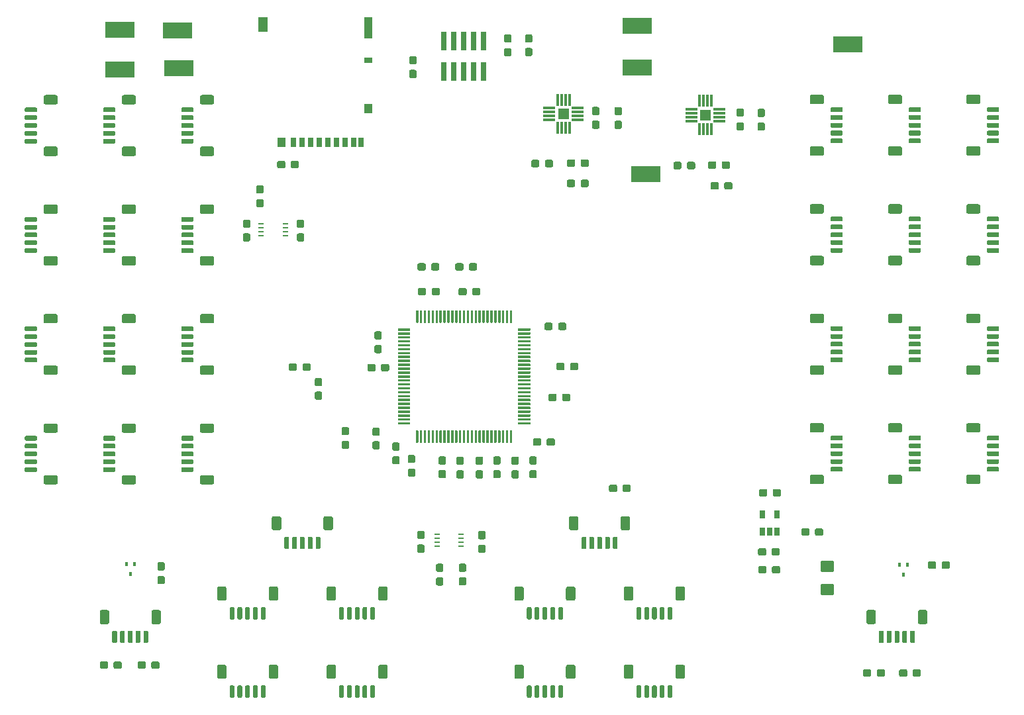
<source format=gtp>
G04 #@! TF.GenerationSoftware,KiCad,Pcbnew,(5.1.0)-1*
G04 #@! TF.CreationDate,2021-02-04T11:50:55-05:00*
G04 #@! TF.ProjectId,SpaceCenter_MainBoard_KiCAD,53706163-6543-4656-9e74-65725f4d6169,rev?*
G04 #@! TF.SameCoordinates,Original*
G04 #@! TF.FileFunction,Paste,Top*
G04 #@! TF.FilePolarity,Positive*
%FSLAX46Y46*%
G04 Gerber Fmt 4.6, Leading zero omitted, Abs format (unit mm)*
G04 Created by KiCad (PCBNEW (5.1.0)-1) date 2021-02-04 11:50:55*
%MOMM*%
%LPD*%
G04 APERTURE LIST*
%ADD10C,0.100000*%
%ADD11C,0.600000*%
%ADD12C,1.200000*%
%ADD13C,1.425000*%
%ADD14C,0.950000*%
%ADD15R,0.740000X2.400000*%
%ADD16R,0.700000X1.200000*%
%ADD17R,1.000000X1.200000*%
%ADD18R,1.000000X0.800000*%
%ADD19R,1.000000X2.800000*%
%ADD20R,1.300000X1.900000*%
%ADD21R,0.400000X0.510000*%
%ADD22R,3.800000X2.000000*%
%ADD23R,0.650000X1.060000*%
%ADD24C,0.300000*%
%ADD25R,0.304800X1.500000*%
%ADD26R,1.500000X0.304800*%
%ADD27R,1.447800X1.447800*%
%ADD28R,0.750000X0.250000*%
G04 APERTURE END LIST*
D10*
G36*
X124934203Y-51637222D02*
G01*
X124948764Y-51639382D01*
X124963043Y-51642959D01*
X124976903Y-51647918D01*
X124990210Y-51654212D01*
X125002836Y-51661780D01*
X125014659Y-51670548D01*
X125025566Y-51680434D01*
X125035452Y-51691341D01*
X125044220Y-51703164D01*
X125051788Y-51715790D01*
X125058082Y-51729097D01*
X125063041Y-51742957D01*
X125066618Y-51757236D01*
X125068778Y-51771797D01*
X125069500Y-51786500D01*
X125069500Y-52086500D01*
X125068778Y-52101203D01*
X125066618Y-52115764D01*
X125063041Y-52130043D01*
X125058082Y-52143903D01*
X125051788Y-52157210D01*
X125044220Y-52169836D01*
X125035452Y-52181659D01*
X125025566Y-52192566D01*
X125014659Y-52202452D01*
X125002836Y-52211220D01*
X124990210Y-52218788D01*
X124976903Y-52225082D01*
X124963043Y-52230041D01*
X124948764Y-52233618D01*
X124934203Y-52235778D01*
X124919500Y-52236500D01*
X123669500Y-52236500D01*
X123654797Y-52235778D01*
X123640236Y-52233618D01*
X123625957Y-52230041D01*
X123612097Y-52225082D01*
X123598790Y-52218788D01*
X123586164Y-52211220D01*
X123574341Y-52202452D01*
X123563434Y-52192566D01*
X123553548Y-52181659D01*
X123544780Y-52169836D01*
X123537212Y-52157210D01*
X123530918Y-52143903D01*
X123525959Y-52130043D01*
X123522382Y-52115764D01*
X123520222Y-52101203D01*
X123519500Y-52086500D01*
X123519500Y-51786500D01*
X123520222Y-51771797D01*
X123522382Y-51757236D01*
X123525959Y-51742957D01*
X123530918Y-51729097D01*
X123537212Y-51715790D01*
X123544780Y-51703164D01*
X123553548Y-51691341D01*
X123563434Y-51680434D01*
X123574341Y-51670548D01*
X123586164Y-51661780D01*
X123598790Y-51654212D01*
X123612097Y-51647918D01*
X123625957Y-51642959D01*
X123640236Y-51639382D01*
X123654797Y-51637222D01*
X123669500Y-51636500D01*
X124919500Y-51636500D01*
X124934203Y-51637222D01*
X124934203Y-51637222D01*
G37*
D11*
X124294500Y-51936500D03*
D10*
G36*
X124934203Y-52637222D02*
G01*
X124948764Y-52639382D01*
X124963043Y-52642959D01*
X124976903Y-52647918D01*
X124990210Y-52654212D01*
X125002836Y-52661780D01*
X125014659Y-52670548D01*
X125025566Y-52680434D01*
X125035452Y-52691341D01*
X125044220Y-52703164D01*
X125051788Y-52715790D01*
X125058082Y-52729097D01*
X125063041Y-52742957D01*
X125066618Y-52757236D01*
X125068778Y-52771797D01*
X125069500Y-52786500D01*
X125069500Y-53086500D01*
X125068778Y-53101203D01*
X125066618Y-53115764D01*
X125063041Y-53130043D01*
X125058082Y-53143903D01*
X125051788Y-53157210D01*
X125044220Y-53169836D01*
X125035452Y-53181659D01*
X125025566Y-53192566D01*
X125014659Y-53202452D01*
X125002836Y-53211220D01*
X124990210Y-53218788D01*
X124976903Y-53225082D01*
X124963043Y-53230041D01*
X124948764Y-53233618D01*
X124934203Y-53235778D01*
X124919500Y-53236500D01*
X123669500Y-53236500D01*
X123654797Y-53235778D01*
X123640236Y-53233618D01*
X123625957Y-53230041D01*
X123612097Y-53225082D01*
X123598790Y-53218788D01*
X123586164Y-53211220D01*
X123574341Y-53202452D01*
X123563434Y-53192566D01*
X123553548Y-53181659D01*
X123544780Y-53169836D01*
X123537212Y-53157210D01*
X123530918Y-53143903D01*
X123525959Y-53130043D01*
X123522382Y-53115764D01*
X123520222Y-53101203D01*
X123519500Y-53086500D01*
X123519500Y-52786500D01*
X123520222Y-52771797D01*
X123522382Y-52757236D01*
X123525959Y-52742957D01*
X123530918Y-52729097D01*
X123537212Y-52715790D01*
X123544780Y-52703164D01*
X123553548Y-52691341D01*
X123563434Y-52680434D01*
X123574341Y-52670548D01*
X123586164Y-52661780D01*
X123598790Y-52654212D01*
X123612097Y-52647918D01*
X123625957Y-52642959D01*
X123640236Y-52639382D01*
X123654797Y-52637222D01*
X123669500Y-52636500D01*
X124919500Y-52636500D01*
X124934203Y-52637222D01*
X124934203Y-52637222D01*
G37*
D11*
X124294500Y-52936500D03*
D10*
G36*
X124934203Y-53637222D02*
G01*
X124948764Y-53639382D01*
X124963043Y-53642959D01*
X124976903Y-53647918D01*
X124990210Y-53654212D01*
X125002836Y-53661780D01*
X125014659Y-53670548D01*
X125025566Y-53680434D01*
X125035452Y-53691341D01*
X125044220Y-53703164D01*
X125051788Y-53715790D01*
X125058082Y-53729097D01*
X125063041Y-53742957D01*
X125066618Y-53757236D01*
X125068778Y-53771797D01*
X125069500Y-53786500D01*
X125069500Y-54086500D01*
X125068778Y-54101203D01*
X125066618Y-54115764D01*
X125063041Y-54130043D01*
X125058082Y-54143903D01*
X125051788Y-54157210D01*
X125044220Y-54169836D01*
X125035452Y-54181659D01*
X125025566Y-54192566D01*
X125014659Y-54202452D01*
X125002836Y-54211220D01*
X124990210Y-54218788D01*
X124976903Y-54225082D01*
X124963043Y-54230041D01*
X124948764Y-54233618D01*
X124934203Y-54235778D01*
X124919500Y-54236500D01*
X123669500Y-54236500D01*
X123654797Y-54235778D01*
X123640236Y-54233618D01*
X123625957Y-54230041D01*
X123612097Y-54225082D01*
X123598790Y-54218788D01*
X123586164Y-54211220D01*
X123574341Y-54202452D01*
X123563434Y-54192566D01*
X123553548Y-54181659D01*
X123544780Y-54169836D01*
X123537212Y-54157210D01*
X123530918Y-54143903D01*
X123525959Y-54130043D01*
X123522382Y-54115764D01*
X123520222Y-54101203D01*
X123519500Y-54086500D01*
X123519500Y-53786500D01*
X123520222Y-53771797D01*
X123522382Y-53757236D01*
X123525959Y-53742957D01*
X123530918Y-53729097D01*
X123537212Y-53715790D01*
X123544780Y-53703164D01*
X123553548Y-53691341D01*
X123563434Y-53680434D01*
X123574341Y-53670548D01*
X123586164Y-53661780D01*
X123598790Y-53654212D01*
X123612097Y-53647918D01*
X123625957Y-53642959D01*
X123640236Y-53639382D01*
X123654797Y-53637222D01*
X123669500Y-53636500D01*
X124919500Y-53636500D01*
X124934203Y-53637222D01*
X124934203Y-53637222D01*
G37*
D11*
X124294500Y-53936500D03*
D10*
G36*
X124934203Y-54637222D02*
G01*
X124948764Y-54639382D01*
X124963043Y-54642959D01*
X124976903Y-54647918D01*
X124990210Y-54654212D01*
X125002836Y-54661780D01*
X125014659Y-54670548D01*
X125025566Y-54680434D01*
X125035452Y-54691341D01*
X125044220Y-54703164D01*
X125051788Y-54715790D01*
X125058082Y-54729097D01*
X125063041Y-54742957D01*
X125066618Y-54757236D01*
X125068778Y-54771797D01*
X125069500Y-54786500D01*
X125069500Y-55086500D01*
X125068778Y-55101203D01*
X125066618Y-55115764D01*
X125063041Y-55130043D01*
X125058082Y-55143903D01*
X125051788Y-55157210D01*
X125044220Y-55169836D01*
X125035452Y-55181659D01*
X125025566Y-55192566D01*
X125014659Y-55202452D01*
X125002836Y-55211220D01*
X124990210Y-55218788D01*
X124976903Y-55225082D01*
X124963043Y-55230041D01*
X124948764Y-55233618D01*
X124934203Y-55235778D01*
X124919500Y-55236500D01*
X123669500Y-55236500D01*
X123654797Y-55235778D01*
X123640236Y-55233618D01*
X123625957Y-55230041D01*
X123612097Y-55225082D01*
X123598790Y-55218788D01*
X123586164Y-55211220D01*
X123574341Y-55202452D01*
X123563434Y-55192566D01*
X123553548Y-55181659D01*
X123544780Y-55169836D01*
X123537212Y-55157210D01*
X123530918Y-55143903D01*
X123525959Y-55130043D01*
X123522382Y-55115764D01*
X123520222Y-55101203D01*
X123519500Y-55086500D01*
X123519500Y-54786500D01*
X123520222Y-54771797D01*
X123522382Y-54757236D01*
X123525959Y-54742957D01*
X123530918Y-54729097D01*
X123537212Y-54715790D01*
X123544780Y-54703164D01*
X123553548Y-54691341D01*
X123563434Y-54680434D01*
X123574341Y-54670548D01*
X123586164Y-54661780D01*
X123598790Y-54654212D01*
X123612097Y-54647918D01*
X123625957Y-54642959D01*
X123640236Y-54639382D01*
X123654797Y-54637222D01*
X123669500Y-54636500D01*
X124919500Y-54636500D01*
X124934203Y-54637222D01*
X124934203Y-54637222D01*
G37*
D11*
X124294500Y-54936500D03*
D10*
G36*
X124934203Y-55637222D02*
G01*
X124948764Y-55639382D01*
X124963043Y-55642959D01*
X124976903Y-55647918D01*
X124990210Y-55654212D01*
X125002836Y-55661780D01*
X125014659Y-55670548D01*
X125025566Y-55680434D01*
X125035452Y-55691341D01*
X125044220Y-55703164D01*
X125051788Y-55715790D01*
X125058082Y-55729097D01*
X125063041Y-55742957D01*
X125066618Y-55757236D01*
X125068778Y-55771797D01*
X125069500Y-55786500D01*
X125069500Y-56086500D01*
X125068778Y-56101203D01*
X125066618Y-56115764D01*
X125063041Y-56130043D01*
X125058082Y-56143903D01*
X125051788Y-56157210D01*
X125044220Y-56169836D01*
X125035452Y-56181659D01*
X125025566Y-56192566D01*
X125014659Y-56202452D01*
X125002836Y-56211220D01*
X124990210Y-56218788D01*
X124976903Y-56225082D01*
X124963043Y-56230041D01*
X124948764Y-56233618D01*
X124934203Y-56235778D01*
X124919500Y-56236500D01*
X123669500Y-56236500D01*
X123654797Y-56235778D01*
X123640236Y-56233618D01*
X123625957Y-56230041D01*
X123612097Y-56225082D01*
X123598790Y-56218788D01*
X123586164Y-56211220D01*
X123574341Y-56202452D01*
X123563434Y-56192566D01*
X123553548Y-56181659D01*
X123544780Y-56169836D01*
X123537212Y-56157210D01*
X123530918Y-56143903D01*
X123525959Y-56130043D01*
X123522382Y-56115764D01*
X123520222Y-56101203D01*
X123519500Y-56086500D01*
X123519500Y-55786500D01*
X123520222Y-55771797D01*
X123522382Y-55757236D01*
X123525959Y-55742957D01*
X123530918Y-55729097D01*
X123537212Y-55715790D01*
X123544780Y-55703164D01*
X123553548Y-55691341D01*
X123563434Y-55680434D01*
X123574341Y-55670548D01*
X123586164Y-55661780D01*
X123598790Y-55654212D01*
X123612097Y-55647918D01*
X123625957Y-55642959D01*
X123640236Y-55639382D01*
X123654797Y-55637222D01*
X123669500Y-55636500D01*
X124919500Y-55636500D01*
X124934203Y-55637222D01*
X124934203Y-55637222D01*
G37*
D11*
X124294500Y-55936500D03*
D10*
G36*
X127494005Y-50037704D02*
G01*
X127518273Y-50041304D01*
X127542072Y-50047265D01*
X127565171Y-50055530D01*
X127587350Y-50066020D01*
X127608393Y-50078632D01*
X127628099Y-50093247D01*
X127646277Y-50109723D01*
X127662753Y-50127901D01*
X127677368Y-50147607D01*
X127689980Y-50168650D01*
X127700470Y-50190829D01*
X127708735Y-50213928D01*
X127714696Y-50237727D01*
X127718296Y-50261995D01*
X127719500Y-50286499D01*
X127719500Y-50986501D01*
X127718296Y-51011005D01*
X127714696Y-51035273D01*
X127708735Y-51059072D01*
X127700470Y-51082171D01*
X127689980Y-51104350D01*
X127677368Y-51125393D01*
X127662753Y-51145099D01*
X127646277Y-51163277D01*
X127628099Y-51179753D01*
X127608393Y-51194368D01*
X127587350Y-51206980D01*
X127565171Y-51217470D01*
X127542072Y-51225735D01*
X127518273Y-51231696D01*
X127494005Y-51235296D01*
X127469501Y-51236500D01*
X126169499Y-51236500D01*
X126144995Y-51235296D01*
X126120727Y-51231696D01*
X126096928Y-51225735D01*
X126073829Y-51217470D01*
X126051650Y-51206980D01*
X126030607Y-51194368D01*
X126010901Y-51179753D01*
X125992723Y-51163277D01*
X125976247Y-51145099D01*
X125961632Y-51125393D01*
X125949020Y-51104350D01*
X125938530Y-51082171D01*
X125930265Y-51059072D01*
X125924304Y-51035273D01*
X125920704Y-51011005D01*
X125919500Y-50986501D01*
X125919500Y-50286499D01*
X125920704Y-50261995D01*
X125924304Y-50237727D01*
X125930265Y-50213928D01*
X125938530Y-50190829D01*
X125949020Y-50168650D01*
X125961632Y-50147607D01*
X125976247Y-50127901D01*
X125992723Y-50109723D01*
X126010901Y-50093247D01*
X126030607Y-50078632D01*
X126051650Y-50066020D01*
X126073829Y-50055530D01*
X126096928Y-50047265D01*
X126120727Y-50041304D01*
X126144995Y-50037704D01*
X126169499Y-50036500D01*
X127469501Y-50036500D01*
X127494005Y-50037704D01*
X127494005Y-50037704D01*
G37*
D12*
X126819500Y-50636500D03*
D10*
G36*
X127494005Y-56637704D02*
G01*
X127518273Y-56641304D01*
X127542072Y-56647265D01*
X127565171Y-56655530D01*
X127587350Y-56666020D01*
X127608393Y-56678632D01*
X127628099Y-56693247D01*
X127646277Y-56709723D01*
X127662753Y-56727901D01*
X127677368Y-56747607D01*
X127689980Y-56768650D01*
X127700470Y-56790829D01*
X127708735Y-56813928D01*
X127714696Y-56837727D01*
X127718296Y-56861995D01*
X127719500Y-56886499D01*
X127719500Y-57586501D01*
X127718296Y-57611005D01*
X127714696Y-57635273D01*
X127708735Y-57659072D01*
X127700470Y-57682171D01*
X127689980Y-57704350D01*
X127677368Y-57725393D01*
X127662753Y-57745099D01*
X127646277Y-57763277D01*
X127628099Y-57779753D01*
X127608393Y-57794368D01*
X127587350Y-57806980D01*
X127565171Y-57817470D01*
X127542072Y-57825735D01*
X127518273Y-57831696D01*
X127494005Y-57835296D01*
X127469501Y-57836500D01*
X126169499Y-57836500D01*
X126144995Y-57835296D01*
X126120727Y-57831696D01*
X126096928Y-57825735D01*
X126073829Y-57817470D01*
X126051650Y-57806980D01*
X126030607Y-57794368D01*
X126010901Y-57779753D01*
X125992723Y-57763277D01*
X125976247Y-57745099D01*
X125961632Y-57725393D01*
X125949020Y-57704350D01*
X125938530Y-57682171D01*
X125930265Y-57659072D01*
X125924304Y-57635273D01*
X125920704Y-57611005D01*
X125919500Y-57586501D01*
X125919500Y-56886499D01*
X125920704Y-56861995D01*
X125924304Y-56837727D01*
X125930265Y-56813928D01*
X125938530Y-56790829D01*
X125949020Y-56768650D01*
X125961632Y-56747607D01*
X125976247Y-56727901D01*
X125992723Y-56709723D01*
X126010901Y-56693247D01*
X126030607Y-56678632D01*
X126051650Y-56666020D01*
X126073829Y-56655530D01*
X126096928Y-56647265D01*
X126120727Y-56641304D01*
X126144995Y-56637704D01*
X126169499Y-56636500D01*
X127469501Y-56636500D01*
X127494005Y-56637704D01*
X127494005Y-56637704D01*
G37*
D12*
X126819500Y-57236500D03*
D10*
G36*
X216740004Y-109597704D02*
G01*
X216764273Y-109601304D01*
X216788071Y-109607265D01*
X216811171Y-109615530D01*
X216833349Y-109626020D01*
X216854393Y-109638633D01*
X216874098Y-109653247D01*
X216892277Y-109669723D01*
X216908753Y-109687902D01*
X216923367Y-109707607D01*
X216935980Y-109728651D01*
X216946470Y-109750829D01*
X216954735Y-109773929D01*
X216960696Y-109797727D01*
X216964296Y-109821996D01*
X216965500Y-109846500D01*
X216965500Y-110771500D01*
X216964296Y-110796004D01*
X216960696Y-110820273D01*
X216954735Y-110844071D01*
X216946470Y-110867171D01*
X216935980Y-110889349D01*
X216923367Y-110910393D01*
X216908753Y-110930098D01*
X216892277Y-110948277D01*
X216874098Y-110964753D01*
X216854393Y-110979367D01*
X216833349Y-110991980D01*
X216811171Y-111002470D01*
X216788071Y-111010735D01*
X216764273Y-111016696D01*
X216740004Y-111020296D01*
X216715500Y-111021500D01*
X215465500Y-111021500D01*
X215440996Y-111020296D01*
X215416727Y-111016696D01*
X215392929Y-111010735D01*
X215369829Y-111002470D01*
X215347651Y-110991980D01*
X215326607Y-110979367D01*
X215306902Y-110964753D01*
X215288723Y-110948277D01*
X215272247Y-110930098D01*
X215257633Y-110910393D01*
X215245020Y-110889349D01*
X215234530Y-110867171D01*
X215226265Y-110844071D01*
X215220304Y-110820273D01*
X215216704Y-110796004D01*
X215215500Y-110771500D01*
X215215500Y-109846500D01*
X215216704Y-109821996D01*
X215220304Y-109797727D01*
X215226265Y-109773929D01*
X215234530Y-109750829D01*
X215245020Y-109728651D01*
X215257633Y-109707607D01*
X215272247Y-109687902D01*
X215288723Y-109669723D01*
X215306902Y-109653247D01*
X215326607Y-109638633D01*
X215347651Y-109626020D01*
X215369829Y-109615530D01*
X215392929Y-109607265D01*
X215416727Y-109601304D01*
X215440996Y-109597704D01*
X215465500Y-109596500D01*
X216715500Y-109596500D01*
X216740004Y-109597704D01*
X216740004Y-109597704D01*
G37*
D13*
X216090500Y-110309000D03*
D10*
G36*
X216740004Y-112572704D02*
G01*
X216764273Y-112576304D01*
X216788071Y-112582265D01*
X216811171Y-112590530D01*
X216833349Y-112601020D01*
X216854393Y-112613633D01*
X216874098Y-112628247D01*
X216892277Y-112644723D01*
X216908753Y-112662902D01*
X216923367Y-112682607D01*
X216935980Y-112703651D01*
X216946470Y-112725829D01*
X216954735Y-112748929D01*
X216960696Y-112772727D01*
X216964296Y-112796996D01*
X216965500Y-112821500D01*
X216965500Y-113746500D01*
X216964296Y-113771004D01*
X216960696Y-113795273D01*
X216954735Y-113819071D01*
X216946470Y-113842171D01*
X216935980Y-113864349D01*
X216923367Y-113885393D01*
X216908753Y-113905098D01*
X216892277Y-113923277D01*
X216874098Y-113939753D01*
X216854393Y-113954367D01*
X216833349Y-113966980D01*
X216811171Y-113977470D01*
X216788071Y-113985735D01*
X216764273Y-113991696D01*
X216740004Y-113995296D01*
X216715500Y-113996500D01*
X215465500Y-113996500D01*
X215440996Y-113995296D01*
X215416727Y-113991696D01*
X215392929Y-113985735D01*
X215369829Y-113977470D01*
X215347651Y-113966980D01*
X215326607Y-113954367D01*
X215306902Y-113939753D01*
X215288723Y-113923277D01*
X215272247Y-113905098D01*
X215257633Y-113885393D01*
X215245020Y-113864349D01*
X215234530Y-113842171D01*
X215226265Y-113819071D01*
X215220304Y-113795273D01*
X215216704Y-113771004D01*
X215215500Y-113746500D01*
X215215500Y-112821500D01*
X215216704Y-112796996D01*
X215220304Y-112772727D01*
X215226265Y-112748929D01*
X215234530Y-112725829D01*
X215245020Y-112703651D01*
X215257633Y-112682607D01*
X215272247Y-112662902D01*
X215288723Y-112644723D01*
X215306902Y-112628247D01*
X215326607Y-112613633D01*
X215347651Y-112601020D01*
X215369829Y-112590530D01*
X215392929Y-112582265D01*
X215416727Y-112576304D01*
X215440996Y-112572704D01*
X215465500Y-112571500D01*
X216715500Y-112571500D01*
X216740004Y-112572704D01*
X216740004Y-112572704D01*
G37*
D13*
X216090500Y-113284000D03*
D10*
G36*
X209860779Y-110270144D02*
G01*
X209883834Y-110273563D01*
X209906443Y-110279227D01*
X209928387Y-110287079D01*
X209949457Y-110297044D01*
X209969448Y-110309026D01*
X209988168Y-110322910D01*
X210005438Y-110338562D01*
X210021090Y-110355832D01*
X210034974Y-110374552D01*
X210046956Y-110394543D01*
X210056921Y-110415613D01*
X210064773Y-110437557D01*
X210070437Y-110460166D01*
X210073856Y-110483221D01*
X210075000Y-110506500D01*
X210075000Y-110981500D01*
X210073856Y-111004779D01*
X210070437Y-111027834D01*
X210064773Y-111050443D01*
X210056921Y-111072387D01*
X210046956Y-111093457D01*
X210034974Y-111113448D01*
X210021090Y-111132168D01*
X210005438Y-111149438D01*
X209988168Y-111165090D01*
X209969448Y-111178974D01*
X209949457Y-111190956D01*
X209928387Y-111200921D01*
X209906443Y-111208773D01*
X209883834Y-111214437D01*
X209860779Y-111217856D01*
X209837500Y-111219000D01*
X209262500Y-111219000D01*
X209239221Y-111217856D01*
X209216166Y-111214437D01*
X209193557Y-111208773D01*
X209171613Y-111200921D01*
X209150543Y-111190956D01*
X209130552Y-111178974D01*
X209111832Y-111165090D01*
X209094562Y-111149438D01*
X209078910Y-111132168D01*
X209065026Y-111113448D01*
X209053044Y-111093457D01*
X209043079Y-111072387D01*
X209035227Y-111050443D01*
X209029563Y-111027834D01*
X209026144Y-111004779D01*
X209025000Y-110981500D01*
X209025000Y-110506500D01*
X209026144Y-110483221D01*
X209029563Y-110460166D01*
X209035227Y-110437557D01*
X209043079Y-110415613D01*
X209053044Y-110394543D01*
X209065026Y-110374552D01*
X209078910Y-110355832D01*
X209094562Y-110338562D01*
X209111832Y-110322910D01*
X209130552Y-110309026D01*
X209150543Y-110297044D01*
X209171613Y-110287079D01*
X209193557Y-110279227D01*
X209216166Y-110273563D01*
X209239221Y-110270144D01*
X209262500Y-110269000D01*
X209837500Y-110269000D01*
X209860779Y-110270144D01*
X209860779Y-110270144D01*
G37*
D14*
X209550000Y-110744000D03*
D10*
G36*
X208110779Y-110270144D02*
G01*
X208133834Y-110273563D01*
X208156443Y-110279227D01*
X208178387Y-110287079D01*
X208199457Y-110297044D01*
X208219448Y-110309026D01*
X208238168Y-110322910D01*
X208255438Y-110338562D01*
X208271090Y-110355832D01*
X208284974Y-110374552D01*
X208296956Y-110394543D01*
X208306921Y-110415613D01*
X208314773Y-110437557D01*
X208320437Y-110460166D01*
X208323856Y-110483221D01*
X208325000Y-110506500D01*
X208325000Y-110981500D01*
X208323856Y-111004779D01*
X208320437Y-111027834D01*
X208314773Y-111050443D01*
X208306921Y-111072387D01*
X208296956Y-111093457D01*
X208284974Y-111113448D01*
X208271090Y-111132168D01*
X208255438Y-111149438D01*
X208238168Y-111165090D01*
X208219448Y-111178974D01*
X208199457Y-111190956D01*
X208178387Y-111200921D01*
X208156443Y-111208773D01*
X208133834Y-111214437D01*
X208110779Y-111217856D01*
X208087500Y-111219000D01*
X207512500Y-111219000D01*
X207489221Y-111217856D01*
X207466166Y-111214437D01*
X207443557Y-111208773D01*
X207421613Y-111200921D01*
X207400543Y-111190956D01*
X207380552Y-111178974D01*
X207361832Y-111165090D01*
X207344562Y-111149438D01*
X207328910Y-111132168D01*
X207315026Y-111113448D01*
X207303044Y-111093457D01*
X207293079Y-111072387D01*
X207285227Y-111050443D01*
X207279563Y-111027834D01*
X207276144Y-111004779D01*
X207275000Y-110981500D01*
X207275000Y-110506500D01*
X207276144Y-110483221D01*
X207279563Y-110460166D01*
X207285227Y-110437557D01*
X207293079Y-110415613D01*
X207303044Y-110394543D01*
X207315026Y-110374552D01*
X207328910Y-110355832D01*
X207344562Y-110338562D01*
X207361832Y-110322910D01*
X207380552Y-110309026D01*
X207400543Y-110297044D01*
X207421613Y-110287079D01*
X207443557Y-110279227D01*
X207466166Y-110273563D01*
X207489221Y-110270144D01*
X207512500Y-110269000D01*
X208087500Y-110269000D01*
X208110779Y-110270144D01*
X208110779Y-110270144D01*
G37*
D14*
X207800000Y-110744000D03*
D10*
G36*
X208082779Y-107984144D02*
G01*
X208105834Y-107987563D01*
X208128443Y-107993227D01*
X208150387Y-108001079D01*
X208171457Y-108011044D01*
X208191448Y-108023026D01*
X208210168Y-108036910D01*
X208227438Y-108052562D01*
X208243090Y-108069832D01*
X208256974Y-108088552D01*
X208268956Y-108108543D01*
X208278921Y-108129613D01*
X208286773Y-108151557D01*
X208292437Y-108174166D01*
X208295856Y-108197221D01*
X208297000Y-108220500D01*
X208297000Y-108695500D01*
X208295856Y-108718779D01*
X208292437Y-108741834D01*
X208286773Y-108764443D01*
X208278921Y-108786387D01*
X208268956Y-108807457D01*
X208256974Y-108827448D01*
X208243090Y-108846168D01*
X208227438Y-108863438D01*
X208210168Y-108879090D01*
X208191448Y-108892974D01*
X208171457Y-108904956D01*
X208150387Y-108914921D01*
X208128443Y-108922773D01*
X208105834Y-108928437D01*
X208082779Y-108931856D01*
X208059500Y-108933000D01*
X207484500Y-108933000D01*
X207461221Y-108931856D01*
X207438166Y-108928437D01*
X207415557Y-108922773D01*
X207393613Y-108914921D01*
X207372543Y-108904956D01*
X207352552Y-108892974D01*
X207333832Y-108879090D01*
X207316562Y-108863438D01*
X207300910Y-108846168D01*
X207287026Y-108827448D01*
X207275044Y-108807457D01*
X207265079Y-108786387D01*
X207257227Y-108764443D01*
X207251563Y-108741834D01*
X207248144Y-108718779D01*
X207247000Y-108695500D01*
X207247000Y-108220500D01*
X207248144Y-108197221D01*
X207251563Y-108174166D01*
X207257227Y-108151557D01*
X207265079Y-108129613D01*
X207275044Y-108108543D01*
X207287026Y-108088552D01*
X207300910Y-108069832D01*
X207316562Y-108052562D01*
X207333832Y-108036910D01*
X207352552Y-108023026D01*
X207372543Y-108011044D01*
X207393613Y-108001079D01*
X207415557Y-107993227D01*
X207438166Y-107987563D01*
X207461221Y-107984144D01*
X207484500Y-107983000D01*
X208059500Y-107983000D01*
X208082779Y-107984144D01*
X208082779Y-107984144D01*
G37*
D14*
X207772000Y-108458000D03*
D10*
G36*
X209832779Y-107984144D02*
G01*
X209855834Y-107987563D01*
X209878443Y-107993227D01*
X209900387Y-108001079D01*
X209921457Y-108011044D01*
X209941448Y-108023026D01*
X209960168Y-108036910D01*
X209977438Y-108052562D01*
X209993090Y-108069832D01*
X210006974Y-108088552D01*
X210018956Y-108108543D01*
X210028921Y-108129613D01*
X210036773Y-108151557D01*
X210042437Y-108174166D01*
X210045856Y-108197221D01*
X210047000Y-108220500D01*
X210047000Y-108695500D01*
X210045856Y-108718779D01*
X210042437Y-108741834D01*
X210036773Y-108764443D01*
X210028921Y-108786387D01*
X210018956Y-108807457D01*
X210006974Y-108827448D01*
X209993090Y-108846168D01*
X209977438Y-108863438D01*
X209960168Y-108879090D01*
X209941448Y-108892974D01*
X209921457Y-108904956D01*
X209900387Y-108914921D01*
X209878443Y-108922773D01*
X209855834Y-108928437D01*
X209832779Y-108931856D01*
X209809500Y-108933000D01*
X209234500Y-108933000D01*
X209211221Y-108931856D01*
X209188166Y-108928437D01*
X209165557Y-108922773D01*
X209143613Y-108914921D01*
X209122543Y-108904956D01*
X209102552Y-108892974D01*
X209083832Y-108879090D01*
X209066562Y-108863438D01*
X209050910Y-108846168D01*
X209037026Y-108827448D01*
X209025044Y-108807457D01*
X209015079Y-108786387D01*
X209007227Y-108764443D01*
X209001563Y-108741834D01*
X208998144Y-108718779D01*
X208997000Y-108695500D01*
X208997000Y-108220500D01*
X208998144Y-108197221D01*
X209001563Y-108174166D01*
X209007227Y-108151557D01*
X209015079Y-108129613D01*
X209025044Y-108108543D01*
X209037026Y-108088552D01*
X209050910Y-108069832D01*
X209066562Y-108052562D01*
X209083832Y-108036910D01*
X209102552Y-108023026D01*
X209122543Y-108011044D01*
X209143613Y-108001079D01*
X209165557Y-107993227D01*
X209188166Y-107987563D01*
X209211221Y-107984144D01*
X209234500Y-107983000D01*
X209809500Y-107983000D01*
X209832779Y-107984144D01*
X209832779Y-107984144D01*
G37*
D14*
X209522000Y-108458000D03*
D10*
G36*
X158947279Y-80262144D02*
G01*
X158970334Y-80265563D01*
X158992943Y-80271227D01*
X159014887Y-80279079D01*
X159035957Y-80289044D01*
X159055948Y-80301026D01*
X159074668Y-80314910D01*
X159091938Y-80330562D01*
X159107590Y-80347832D01*
X159121474Y-80366552D01*
X159133456Y-80386543D01*
X159143421Y-80407613D01*
X159151273Y-80429557D01*
X159156937Y-80452166D01*
X159160356Y-80475221D01*
X159161500Y-80498500D01*
X159161500Y-81073500D01*
X159160356Y-81096779D01*
X159156937Y-81119834D01*
X159151273Y-81142443D01*
X159143421Y-81164387D01*
X159133456Y-81185457D01*
X159121474Y-81205448D01*
X159107590Y-81224168D01*
X159091938Y-81241438D01*
X159074668Y-81257090D01*
X159055948Y-81270974D01*
X159035957Y-81282956D01*
X159014887Y-81292921D01*
X158992943Y-81300773D01*
X158970334Y-81306437D01*
X158947279Y-81309856D01*
X158924000Y-81311000D01*
X158449000Y-81311000D01*
X158425721Y-81309856D01*
X158402666Y-81306437D01*
X158380057Y-81300773D01*
X158358113Y-81292921D01*
X158337043Y-81282956D01*
X158317052Y-81270974D01*
X158298332Y-81257090D01*
X158281062Y-81241438D01*
X158265410Y-81224168D01*
X158251526Y-81205448D01*
X158239544Y-81185457D01*
X158229579Y-81164387D01*
X158221727Y-81142443D01*
X158216063Y-81119834D01*
X158212644Y-81096779D01*
X158211500Y-81073500D01*
X158211500Y-80498500D01*
X158212644Y-80475221D01*
X158216063Y-80452166D01*
X158221727Y-80429557D01*
X158229579Y-80407613D01*
X158239544Y-80386543D01*
X158251526Y-80366552D01*
X158265410Y-80347832D01*
X158281062Y-80330562D01*
X158298332Y-80314910D01*
X158317052Y-80301026D01*
X158337043Y-80289044D01*
X158358113Y-80279079D01*
X158380057Y-80271227D01*
X158402666Y-80265563D01*
X158425721Y-80262144D01*
X158449000Y-80261000D01*
X158924000Y-80261000D01*
X158947279Y-80262144D01*
X158947279Y-80262144D01*
G37*
D14*
X158686500Y-80786000D03*
D10*
G36*
X158947279Y-82012144D02*
G01*
X158970334Y-82015563D01*
X158992943Y-82021227D01*
X159014887Y-82029079D01*
X159035957Y-82039044D01*
X159055948Y-82051026D01*
X159074668Y-82064910D01*
X159091938Y-82080562D01*
X159107590Y-82097832D01*
X159121474Y-82116552D01*
X159133456Y-82136543D01*
X159143421Y-82157613D01*
X159151273Y-82179557D01*
X159156937Y-82202166D01*
X159160356Y-82225221D01*
X159161500Y-82248500D01*
X159161500Y-82823500D01*
X159160356Y-82846779D01*
X159156937Y-82869834D01*
X159151273Y-82892443D01*
X159143421Y-82914387D01*
X159133456Y-82935457D01*
X159121474Y-82955448D01*
X159107590Y-82974168D01*
X159091938Y-82991438D01*
X159074668Y-83007090D01*
X159055948Y-83020974D01*
X159035957Y-83032956D01*
X159014887Y-83042921D01*
X158992943Y-83050773D01*
X158970334Y-83056437D01*
X158947279Y-83059856D01*
X158924000Y-83061000D01*
X158449000Y-83061000D01*
X158425721Y-83059856D01*
X158402666Y-83056437D01*
X158380057Y-83050773D01*
X158358113Y-83042921D01*
X158337043Y-83032956D01*
X158317052Y-83020974D01*
X158298332Y-83007090D01*
X158281062Y-82991438D01*
X158265410Y-82974168D01*
X158251526Y-82955448D01*
X158239544Y-82935457D01*
X158229579Y-82914387D01*
X158221727Y-82892443D01*
X158216063Y-82869834D01*
X158212644Y-82846779D01*
X158211500Y-82823500D01*
X158211500Y-82248500D01*
X158212644Y-82225221D01*
X158216063Y-82202166D01*
X158221727Y-82179557D01*
X158229579Y-82157613D01*
X158239544Y-82136543D01*
X158251526Y-82116552D01*
X158265410Y-82097832D01*
X158281062Y-82080562D01*
X158298332Y-82064910D01*
X158317052Y-82051026D01*
X158337043Y-82039044D01*
X158358113Y-82029079D01*
X158380057Y-82021227D01*
X158402666Y-82015563D01*
X158425721Y-82012144D01*
X158449000Y-82011000D01*
X158924000Y-82011000D01*
X158947279Y-82012144D01*
X158947279Y-82012144D01*
G37*
D14*
X158686500Y-82536000D03*
D10*
G36*
X154756279Y-92503644D02*
G01*
X154779334Y-92507063D01*
X154801943Y-92512727D01*
X154823887Y-92520579D01*
X154844957Y-92530544D01*
X154864948Y-92542526D01*
X154883668Y-92556410D01*
X154900938Y-92572062D01*
X154916590Y-92589332D01*
X154930474Y-92608052D01*
X154942456Y-92628043D01*
X154952421Y-92649113D01*
X154960273Y-92671057D01*
X154965937Y-92693666D01*
X154969356Y-92716721D01*
X154970500Y-92740000D01*
X154970500Y-93315000D01*
X154969356Y-93338279D01*
X154965937Y-93361334D01*
X154960273Y-93383943D01*
X154952421Y-93405887D01*
X154942456Y-93426957D01*
X154930474Y-93446948D01*
X154916590Y-93465668D01*
X154900938Y-93482938D01*
X154883668Y-93498590D01*
X154864948Y-93512474D01*
X154844957Y-93524456D01*
X154823887Y-93534421D01*
X154801943Y-93542273D01*
X154779334Y-93547937D01*
X154756279Y-93551356D01*
X154733000Y-93552500D01*
X154258000Y-93552500D01*
X154234721Y-93551356D01*
X154211666Y-93547937D01*
X154189057Y-93542273D01*
X154167113Y-93534421D01*
X154146043Y-93524456D01*
X154126052Y-93512474D01*
X154107332Y-93498590D01*
X154090062Y-93482938D01*
X154074410Y-93465668D01*
X154060526Y-93446948D01*
X154048544Y-93426957D01*
X154038579Y-93405887D01*
X154030727Y-93383943D01*
X154025063Y-93361334D01*
X154021644Y-93338279D01*
X154020500Y-93315000D01*
X154020500Y-92740000D01*
X154021644Y-92716721D01*
X154025063Y-92693666D01*
X154030727Y-92671057D01*
X154038579Y-92649113D01*
X154048544Y-92628043D01*
X154060526Y-92608052D01*
X154074410Y-92589332D01*
X154090062Y-92572062D01*
X154107332Y-92556410D01*
X154126052Y-92542526D01*
X154146043Y-92530544D01*
X154167113Y-92520579D01*
X154189057Y-92512727D01*
X154211666Y-92507063D01*
X154234721Y-92503644D01*
X154258000Y-92502500D01*
X154733000Y-92502500D01*
X154756279Y-92503644D01*
X154756279Y-92503644D01*
G37*
D14*
X154495500Y-93027500D03*
D10*
G36*
X154756279Y-94253644D02*
G01*
X154779334Y-94257063D01*
X154801943Y-94262727D01*
X154823887Y-94270579D01*
X154844957Y-94280544D01*
X154864948Y-94292526D01*
X154883668Y-94306410D01*
X154900938Y-94322062D01*
X154916590Y-94339332D01*
X154930474Y-94358052D01*
X154942456Y-94378043D01*
X154952421Y-94399113D01*
X154960273Y-94421057D01*
X154965937Y-94443666D01*
X154969356Y-94466721D01*
X154970500Y-94490000D01*
X154970500Y-95065000D01*
X154969356Y-95088279D01*
X154965937Y-95111334D01*
X154960273Y-95133943D01*
X154952421Y-95155887D01*
X154942456Y-95176957D01*
X154930474Y-95196948D01*
X154916590Y-95215668D01*
X154900938Y-95232938D01*
X154883668Y-95248590D01*
X154864948Y-95262474D01*
X154844957Y-95274456D01*
X154823887Y-95284421D01*
X154801943Y-95292273D01*
X154779334Y-95297937D01*
X154756279Y-95301356D01*
X154733000Y-95302500D01*
X154258000Y-95302500D01*
X154234721Y-95301356D01*
X154211666Y-95297937D01*
X154189057Y-95292273D01*
X154167113Y-95284421D01*
X154146043Y-95274456D01*
X154126052Y-95262474D01*
X154107332Y-95248590D01*
X154090062Y-95232938D01*
X154074410Y-95215668D01*
X154060526Y-95196948D01*
X154048544Y-95176957D01*
X154038579Y-95155887D01*
X154030727Y-95133943D01*
X154025063Y-95111334D01*
X154021644Y-95088279D01*
X154020500Y-95065000D01*
X154020500Y-94490000D01*
X154021644Y-94466721D01*
X154025063Y-94443666D01*
X154030727Y-94421057D01*
X154038579Y-94399113D01*
X154048544Y-94378043D01*
X154060526Y-94358052D01*
X154074410Y-94339332D01*
X154090062Y-94322062D01*
X154107332Y-94306410D01*
X154126052Y-94292526D01*
X154146043Y-94280544D01*
X154167113Y-94270579D01*
X154189057Y-94262727D01*
X154211666Y-94257063D01*
X154234721Y-94253644D01*
X154258000Y-94252500D01*
X154733000Y-94252500D01*
X154756279Y-94253644D01*
X154756279Y-94253644D01*
G37*
D14*
X154495500Y-94777500D03*
D10*
G36*
X181067279Y-93950644D02*
G01*
X181090334Y-93954063D01*
X181112943Y-93959727D01*
X181134887Y-93967579D01*
X181155957Y-93977544D01*
X181175948Y-93989526D01*
X181194668Y-94003410D01*
X181211938Y-94019062D01*
X181227590Y-94036332D01*
X181241474Y-94055052D01*
X181253456Y-94075043D01*
X181263421Y-94096113D01*
X181271273Y-94118057D01*
X181276937Y-94140666D01*
X181280356Y-94163721D01*
X181281500Y-94187000D01*
X181281500Y-94662000D01*
X181280356Y-94685279D01*
X181276937Y-94708334D01*
X181271273Y-94730943D01*
X181263421Y-94752887D01*
X181253456Y-94773957D01*
X181241474Y-94793948D01*
X181227590Y-94812668D01*
X181211938Y-94829938D01*
X181194668Y-94845590D01*
X181175948Y-94859474D01*
X181155957Y-94871456D01*
X181134887Y-94881421D01*
X181112943Y-94889273D01*
X181090334Y-94894937D01*
X181067279Y-94898356D01*
X181044000Y-94899500D01*
X180469000Y-94899500D01*
X180445721Y-94898356D01*
X180422666Y-94894937D01*
X180400057Y-94889273D01*
X180378113Y-94881421D01*
X180357043Y-94871456D01*
X180337052Y-94859474D01*
X180318332Y-94845590D01*
X180301062Y-94829938D01*
X180285410Y-94812668D01*
X180271526Y-94793948D01*
X180259544Y-94773957D01*
X180249579Y-94752887D01*
X180241727Y-94730943D01*
X180236063Y-94708334D01*
X180232644Y-94685279D01*
X180231500Y-94662000D01*
X180231500Y-94187000D01*
X180232644Y-94163721D01*
X180236063Y-94140666D01*
X180241727Y-94118057D01*
X180249579Y-94096113D01*
X180259544Y-94075043D01*
X180271526Y-94055052D01*
X180285410Y-94036332D01*
X180301062Y-94019062D01*
X180318332Y-94003410D01*
X180337052Y-93989526D01*
X180357043Y-93977544D01*
X180378113Y-93967579D01*
X180400057Y-93959727D01*
X180422666Y-93954063D01*
X180445721Y-93950644D01*
X180469000Y-93949500D01*
X181044000Y-93949500D01*
X181067279Y-93950644D01*
X181067279Y-93950644D01*
G37*
D14*
X180756500Y-94424500D03*
D10*
G36*
X179317279Y-93950644D02*
G01*
X179340334Y-93954063D01*
X179362943Y-93959727D01*
X179384887Y-93967579D01*
X179405957Y-93977544D01*
X179425948Y-93989526D01*
X179444668Y-94003410D01*
X179461938Y-94019062D01*
X179477590Y-94036332D01*
X179491474Y-94055052D01*
X179503456Y-94075043D01*
X179513421Y-94096113D01*
X179521273Y-94118057D01*
X179526937Y-94140666D01*
X179530356Y-94163721D01*
X179531500Y-94187000D01*
X179531500Y-94662000D01*
X179530356Y-94685279D01*
X179526937Y-94708334D01*
X179521273Y-94730943D01*
X179513421Y-94752887D01*
X179503456Y-94773957D01*
X179491474Y-94793948D01*
X179477590Y-94812668D01*
X179461938Y-94829938D01*
X179444668Y-94845590D01*
X179425948Y-94859474D01*
X179405957Y-94871456D01*
X179384887Y-94881421D01*
X179362943Y-94889273D01*
X179340334Y-94894937D01*
X179317279Y-94898356D01*
X179294000Y-94899500D01*
X178719000Y-94899500D01*
X178695721Y-94898356D01*
X178672666Y-94894937D01*
X178650057Y-94889273D01*
X178628113Y-94881421D01*
X178607043Y-94871456D01*
X178587052Y-94859474D01*
X178568332Y-94845590D01*
X178551062Y-94829938D01*
X178535410Y-94812668D01*
X178521526Y-94793948D01*
X178509544Y-94773957D01*
X178499579Y-94752887D01*
X178491727Y-94730943D01*
X178486063Y-94708334D01*
X178482644Y-94685279D01*
X178481500Y-94662000D01*
X178481500Y-94187000D01*
X178482644Y-94163721D01*
X178486063Y-94140666D01*
X178491727Y-94118057D01*
X178499579Y-94096113D01*
X178509544Y-94075043D01*
X178521526Y-94055052D01*
X178535410Y-94036332D01*
X178551062Y-94019062D01*
X178568332Y-94003410D01*
X178587052Y-93989526D01*
X178607043Y-93977544D01*
X178628113Y-93967579D01*
X178650057Y-93959727D01*
X178672666Y-93954063D01*
X178695721Y-93950644D01*
X178719000Y-93949500D01*
X179294000Y-93949500D01*
X179317279Y-93950644D01*
X179317279Y-93950644D01*
G37*
D14*
X179006500Y-94424500D03*
D10*
G36*
X209959779Y-100427644D02*
G01*
X209982834Y-100431063D01*
X210005443Y-100436727D01*
X210027387Y-100444579D01*
X210048457Y-100454544D01*
X210068448Y-100466526D01*
X210087168Y-100480410D01*
X210104438Y-100496062D01*
X210120090Y-100513332D01*
X210133974Y-100532052D01*
X210145956Y-100552043D01*
X210155921Y-100573113D01*
X210163773Y-100595057D01*
X210169437Y-100617666D01*
X210172856Y-100640721D01*
X210174000Y-100664000D01*
X210174000Y-101139000D01*
X210172856Y-101162279D01*
X210169437Y-101185334D01*
X210163773Y-101207943D01*
X210155921Y-101229887D01*
X210145956Y-101250957D01*
X210133974Y-101270948D01*
X210120090Y-101289668D01*
X210104438Y-101306938D01*
X210087168Y-101322590D01*
X210068448Y-101336474D01*
X210048457Y-101348456D01*
X210027387Y-101358421D01*
X210005443Y-101366273D01*
X209982834Y-101371937D01*
X209959779Y-101375356D01*
X209936500Y-101376500D01*
X209361500Y-101376500D01*
X209338221Y-101375356D01*
X209315166Y-101371937D01*
X209292557Y-101366273D01*
X209270613Y-101358421D01*
X209249543Y-101348456D01*
X209229552Y-101336474D01*
X209210832Y-101322590D01*
X209193562Y-101306938D01*
X209177910Y-101289668D01*
X209164026Y-101270948D01*
X209152044Y-101250957D01*
X209142079Y-101229887D01*
X209134227Y-101207943D01*
X209128563Y-101185334D01*
X209125144Y-101162279D01*
X209124000Y-101139000D01*
X209124000Y-100664000D01*
X209125144Y-100640721D01*
X209128563Y-100617666D01*
X209134227Y-100595057D01*
X209142079Y-100573113D01*
X209152044Y-100552043D01*
X209164026Y-100532052D01*
X209177910Y-100513332D01*
X209193562Y-100496062D01*
X209210832Y-100480410D01*
X209229552Y-100466526D01*
X209249543Y-100454544D01*
X209270613Y-100444579D01*
X209292557Y-100436727D01*
X209315166Y-100431063D01*
X209338221Y-100427644D01*
X209361500Y-100426500D01*
X209936500Y-100426500D01*
X209959779Y-100427644D01*
X209959779Y-100427644D01*
G37*
D14*
X209649000Y-100901500D03*
D10*
G36*
X208209779Y-100427644D02*
G01*
X208232834Y-100431063D01*
X208255443Y-100436727D01*
X208277387Y-100444579D01*
X208298457Y-100454544D01*
X208318448Y-100466526D01*
X208337168Y-100480410D01*
X208354438Y-100496062D01*
X208370090Y-100513332D01*
X208383974Y-100532052D01*
X208395956Y-100552043D01*
X208405921Y-100573113D01*
X208413773Y-100595057D01*
X208419437Y-100617666D01*
X208422856Y-100640721D01*
X208424000Y-100664000D01*
X208424000Y-101139000D01*
X208422856Y-101162279D01*
X208419437Y-101185334D01*
X208413773Y-101207943D01*
X208405921Y-101229887D01*
X208395956Y-101250957D01*
X208383974Y-101270948D01*
X208370090Y-101289668D01*
X208354438Y-101306938D01*
X208337168Y-101322590D01*
X208318448Y-101336474D01*
X208298457Y-101348456D01*
X208277387Y-101358421D01*
X208255443Y-101366273D01*
X208232834Y-101371937D01*
X208209779Y-101375356D01*
X208186500Y-101376500D01*
X207611500Y-101376500D01*
X207588221Y-101375356D01*
X207565166Y-101371937D01*
X207542557Y-101366273D01*
X207520613Y-101358421D01*
X207499543Y-101348456D01*
X207479552Y-101336474D01*
X207460832Y-101322590D01*
X207443562Y-101306938D01*
X207427910Y-101289668D01*
X207414026Y-101270948D01*
X207402044Y-101250957D01*
X207392079Y-101229887D01*
X207384227Y-101207943D01*
X207378563Y-101185334D01*
X207375144Y-101162279D01*
X207374000Y-101139000D01*
X207374000Y-100664000D01*
X207375144Y-100640721D01*
X207378563Y-100617666D01*
X207384227Y-100595057D01*
X207392079Y-100573113D01*
X207402044Y-100552043D01*
X207414026Y-100532052D01*
X207427910Y-100513332D01*
X207443562Y-100496062D01*
X207460832Y-100480410D01*
X207479552Y-100466526D01*
X207499543Y-100454544D01*
X207520613Y-100444579D01*
X207542557Y-100436727D01*
X207565166Y-100431063D01*
X207588221Y-100427644D01*
X207611500Y-100426500D01*
X208186500Y-100426500D01*
X208209779Y-100427644D01*
X208209779Y-100427644D01*
G37*
D14*
X207899000Y-100901500D03*
D10*
G36*
X182527779Y-79155144D02*
G01*
X182550834Y-79158563D01*
X182573443Y-79164227D01*
X182595387Y-79172079D01*
X182616457Y-79182044D01*
X182636448Y-79194026D01*
X182655168Y-79207910D01*
X182672438Y-79223562D01*
X182688090Y-79240832D01*
X182701974Y-79259552D01*
X182713956Y-79279543D01*
X182723921Y-79300613D01*
X182731773Y-79322557D01*
X182737437Y-79345166D01*
X182740856Y-79368221D01*
X182742000Y-79391500D01*
X182742000Y-79866500D01*
X182740856Y-79889779D01*
X182737437Y-79912834D01*
X182731773Y-79935443D01*
X182723921Y-79957387D01*
X182713956Y-79978457D01*
X182701974Y-79998448D01*
X182688090Y-80017168D01*
X182672438Y-80034438D01*
X182655168Y-80050090D01*
X182636448Y-80063974D01*
X182616457Y-80075956D01*
X182595387Y-80085921D01*
X182573443Y-80093773D01*
X182550834Y-80099437D01*
X182527779Y-80102856D01*
X182504500Y-80104000D01*
X181929500Y-80104000D01*
X181906221Y-80102856D01*
X181883166Y-80099437D01*
X181860557Y-80093773D01*
X181838613Y-80085921D01*
X181817543Y-80075956D01*
X181797552Y-80063974D01*
X181778832Y-80050090D01*
X181761562Y-80034438D01*
X181745910Y-80017168D01*
X181732026Y-79998448D01*
X181720044Y-79978457D01*
X181710079Y-79957387D01*
X181702227Y-79935443D01*
X181696563Y-79912834D01*
X181693144Y-79889779D01*
X181692000Y-79866500D01*
X181692000Y-79391500D01*
X181693144Y-79368221D01*
X181696563Y-79345166D01*
X181702227Y-79322557D01*
X181710079Y-79300613D01*
X181720044Y-79279543D01*
X181732026Y-79259552D01*
X181745910Y-79240832D01*
X181761562Y-79223562D01*
X181778832Y-79207910D01*
X181797552Y-79194026D01*
X181817543Y-79182044D01*
X181838613Y-79172079D01*
X181860557Y-79164227D01*
X181883166Y-79158563D01*
X181906221Y-79155144D01*
X181929500Y-79154000D01*
X182504500Y-79154000D01*
X182527779Y-79155144D01*
X182527779Y-79155144D01*
G37*
D14*
X182217000Y-79629000D03*
D10*
G36*
X180777779Y-79155144D02*
G01*
X180800834Y-79158563D01*
X180823443Y-79164227D01*
X180845387Y-79172079D01*
X180866457Y-79182044D01*
X180886448Y-79194026D01*
X180905168Y-79207910D01*
X180922438Y-79223562D01*
X180938090Y-79240832D01*
X180951974Y-79259552D01*
X180963956Y-79279543D01*
X180973921Y-79300613D01*
X180981773Y-79322557D01*
X180987437Y-79345166D01*
X180990856Y-79368221D01*
X180992000Y-79391500D01*
X180992000Y-79866500D01*
X180990856Y-79889779D01*
X180987437Y-79912834D01*
X180981773Y-79935443D01*
X180973921Y-79957387D01*
X180963956Y-79978457D01*
X180951974Y-79998448D01*
X180938090Y-80017168D01*
X180922438Y-80034438D01*
X180905168Y-80050090D01*
X180886448Y-80063974D01*
X180866457Y-80075956D01*
X180845387Y-80085921D01*
X180823443Y-80093773D01*
X180800834Y-80099437D01*
X180777779Y-80102856D01*
X180754500Y-80104000D01*
X180179500Y-80104000D01*
X180156221Y-80102856D01*
X180133166Y-80099437D01*
X180110557Y-80093773D01*
X180088613Y-80085921D01*
X180067543Y-80075956D01*
X180047552Y-80063974D01*
X180028832Y-80050090D01*
X180011562Y-80034438D01*
X179995910Y-80017168D01*
X179982026Y-79998448D01*
X179970044Y-79978457D01*
X179960079Y-79957387D01*
X179952227Y-79935443D01*
X179946563Y-79912834D01*
X179943144Y-79889779D01*
X179942000Y-79866500D01*
X179942000Y-79391500D01*
X179943144Y-79368221D01*
X179946563Y-79345166D01*
X179952227Y-79322557D01*
X179960079Y-79300613D01*
X179970044Y-79279543D01*
X179982026Y-79259552D01*
X179995910Y-79240832D01*
X180011562Y-79223562D01*
X180028832Y-79207910D01*
X180047552Y-79194026D01*
X180067543Y-79182044D01*
X180088613Y-79172079D01*
X180110557Y-79164227D01*
X180133166Y-79158563D01*
X180156221Y-79155144D01*
X180179500Y-79154000D01*
X180754500Y-79154000D01*
X180777779Y-79155144D01*
X180777779Y-79155144D01*
G37*
D14*
X180467000Y-79629000D03*
D10*
G36*
X164613279Y-74710144D02*
G01*
X164636334Y-74713563D01*
X164658943Y-74719227D01*
X164680887Y-74727079D01*
X164701957Y-74737044D01*
X164721948Y-74749026D01*
X164740668Y-74762910D01*
X164757938Y-74778562D01*
X164773590Y-74795832D01*
X164787474Y-74814552D01*
X164799456Y-74834543D01*
X164809421Y-74855613D01*
X164817273Y-74877557D01*
X164822937Y-74900166D01*
X164826356Y-74923221D01*
X164827500Y-74946500D01*
X164827500Y-75421500D01*
X164826356Y-75444779D01*
X164822937Y-75467834D01*
X164817273Y-75490443D01*
X164809421Y-75512387D01*
X164799456Y-75533457D01*
X164787474Y-75553448D01*
X164773590Y-75572168D01*
X164757938Y-75589438D01*
X164740668Y-75605090D01*
X164721948Y-75618974D01*
X164701957Y-75630956D01*
X164680887Y-75640921D01*
X164658943Y-75648773D01*
X164636334Y-75654437D01*
X164613279Y-75657856D01*
X164590000Y-75659000D01*
X164015000Y-75659000D01*
X163991721Y-75657856D01*
X163968666Y-75654437D01*
X163946057Y-75648773D01*
X163924113Y-75640921D01*
X163903043Y-75630956D01*
X163883052Y-75618974D01*
X163864332Y-75605090D01*
X163847062Y-75589438D01*
X163831410Y-75572168D01*
X163817526Y-75553448D01*
X163805544Y-75533457D01*
X163795579Y-75512387D01*
X163787727Y-75490443D01*
X163782063Y-75467834D01*
X163778644Y-75444779D01*
X163777500Y-75421500D01*
X163777500Y-74946500D01*
X163778644Y-74923221D01*
X163782063Y-74900166D01*
X163787727Y-74877557D01*
X163795579Y-74855613D01*
X163805544Y-74834543D01*
X163817526Y-74814552D01*
X163831410Y-74795832D01*
X163847062Y-74778562D01*
X163864332Y-74762910D01*
X163883052Y-74749026D01*
X163903043Y-74737044D01*
X163924113Y-74727079D01*
X163946057Y-74719227D01*
X163968666Y-74713563D01*
X163991721Y-74710144D01*
X164015000Y-74709000D01*
X164590000Y-74709000D01*
X164613279Y-74710144D01*
X164613279Y-74710144D01*
G37*
D14*
X164302500Y-75184000D03*
D10*
G36*
X166363279Y-74710144D02*
G01*
X166386334Y-74713563D01*
X166408943Y-74719227D01*
X166430887Y-74727079D01*
X166451957Y-74737044D01*
X166471948Y-74749026D01*
X166490668Y-74762910D01*
X166507938Y-74778562D01*
X166523590Y-74795832D01*
X166537474Y-74814552D01*
X166549456Y-74834543D01*
X166559421Y-74855613D01*
X166567273Y-74877557D01*
X166572937Y-74900166D01*
X166576356Y-74923221D01*
X166577500Y-74946500D01*
X166577500Y-75421500D01*
X166576356Y-75444779D01*
X166572937Y-75467834D01*
X166567273Y-75490443D01*
X166559421Y-75512387D01*
X166549456Y-75533457D01*
X166537474Y-75553448D01*
X166523590Y-75572168D01*
X166507938Y-75589438D01*
X166490668Y-75605090D01*
X166471948Y-75618974D01*
X166451957Y-75630956D01*
X166430887Y-75640921D01*
X166408943Y-75648773D01*
X166386334Y-75654437D01*
X166363279Y-75657856D01*
X166340000Y-75659000D01*
X165765000Y-75659000D01*
X165741721Y-75657856D01*
X165718666Y-75654437D01*
X165696057Y-75648773D01*
X165674113Y-75640921D01*
X165653043Y-75630956D01*
X165633052Y-75618974D01*
X165614332Y-75605090D01*
X165597062Y-75589438D01*
X165581410Y-75572168D01*
X165567526Y-75553448D01*
X165555544Y-75533457D01*
X165545579Y-75512387D01*
X165537727Y-75490443D01*
X165532063Y-75467834D01*
X165528644Y-75444779D01*
X165527500Y-75421500D01*
X165527500Y-74946500D01*
X165528644Y-74923221D01*
X165532063Y-74900166D01*
X165537727Y-74877557D01*
X165545579Y-74855613D01*
X165555544Y-74834543D01*
X165567526Y-74814552D01*
X165581410Y-74795832D01*
X165597062Y-74778562D01*
X165614332Y-74762910D01*
X165633052Y-74749026D01*
X165653043Y-74737044D01*
X165674113Y-74727079D01*
X165696057Y-74719227D01*
X165718666Y-74713563D01*
X165741721Y-74710144D01*
X165765000Y-74709000D01*
X166340000Y-74709000D01*
X166363279Y-74710144D01*
X166363279Y-74710144D01*
G37*
D14*
X166052500Y-75184000D03*
D10*
G36*
X161233279Y-96222144D02*
G01*
X161256334Y-96225563D01*
X161278943Y-96231227D01*
X161300887Y-96239079D01*
X161321957Y-96249044D01*
X161341948Y-96261026D01*
X161360668Y-96274910D01*
X161377938Y-96290562D01*
X161393590Y-96307832D01*
X161407474Y-96326552D01*
X161419456Y-96346543D01*
X161429421Y-96367613D01*
X161437273Y-96389557D01*
X161442937Y-96412166D01*
X161446356Y-96435221D01*
X161447500Y-96458500D01*
X161447500Y-97033500D01*
X161446356Y-97056779D01*
X161442937Y-97079834D01*
X161437273Y-97102443D01*
X161429421Y-97124387D01*
X161419456Y-97145457D01*
X161407474Y-97165448D01*
X161393590Y-97184168D01*
X161377938Y-97201438D01*
X161360668Y-97217090D01*
X161341948Y-97230974D01*
X161321957Y-97242956D01*
X161300887Y-97252921D01*
X161278943Y-97260773D01*
X161256334Y-97266437D01*
X161233279Y-97269856D01*
X161210000Y-97271000D01*
X160735000Y-97271000D01*
X160711721Y-97269856D01*
X160688666Y-97266437D01*
X160666057Y-97260773D01*
X160644113Y-97252921D01*
X160623043Y-97242956D01*
X160603052Y-97230974D01*
X160584332Y-97217090D01*
X160567062Y-97201438D01*
X160551410Y-97184168D01*
X160537526Y-97165448D01*
X160525544Y-97145457D01*
X160515579Y-97124387D01*
X160507727Y-97102443D01*
X160502063Y-97079834D01*
X160498644Y-97056779D01*
X160497500Y-97033500D01*
X160497500Y-96458500D01*
X160498644Y-96435221D01*
X160502063Y-96412166D01*
X160507727Y-96389557D01*
X160515579Y-96367613D01*
X160525544Y-96346543D01*
X160537526Y-96326552D01*
X160551410Y-96307832D01*
X160567062Y-96290562D01*
X160584332Y-96274910D01*
X160603052Y-96261026D01*
X160623043Y-96249044D01*
X160644113Y-96239079D01*
X160666057Y-96231227D01*
X160688666Y-96225563D01*
X160711721Y-96222144D01*
X160735000Y-96221000D01*
X161210000Y-96221000D01*
X161233279Y-96222144D01*
X161233279Y-96222144D01*
G37*
D14*
X160972500Y-96746000D03*
D10*
G36*
X161233279Y-94472144D02*
G01*
X161256334Y-94475563D01*
X161278943Y-94481227D01*
X161300887Y-94489079D01*
X161321957Y-94499044D01*
X161341948Y-94511026D01*
X161360668Y-94524910D01*
X161377938Y-94540562D01*
X161393590Y-94557832D01*
X161407474Y-94576552D01*
X161419456Y-94596543D01*
X161429421Y-94617613D01*
X161437273Y-94639557D01*
X161442937Y-94662166D01*
X161446356Y-94685221D01*
X161447500Y-94708500D01*
X161447500Y-95283500D01*
X161446356Y-95306779D01*
X161442937Y-95329834D01*
X161437273Y-95352443D01*
X161429421Y-95374387D01*
X161419456Y-95395457D01*
X161407474Y-95415448D01*
X161393590Y-95434168D01*
X161377938Y-95451438D01*
X161360668Y-95467090D01*
X161341948Y-95480974D01*
X161321957Y-95492956D01*
X161300887Y-95502921D01*
X161278943Y-95510773D01*
X161256334Y-95516437D01*
X161233279Y-95519856D01*
X161210000Y-95521000D01*
X160735000Y-95521000D01*
X160711721Y-95519856D01*
X160688666Y-95516437D01*
X160666057Y-95510773D01*
X160644113Y-95502921D01*
X160623043Y-95492956D01*
X160603052Y-95480974D01*
X160584332Y-95467090D01*
X160567062Y-95451438D01*
X160551410Y-95434168D01*
X160537526Y-95415448D01*
X160525544Y-95395457D01*
X160515579Y-95374387D01*
X160507727Y-95352443D01*
X160502063Y-95329834D01*
X160498644Y-95306779D01*
X160497500Y-95283500D01*
X160497500Y-94708500D01*
X160498644Y-94685221D01*
X160502063Y-94662166D01*
X160507727Y-94639557D01*
X160515579Y-94617613D01*
X160525544Y-94596543D01*
X160537526Y-94576552D01*
X160551410Y-94557832D01*
X160567062Y-94540562D01*
X160584332Y-94524910D01*
X160603052Y-94511026D01*
X160623043Y-94499044D01*
X160644113Y-94489079D01*
X160666057Y-94481227D01*
X160688666Y-94475563D01*
X160711721Y-94472144D01*
X160735000Y-94471000D01*
X161210000Y-94471000D01*
X161233279Y-94472144D01*
X161233279Y-94472144D01*
G37*
D14*
X160972500Y-94996000D03*
D10*
G36*
X182301779Y-84298644D02*
G01*
X182324834Y-84302063D01*
X182347443Y-84307727D01*
X182369387Y-84315579D01*
X182390457Y-84325544D01*
X182410448Y-84337526D01*
X182429168Y-84351410D01*
X182446438Y-84367062D01*
X182462090Y-84384332D01*
X182475974Y-84403052D01*
X182487956Y-84423043D01*
X182497921Y-84444113D01*
X182505773Y-84466057D01*
X182511437Y-84488666D01*
X182514856Y-84511721D01*
X182516000Y-84535000D01*
X182516000Y-85010000D01*
X182514856Y-85033279D01*
X182511437Y-85056334D01*
X182505773Y-85078943D01*
X182497921Y-85100887D01*
X182487956Y-85121957D01*
X182475974Y-85141948D01*
X182462090Y-85160668D01*
X182446438Y-85177938D01*
X182429168Y-85193590D01*
X182410448Y-85207474D01*
X182390457Y-85219456D01*
X182369387Y-85229421D01*
X182347443Y-85237273D01*
X182324834Y-85242937D01*
X182301779Y-85246356D01*
X182278500Y-85247500D01*
X181703500Y-85247500D01*
X181680221Y-85246356D01*
X181657166Y-85242937D01*
X181634557Y-85237273D01*
X181612613Y-85229421D01*
X181591543Y-85219456D01*
X181571552Y-85207474D01*
X181552832Y-85193590D01*
X181535562Y-85177938D01*
X181519910Y-85160668D01*
X181506026Y-85141948D01*
X181494044Y-85121957D01*
X181484079Y-85100887D01*
X181476227Y-85078943D01*
X181470563Y-85056334D01*
X181467144Y-85033279D01*
X181466000Y-85010000D01*
X181466000Y-84535000D01*
X181467144Y-84511721D01*
X181470563Y-84488666D01*
X181476227Y-84466057D01*
X181484079Y-84444113D01*
X181494044Y-84423043D01*
X181506026Y-84403052D01*
X181519910Y-84384332D01*
X181535562Y-84367062D01*
X181552832Y-84351410D01*
X181571552Y-84337526D01*
X181591543Y-84325544D01*
X181612613Y-84315579D01*
X181634557Y-84307727D01*
X181657166Y-84302063D01*
X181680221Y-84298644D01*
X181703500Y-84297500D01*
X182278500Y-84297500D01*
X182301779Y-84298644D01*
X182301779Y-84298644D01*
G37*
D14*
X181991000Y-84772500D03*
D10*
G36*
X184051779Y-84298644D02*
G01*
X184074834Y-84302063D01*
X184097443Y-84307727D01*
X184119387Y-84315579D01*
X184140457Y-84325544D01*
X184160448Y-84337526D01*
X184179168Y-84351410D01*
X184196438Y-84367062D01*
X184212090Y-84384332D01*
X184225974Y-84403052D01*
X184237956Y-84423043D01*
X184247921Y-84444113D01*
X184255773Y-84466057D01*
X184261437Y-84488666D01*
X184264856Y-84511721D01*
X184266000Y-84535000D01*
X184266000Y-85010000D01*
X184264856Y-85033279D01*
X184261437Y-85056334D01*
X184255773Y-85078943D01*
X184247921Y-85100887D01*
X184237956Y-85121957D01*
X184225974Y-85141948D01*
X184212090Y-85160668D01*
X184196438Y-85177938D01*
X184179168Y-85193590D01*
X184160448Y-85207474D01*
X184140457Y-85219456D01*
X184119387Y-85229421D01*
X184097443Y-85237273D01*
X184074834Y-85242937D01*
X184051779Y-85246356D01*
X184028500Y-85247500D01*
X183453500Y-85247500D01*
X183430221Y-85246356D01*
X183407166Y-85242937D01*
X183384557Y-85237273D01*
X183362613Y-85229421D01*
X183341543Y-85219456D01*
X183321552Y-85207474D01*
X183302832Y-85193590D01*
X183285562Y-85177938D01*
X183269910Y-85160668D01*
X183256026Y-85141948D01*
X183244044Y-85121957D01*
X183234079Y-85100887D01*
X183226227Y-85078943D01*
X183220563Y-85056334D01*
X183217144Y-85033279D01*
X183216000Y-85010000D01*
X183216000Y-84535000D01*
X183217144Y-84511721D01*
X183220563Y-84488666D01*
X183226227Y-84466057D01*
X183234079Y-84444113D01*
X183244044Y-84423043D01*
X183256026Y-84403052D01*
X183269910Y-84384332D01*
X183285562Y-84367062D01*
X183302832Y-84351410D01*
X183321552Y-84337526D01*
X183341543Y-84325544D01*
X183362613Y-84315579D01*
X183384557Y-84307727D01*
X183407166Y-84302063D01*
X183430221Y-84298644D01*
X183453500Y-84297500D01*
X184028500Y-84297500D01*
X184051779Y-84298644D01*
X184051779Y-84298644D01*
G37*
D14*
X183741000Y-84772500D03*
D10*
G36*
X181285779Y-88235644D02*
G01*
X181308834Y-88239063D01*
X181331443Y-88244727D01*
X181353387Y-88252579D01*
X181374457Y-88262544D01*
X181394448Y-88274526D01*
X181413168Y-88288410D01*
X181430438Y-88304062D01*
X181446090Y-88321332D01*
X181459974Y-88340052D01*
X181471956Y-88360043D01*
X181481921Y-88381113D01*
X181489773Y-88403057D01*
X181495437Y-88425666D01*
X181498856Y-88448721D01*
X181500000Y-88472000D01*
X181500000Y-88947000D01*
X181498856Y-88970279D01*
X181495437Y-88993334D01*
X181489773Y-89015943D01*
X181481921Y-89037887D01*
X181471956Y-89058957D01*
X181459974Y-89078948D01*
X181446090Y-89097668D01*
X181430438Y-89114938D01*
X181413168Y-89130590D01*
X181394448Y-89144474D01*
X181374457Y-89156456D01*
X181353387Y-89166421D01*
X181331443Y-89174273D01*
X181308834Y-89179937D01*
X181285779Y-89183356D01*
X181262500Y-89184500D01*
X180687500Y-89184500D01*
X180664221Y-89183356D01*
X180641166Y-89179937D01*
X180618557Y-89174273D01*
X180596613Y-89166421D01*
X180575543Y-89156456D01*
X180555552Y-89144474D01*
X180536832Y-89130590D01*
X180519562Y-89114938D01*
X180503910Y-89097668D01*
X180490026Y-89078948D01*
X180478044Y-89058957D01*
X180468079Y-89037887D01*
X180460227Y-89015943D01*
X180454563Y-88993334D01*
X180451144Y-88970279D01*
X180450000Y-88947000D01*
X180450000Y-88472000D01*
X180451144Y-88448721D01*
X180454563Y-88425666D01*
X180460227Y-88403057D01*
X180468079Y-88381113D01*
X180478044Y-88360043D01*
X180490026Y-88340052D01*
X180503910Y-88321332D01*
X180519562Y-88304062D01*
X180536832Y-88288410D01*
X180555552Y-88274526D01*
X180575543Y-88262544D01*
X180596613Y-88252579D01*
X180618557Y-88244727D01*
X180641166Y-88239063D01*
X180664221Y-88235644D01*
X180687500Y-88234500D01*
X181262500Y-88234500D01*
X181285779Y-88235644D01*
X181285779Y-88235644D01*
G37*
D14*
X180975000Y-88709500D03*
D10*
G36*
X183035779Y-88235644D02*
G01*
X183058834Y-88239063D01*
X183081443Y-88244727D01*
X183103387Y-88252579D01*
X183124457Y-88262544D01*
X183144448Y-88274526D01*
X183163168Y-88288410D01*
X183180438Y-88304062D01*
X183196090Y-88321332D01*
X183209974Y-88340052D01*
X183221956Y-88360043D01*
X183231921Y-88381113D01*
X183239773Y-88403057D01*
X183245437Y-88425666D01*
X183248856Y-88448721D01*
X183250000Y-88472000D01*
X183250000Y-88947000D01*
X183248856Y-88970279D01*
X183245437Y-88993334D01*
X183239773Y-89015943D01*
X183231921Y-89037887D01*
X183221956Y-89058957D01*
X183209974Y-89078948D01*
X183196090Y-89097668D01*
X183180438Y-89114938D01*
X183163168Y-89130590D01*
X183144448Y-89144474D01*
X183124457Y-89156456D01*
X183103387Y-89166421D01*
X183081443Y-89174273D01*
X183058834Y-89179937D01*
X183035779Y-89183356D01*
X183012500Y-89184500D01*
X182437500Y-89184500D01*
X182414221Y-89183356D01*
X182391166Y-89179937D01*
X182368557Y-89174273D01*
X182346613Y-89166421D01*
X182325543Y-89156456D01*
X182305552Y-89144474D01*
X182286832Y-89130590D01*
X182269562Y-89114938D01*
X182253910Y-89097668D01*
X182240026Y-89078948D01*
X182228044Y-89058957D01*
X182218079Y-89037887D01*
X182210227Y-89015943D01*
X182204563Y-88993334D01*
X182201144Y-88970279D01*
X182200000Y-88947000D01*
X182200000Y-88472000D01*
X182201144Y-88448721D01*
X182204563Y-88425666D01*
X182210227Y-88403057D01*
X182218079Y-88381113D01*
X182228044Y-88360043D01*
X182240026Y-88340052D01*
X182253910Y-88321332D01*
X182269562Y-88304062D01*
X182286832Y-88288410D01*
X182305552Y-88274526D01*
X182325543Y-88262544D01*
X182346613Y-88252579D01*
X182368557Y-88244727D01*
X182391166Y-88239063D01*
X182414221Y-88235644D01*
X182437500Y-88234500D01*
X183012500Y-88234500D01*
X183035779Y-88235644D01*
X183035779Y-88235644D01*
G37*
D14*
X182725000Y-88709500D03*
D10*
G36*
X171542279Y-74710144D02*
G01*
X171565334Y-74713563D01*
X171587943Y-74719227D01*
X171609887Y-74727079D01*
X171630957Y-74737044D01*
X171650948Y-74749026D01*
X171669668Y-74762910D01*
X171686938Y-74778562D01*
X171702590Y-74795832D01*
X171716474Y-74814552D01*
X171728456Y-74834543D01*
X171738421Y-74855613D01*
X171746273Y-74877557D01*
X171751937Y-74900166D01*
X171755356Y-74923221D01*
X171756500Y-74946500D01*
X171756500Y-75421500D01*
X171755356Y-75444779D01*
X171751937Y-75467834D01*
X171746273Y-75490443D01*
X171738421Y-75512387D01*
X171728456Y-75533457D01*
X171716474Y-75553448D01*
X171702590Y-75572168D01*
X171686938Y-75589438D01*
X171669668Y-75605090D01*
X171650948Y-75618974D01*
X171630957Y-75630956D01*
X171609887Y-75640921D01*
X171587943Y-75648773D01*
X171565334Y-75654437D01*
X171542279Y-75657856D01*
X171519000Y-75659000D01*
X170944000Y-75659000D01*
X170920721Y-75657856D01*
X170897666Y-75654437D01*
X170875057Y-75648773D01*
X170853113Y-75640921D01*
X170832043Y-75630956D01*
X170812052Y-75618974D01*
X170793332Y-75605090D01*
X170776062Y-75589438D01*
X170760410Y-75572168D01*
X170746526Y-75553448D01*
X170734544Y-75533457D01*
X170724579Y-75512387D01*
X170716727Y-75490443D01*
X170711063Y-75467834D01*
X170707644Y-75444779D01*
X170706500Y-75421500D01*
X170706500Y-74946500D01*
X170707644Y-74923221D01*
X170711063Y-74900166D01*
X170716727Y-74877557D01*
X170724579Y-74855613D01*
X170734544Y-74834543D01*
X170746526Y-74814552D01*
X170760410Y-74795832D01*
X170776062Y-74778562D01*
X170793332Y-74762910D01*
X170812052Y-74749026D01*
X170832043Y-74737044D01*
X170853113Y-74727079D01*
X170875057Y-74719227D01*
X170897666Y-74713563D01*
X170920721Y-74710144D01*
X170944000Y-74709000D01*
X171519000Y-74709000D01*
X171542279Y-74710144D01*
X171542279Y-74710144D01*
G37*
D14*
X171231500Y-75184000D03*
D10*
G36*
X169792279Y-74710144D02*
G01*
X169815334Y-74713563D01*
X169837943Y-74719227D01*
X169859887Y-74727079D01*
X169880957Y-74737044D01*
X169900948Y-74749026D01*
X169919668Y-74762910D01*
X169936938Y-74778562D01*
X169952590Y-74795832D01*
X169966474Y-74814552D01*
X169978456Y-74834543D01*
X169988421Y-74855613D01*
X169996273Y-74877557D01*
X170001937Y-74900166D01*
X170005356Y-74923221D01*
X170006500Y-74946500D01*
X170006500Y-75421500D01*
X170005356Y-75444779D01*
X170001937Y-75467834D01*
X169996273Y-75490443D01*
X169988421Y-75512387D01*
X169978456Y-75533457D01*
X169966474Y-75553448D01*
X169952590Y-75572168D01*
X169936938Y-75589438D01*
X169919668Y-75605090D01*
X169900948Y-75618974D01*
X169880957Y-75630956D01*
X169859887Y-75640921D01*
X169837943Y-75648773D01*
X169815334Y-75654437D01*
X169792279Y-75657856D01*
X169769000Y-75659000D01*
X169194000Y-75659000D01*
X169170721Y-75657856D01*
X169147666Y-75654437D01*
X169125057Y-75648773D01*
X169103113Y-75640921D01*
X169082043Y-75630956D01*
X169062052Y-75618974D01*
X169043332Y-75605090D01*
X169026062Y-75589438D01*
X169010410Y-75572168D01*
X168996526Y-75553448D01*
X168984544Y-75533457D01*
X168974579Y-75512387D01*
X168966727Y-75490443D01*
X168961063Y-75467834D01*
X168957644Y-75444779D01*
X168956500Y-75421500D01*
X168956500Y-74946500D01*
X168957644Y-74923221D01*
X168961063Y-74900166D01*
X168966727Y-74877557D01*
X168974579Y-74855613D01*
X168984544Y-74834543D01*
X168996526Y-74814552D01*
X169010410Y-74795832D01*
X169026062Y-74778562D01*
X169043332Y-74762910D01*
X169062052Y-74749026D01*
X169082043Y-74737044D01*
X169103113Y-74727079D01*
X169125057Y-74719227D01*
X169147666Y-74713563D01*
X169170721Y-74710144D01*
X169194000Y-74709000D01*
X169769000Y-74709000D01*
X169792279Y-74710144D01*
X169792279Y-74710144D01*
G37*
D14*
X169481500Y-75184000D03*
D10*
G36*
X163201779Y-96059644D02*
G01*
X163224834Y-96063063D01*
X163247443Y-96068727D01*
X163269387Y-96076579D01*
X163290457Y-96086544D01*
X163310448Y-96098526D01*
X163329168Y-96112410D01*
X163346438Y-96128062D01*
X163362090Y-96145332D01*
X163375974Y-96164052D01*
X163387956Y-96184043D01*
X163397921Y-96205113D01*
X163405773Y-96227057D01*
X163411437Y-96249666D01*
X163414856Y-96272721D01*
X163416000Y-96296000D01*
X163416000Y-96871000D01*
X163414856Y-96894279D01*
X163411437Y-96917334D01*
X163405773Y-96939943D01*
X163397921Y-96961887D01*
X163387956Y-96982957D01*
X163375974Y-97002948D01*
X163362090Y-97021668D01*
X163346438Y-97038938D01*
X163329168Y-97054590D01*
X163310448Y-97068474D01*
X163290457Y-97080456D01*
X163269387Y-97090421D01*
X163247443Y-97098273D01*
X163224834Y-97103937D01*
X163201779Y-97107356D01*
X163178500Y-97108500D01*
X162703500Y-97108500D01*
X162680221Y-97107356D01*
X162657166Y-97103937D01*
X162634557Y-97098273D01*
X162612613Y-97090421D01*
X162591543Y-97080456D01*
X162571552Y-97068474D01*
X162552832Y-97054590D01*
X162535562Y-97038938D01*
X162519910Y-97021668D01*
X162506026Y-97002948D01*
X162494044Y-96982957D01*
X162484079Y-96961887D01*
X162476227Y-96939943D01*
X162470563Y-96917334D01*
X162467144Y-96894279D01*
X162466000Y-96871000D01*
X162466000Y-96296000D01*
X162467144Y-96272721D01*
X162470563Y-96249666D01*
X162476227Y-96227057D01*
X162484079Y-96205113D01*
X162494044Y-96184043D01*
X162506026Y-96164052D01*
X162519910Y-96145332D01*
X162535562Y-96128062D01*
X162552832Y-96112410D01*
X162571552Y-96098526D01*
X162591543Y-96086544D01*
X162612613Y-96076579D01*
X162634557Y-96068727D01*
X162657166Y-96063063D01*
X162680221Y-96059644D01*
X162703500Y-96058500D01*
X163178500Y-96058500D01*
X163201779Y-96059644D01*
X163201779Y-96059644D01*
G37*
D14*
X162941000Y-96583500D03*
D10*
G36*
X163201779Y-97809644D02*
G01*
X163224834Y-97813063D01*
X163247443Y-97818727D01*
X163269387Y-97826579D01*
X163290457Y-97836544D01*
X163310448Y-97848526D01*
X163329168Y-97862410D01*
X163346438Y-97878062D01*
X163362090Y-97895332D01*
X163375974Y-97914052D01*
X163387956Y-97934043D01*
X163397921Y-97955113D01*
X163405773Y-97977057D01*
X163411437Y-97999666D01*
X163414856Y-98022721D01*
X163416000Y-98046000D01*
X163416000Y-98621000D01*
X163414856Y-98644279D01*
X163411437Y-98667334D01*
X163405773Y-98689943D01*
X163397921Y-98711887D01*
X163387956Y-98732957D01*
X163375974Y-98752948D01*
X163362090Y-98771668D01*
X163346438Y-98788938D01*
X163329168Y-98804590D01*
X163310448Y-98818474D01*
X163290457Y-98830456D01*
X163269387Y-98840421D01*
X163247443Y-98848273D01*
X163224834Y-98853937D01*
X163201779Y-98857356D01*
X163178500Y-98858500D01*
X162703500Y-98858500D01*
X162680221Y-98857356D01*
X162657166Y-98853937D01*
X162634557Y-98848273D01*
X162612613Y-98840421D01*
X162591543Y-98830456D01*
X162571552Y-98818474D01*
X162552832Y-98804590D01*
X162535562Y-98788938D01*
X162519910Y-98771668D01*
X162506026Y-98752948D01*
X162494044Y-98732957D01*
X162484079Y-98711887D01*
X162476227Y-98689943D01*
X162470563Y-98667334D01*
X162467144Y-98644279D01*
X162466000Y-98621000D01*
X162466000Y-98046000D01*
X162467144Y-98022721D01*
X162470563Y-97999666D01*
X162476227Y-97977057D01*
X162484079Y-97955113D01*
X162494044Y-97934043D01*
X162506026Y-97914052D01*
X162519910Y-97895332D01*
X162535562Y-97878062D01*
X162552832Y-97862410D01*
X162571552Y-97848526D01*
X162591543Y-97836544D01*
X162612613Y-97826579D01*
X162634557Y-97818727D01*
X162657166Y-97813063D01*
X162680221Y-97809644D01*
X162703500Y-97808500D01*
X163178500Y-97808500D01*
X163201779Y-97809644D01*
X163201779Y-97809644D01*
G37*
D14*
X162941000Y-98333500D03*
D10*
G36*
X167138779Y-96250144D02*
G01*
X167161834Y-96253563D01*
X167184443Y-96259227D01*
X167206387Y-96267079D01*
X167227457Y-96277044D01*
X167247448Y-96289026D01*
X167266168Y-96302910D01*
X167283438Y-96318562D01*
X167299090Y-96335832D01*
X167312974Y-96354552D01*
X167324956Y-96374543D01*
X167334921Y-96395613D01*
X167342773Y-96417557D01*
X167348437Y-96440166D01*
X167351856Y-96463221D01*
X167353000Y-96486500D01*
X167353000Y-97061500D01*
X167351856Y-97084779D01*
X167348437Y-97107834D01*
X167342773Y-97130443D01*
X167334921Y-97152387D01*
X167324956Y-97173457D01*
X167312974Y-97193448D01*
X167299090Y-97212168D01*
X167283438Y-97229438D01*
X167266168Y-97245090D01*
X167247448Y-97258974D01*
X167227457Y-97270956D01*
X167206387Y-97280921D01*
X167184443Y-97288773D01*
X167161834Y-97294437D01*
X167138779Y-97297856D01*
X167115500Y-97299000D01*
X166640500Y-97299000D01*
X166617221Y-97297856D01*
X166594166Y-97294437D01*
X166571557Y-97288773D01*
X166549613Y-97280921D01*
X166528543Y-97270956D01*
X166508552Y-97258974D01*
X166489832Y-97245090D01*
X166472562Y-97229438D01*
X166456910Y-97212168D01*
X166443026Y-97193448D01*
X166431044Y-97173457D01*
X166421079Y-97152387D01*
X166413227Y-97130443D01*
X166407563Y-97107834D01*
X166404144Y-97084779D01*
X166403000Y-97061500D01*
X166403000Y-96486500D01*
X166404144Y-96463221D01*
X166407563Y-96440166D01*
X166413227Y-96417557D01*
X166421079Y-96395613D01*
X166431044Y-96374543D01*
X166443026Y-96354552D01*
X166456910Y-96335832D01*
X166472562Y-96318562D01*
X166489832Y-96302910D01*
X166508552Y-96289026D01*
X166528543Y-96277044D01*
X166549613Y-96267079D01*
X166571557Y-96259227D01*
X166594166Y-96253563D01*
X166617221Y-96250144D01*
X166640500Y-96249000D01*
X167115500Y-96249000D01*
X167138779Y-96250144D01*
X167138779Y-96250144D01*
G37*
D14*
X166878000Y-96774000D03*
D10*
G36*
X167138779Y-98000144D02*
G01*
X167161834Y-98003563D01*
X167184443Y-98009227D01*
X167206387Y-98017079D01*
X167227457Y-98027044D01*
X167247448Y-98039026D01*
X167266168Y-98052910D01*
X167283438Y-98068562D01*
X167299090Y-98085832D01*
X167312974Y-98104552D01*
X167324956Y-98124543D01*
X167334921Y-98145613D01*
X167342773Y-98167557D01*
X167348437Y-98190166D01*
X167351856Y-98213221D01*
X167353000Y-98236500D01*
X167353000Y-98811500D01*
X167351856Y-98834779D01*
X167348437Y-98857834D01*
X167342773Y-98880443D01*
X167334921Y-98902387D01*
X167324956Y-98923457D01*
X167312974Y-98943448D01*
X167299090Y-98962168D01*
X167283438Y-98979438D01*
X167266168Y-98995090D01*
X167247448Y-99008974D01*
X167227457Y-99020956D01*
X167206387Y-99030921D01*
X167184443Y-99038773D01*
X167161834Y-99044437D01*
X167138779Y-99047856D01*
X167115500Y-99049000D01*
X166640500Y-99049000D01*
X166617221Y-99047856D01*
X166594166Y-99044437D01*
X166571557Y-99038773D01*
X166549613Y-99030921D01*
X166528543Y-99020956D01*
X166508552Y-99008974D01*
X166489832Y-98995090D01*
X166472562Y-98979438D01*
X166456910Y-98962168D01*
X166443026Y-98943448D01*
X166431044Y-98923457D01*
X166421079Y-98902387D01*
X166413227Y-98880443D01*
X166407563Y-98857834D01*
X166404144Y-98834779D01*
X166403000Y-98811500D01*
X166403000Y-98236500D01*
X166404144Y-98213221D01*
X166407563Y-98190166D01*
X166413227Y-98167557D01*
X166421079Y-98145613D01*
X166431044Y-98124543D01*
X166443026Y-98104552D01*
X166456910Y-98085832D01*
X166472562Y-98068562D01*
X166489832Y-98052910D01*
X166508552Y-98039026D01*
X166528543Y-98027044D01*
X166549613Y-98017079D01*
X166571557Y-98009227D01*
X166594166Y-98003563D01*
X166617221Y-98000144D01*
X166640500Y-97999000D01*
X167115500Y-97999000D01*
X167138779Y-98000144D01*
X167138779Y-98000144D01*
G37*
D14*
X166878000Y-98524000D03*
D10*
G36*
X158693279Y-92567144D02*
G01*
X158716334Y-92570563D01*
X158738943Y-92576227D01*
X158760887Y-92584079D01*
X158781957Y-92594044D01*
X158801948Y-92606026D01*
X158820668Y-92619910D01*
X158837938Y-92635562D01*
X158853590Y-92652832D01*
X158867474Y-92671552D01*
X158879456Y-92691543D01*
X158889421Y-92712613D01*
X158897273Y-92734557D01*
X158902937Y-92757166D01*
X158906356Y-92780221D01*
X158907500Y-92803500D01*
X158907500Y-93378500D01*
X158906356Y-93401779D01*
X158902937Y-93424834D01*
X158897273Y-93447443D01*
X158889421Y-93469387D01*
X158879456Y-93490457D01*
X158867474Y-93510448D01*
X158853590Y-93529168D01*
X158837938Y-93546438D01*
X158820668Y-93562090D01*
X158801948Y-93575974D01*
X158781957Y-93587956D01*
X158760887Y-93597921D01*
X158738943Y-93605773D01*
X158716334Y-93611437D01*
X158693279Y-93614856D01*
X158670000Y-93616000D01*
X158195000Y-93616000D01*
X158171721Y-93614856D01*
X158148666Y-93611437D01*
X158126057Y-93605773D01*
X158104113Y-93597921D01*
X158083043Y-93587956D01*
X158063052Y-93575974D01*
X158044332Y-93562090D01*
X158027062Y-93546438D01*
X158011410Y-93529168D01*
X157997526Y-93510448D01*
X157985544Y-93490457D01*
X157975579Y-93469387D01*
X157967727Y-93447443D01*
X157962063Y-93424834D01*
X157958644Y-93401779D01*
X157957500Y-93378500D01*
X157957500Y-92803500D01*
X157958644Y-92780221D01*
X157962063Y-92757166D01*
X157967727Y-92734557D01*
X157975579Y-92712613D01*
X157985544Y-92691543D01*
X157997526Y-92671552D01*
X158011410Y-92652832D01*
X158027062Y-92635562D01*
X158044332Y-92619910D01*
X158063052Y-92606026D01*
X158083043Y-92594044D01*
X158104113Y-92584079D01*
X158126057Y-92576227D01*
X158148666Y-92570563D01*
X158171721Y-92567144D01*
X158195000Y-92566000D01*
X158670000Y-92566000D01*
X158693279Y-92567144D01*
X158693279Y-92567144D01*
G37*
D14*
X158432500Y-93091000D03*
D10*
G36*
X158693279Y-94317144D02*
G01*
X158716334Y-94320563D01*
X158738943Y-94326227D01*
X158760887Y-94334079D01*
X158781957Y-94344044D01*
X158801948Y-94356026D01*
X158820668Y-94369910D01*
X158837938Y-94385562D01*
X158853590Y-94402832D01*
X158867474Y-94421552D01*
X158879456Y-94441543D01*
X158889421Y-94462613D01*
X158897273Y-94484557D01*
X158902937Y-94507166D01*
X158906356Y-94530221D01*
X158907500Y-94553500D01*
X158907500Y-95128500D01*
X158906356Y-95151779D01*
X158902937Y-95174834D01*
X158897273Y-95197443D01*
X158889421Y-95219387D01*
X158879456Y-95240457D01*
X158867474Y-95260448D01*
X158853590Y-95279168D01*
X158837938Y-95296438D01*
X158820668Y-95312090D01*
X158801948Y-95325974D01*
X158781957Y-95337956D01*
X158760887Y-95347921D01*
X158738943Y-95355773D01*
X158716334Y-95361437D01*
X158693279Y-95364856D01*
X158670000Y-95366000D01*
X158195000Y-95366000D01*
X158171721Y-95364856D01*
X158148666Y-95361437D01*
X158126057Y-95355773D01*
X158104113Y-95347921D01*
X158083043Y-95337956D01*
X158063052Y-95325974D01*
X158044332Y-95312090D01*
X158027062Y-95296438D01*
X158011410Y-95279168D01*
X157997526Y-95260448D01*
X157985544Y-95240457D01*
X157975579Y-95219387D01*
X157967727Y-95197443D01*
X157962063Y-95174834D01*
X157958644Y-95151779D01*
X157957500Y-95128500D01*
X157957500Y-94553500D01*
X157958644Y-94530221D01*
X157962063Y-94507166D01*
X157967727Y-94484557D01*
X157975579Y-94462613D01*
X157985544Y-94441543D01*
X157997526Y-94421552D01*
X158011410Y-94402832D01*
X158027062Y-94385562D01*
X158044332Y-94369910D01*
X158063052Y-94356026D01*
X158083043Y-94344044D01*
X158104113Y-94334079D01*
X158126057Y-94326227D01*
X158148666Y-94320563D01*
X158171721Y-94317144D01*
X158195000Y-94316000D01*
X158670000Y-94316000D01*
X158693279Y-94317144D01*
X158693279Y-94317144D01*
G37*
D14*
X158432500Y-94841000D03*
D10*
G36*
X158136279Y-84425644D02*
G01*
X158159334Y-84429063D01*
X158181943Y-84434727D01*
X158203887Y-84442579D01*
X158224957Y-84452544D01*
X158244948Y-84464526D01*
X158263668Y-84478410D01*
X158280938Y-84494062D01*
X158296590Y-84511332D01*
X158310474Y-84530052D01*
X158322456Y-84550043D01*
X158332421Y-84571113D01*
X158340273Y-84593057D01*
X158345937Y-84615666D01*
X158349356Y-84638721D01*
X158350500Y-84662000D01*
X158350500Y-85137000D01*
X158349356Y-85160279D01*
X158345937Y-85183334D01*
X158340273Y-85205943D01*
X158332421Y-85227887D01*
X158322456Y-85248957D01*
X158310474Y-85268948D01*
X158296590Y-85287668D01*
X158280938Y-85304938D01*
X158263668Y-85320590D01*
X158244948Y-85334474D01*
X158224957Y-85346456D01*
X158203887Y-85356421D01*
X158181943Y-85364273D01*
X158159334Y-85369937D01*
X158136279Y-85373356D01*
X158113000Y-85374500D01*
X157538000Y-85374500D01*
X157514721Y-85373356D01*
X157491666Y-85369937D01*
X157469057Y-85364273D01*
X157447113Y-85356421D01*
X157426043Y-85346456D01*
X157406052Y-85334474D01*
X157387332Y-85320590D01*
X157370062Y-85304938D01*
X157354410Y-85287668D01*
X157340526Y-85268948D01*
X157328544Y-85248957D01*
X157318579Y-85227887D01*
X157310727Y-85205943D01*
X157305063Y-85183334D01*
X157301644Y-85160279D01*
X157300500Y-85137000D01*
X157300500Y-84662000D01*
X157301644Y-84638721D01*
X157305063Y-84615666D01*
X157310727Y-84593057D01*
X157318579Y-84571113D01*
X157328544Y-84550043D01*
X157340526Y-84530052D01*
X157354410Y-84511332D01*
X157370062Y-84494062D01*
X157387332Y-84478410D01*
X157406052Y-84464526D01*
X157426043Y-84452544D01*
X157447113Y-84442579D01*
X157469057Y-84434727D01*
X157491666Y-84429063D01*
X157514721Y-84425644D01*
X157538000Y-84424500D01*
X158113000Y-84424500D01*
X158136279Y-84425644D01*
X158136279Y-84425644D01*
G37*
D14*
X157825500Y-84899500D03*
D10*
G36*
X159886279Y-84425644D02*
G01*
X159909334Y-84429063D01*
X159931943Y-84434727D01*
X159953887Y-84442579D01*
X159974957Y-84452544D01*
X159994948Y-84464526D01*
X160013668Y-84478410D01*
X160030938Y-84494062D01*
X160046590Y-84511332D01*
X160060474Y-84530052D01*
X160072456Y-84550043D01*
X160082421Y-84571113D01*
X160090273Y-84593057D01*
X160095937Y-84615666D01*
X160099356Y-84638721D01*
X160100500Y-84662000D01*
X160100500Y-85137000D01*
X160099356Y-85160279D01*
X160095937Y-85183334D01*
X160090273Y-85205943D01*
X160082421Y-85227887D01*
X160072456Y-85248957D01*
X160060474Y-85268948D01*
X160046590Y-85287668D01*
X160030938Y-85304938D01*
X160013668Y-85320590D01*
X159994948Y-85334474D01*
X159974957Y-85346456D01*
X159953887Y-85356421D01*
X159931943Y-85364273D01*
X159909334Y-85369937D01*
X159886279Y-85373356D01*
X159863000Y-85374500D01*
X159288000Y-85374500D01*
X159264721Y-85373356D01*
X159241666Y-85369937D01*
X159219057Y-85364273D01*
X159197113Y-85356421D01*
X159176043Y-85346456D01*
X159156052Y-85334474D01*
X159137332Y-85320590D01*
X159120062Y-85304938D01*
X159104410Y-85287668D01*
X159090526Y-85268948D01*
X159078544Y-85248957D01*
X159068579Y-85227887D01*
X159060727Y-85205943D01*
X159055063Y-85183334D01*
X159051644Y-85160279D01*
X159050500Y-85137000D01*
X159050500Y-84662000D01*
X159051644Y-84638721D01*
X159055063Y-84615666D01*
X159060727Y-84593057D01*
X159068579Y-84571113D01*
X159078544Y-84550043D01*
X159090526Y-84530052D01*
X159104410Y-84511332D01*
X159120062Y-84494062D01*
X159137332Y-84478410D01*
X159156052Y-84464526D01*
X159176043Y-84452544D01*
X159197113Y-84442579D01*
X159219057Y-84434727D01*
X159241666Y-84429063D01*
X159264721Y-84425644D01*
X159288000Y-84424500D01*
X159863000Y-84424500D01*
X159886279Y-84425644D01*
X159886279Y-84425644D01*
G37*
D14*
X159575500Y-84899500D03*
D10*
G36*
X178759279Y-96250144D02*
G01*
X178782334Y-96253563D01*
X178804943Y-96259227D01*
X178826887Y-96267079D01*
X178847957Y-96277044D01*
X178867948Y-96289026D01*
X178886668Y-96302910D01*
X178903938Y-96318562D01*
X178919590Y-96335832D01*
X178933474Y-96354552D01*
X178945456Y-96374543D01*
X178955421Y-96395613D01*
X178963273Y-96417557D01*
X178968937Y-96440166D01*
X178972356Y-96463221D01*
X178973500Y-96486500D01*
X178973500Y-97061500D01*
X178972356Y-97084779D01*
X178968937Y-97107834D01*
X178963273Y-97130443D01*
X178955421Y-97152387D01*
X178945456Y-97173457D01*
X178933474Y-97193448D01*
X178919590Y-97212168D01*
X178903938Y-97229438D01*
X178886668Y-97245090D01*
X178867948Y-97258974D01*
X178847957Y-97270956D01*
X178826887Y-97280921D01*
X178804943Y-97288773D01*
X178782334Y-97294437D01*
X178759279Y-97297856D01*
X178736000Y-97299000D01*
X178261000Y-97299000D01*
X178237721Y-97297856D01*
X178214666Y-97294437D01*
X178192057Y-97288773D01*
X178170113Y-97280921D01*
X178149043Y-97270956D01*
X178129052Y-97258974D01*
X178110332Y-97245090D01*
X178093062Y-97229438D01*
X178077410Y-97212168D01*
X178063526Y-97193448D01*
X178051544Y-97173457D01*
X178041579Y-97152387D01*
X178033727Y-97130443D01*
X178028063Y-97107834D01*
X178024644Y-97084779D01*
X178023500Y-97061500D01*
X178023500Y-96486500D01*
X178024644Y-96463221D01*
X178028063Y-96440166D01*
X178033727Y-96417557D01*
X178041579Y-96395613D01*
X178051544Y-96374543D01*
X178063526Y-96354552D01*
X178077410Y-96335832D01*
X178093062Y-96318562D01*
X178110332Y-96302910D01*
X178129052Y-96289026D01*
X178149043Y-96277044D01*
X178170113Y-96267079D01*
X178192057Y-96259227D01*
X178214666Y-96253563D01*
X178237721Y-96250144D01*
X178261000Y-96249000D01*
X178736000Y-96249000D01*
X178759279Y-96250144D01*
X178759279Y-96250144D01*
G37*
D14*
X178498500Y-96774000D03*
D10*
G36*
X178759279Y-98000144D02*
G01*
X178782334Y-98003563D01*
X178804943Y-98009227D01*
X178826887Y-98017079D01*
X178847957Y-98027044D01*
X178867948Y-98039026D01*
X178886668Y-98052910D01*
X178903938Y-98068562D01*
X178919590Y-98085832D01*
X178933474Y-98104552D01*
X178945456Y-98124543D01*
X178955421Y-98145613D01*
X178963273Y-98167557D01*
X178968937Y-98190166D01*
X178972356Y-98213221D01*
X178973500Y-98236500D01*
X178973500Y-98811500D01*
X178972356Y-98834779D01*
X178968937Y-98857834D01*
X178963273Y-98880443D01*
X178955421Y-98902387D01*
X178945456Y-98923457D01*
X178933474Y-98943448D01*
X178919590Y-98962168D01*
X178903938Y-98979438D01*
X178886668Y-98995090D01*
X178867948Y-99008974D01*
X178847957Y-99020956D01*
X178826887Y-99030921D01*
X178804943Y-99038773D01*
X178782334Y-99044437D01*
X178759279Y-99047856D01*
X178736000Y-99049000D01*
X178261000Y-99049000D01*
X178237721Y-99047856D01*
X178214666Y-99044437D01*
X178192057Y-99038773D01*
X178170113Y-99030921D01*
X178149043Y-99020956D01*
X178129052Y-99008974D01*
X178110332Y-98995090D01*
X178093062Y-98979438D01*
X178077410Y-98962168D01*
X178063526Y-98943448D01*
X178051544Y-98923457D01*
X178041579Y-98902387D01*
X178033727Y-98880443D01*
X178028063Y-98857834D01*
X178024644Y-98834779D01*
X178023500Y-98811500D01*
X178023500Y-98236500D01*
X178024644Y-98213221D01*
X178028063Y-98190166D01*
X178033727Y-98167557D01*
X178041579Y-98145613D01*
X178051544Y-98124543D01*
X178063526Y-98104552D01*
X178077410Y-98085832D01*
X178093062Y-98068562D01*
X178110332Y-98052910D01*
X178129052Y-98039026D01*
X178149043Y-98027044D01*
X178170113Y-98017079D01*
X178192057Y-98009227D01*
X178214666Y-98003563D01*
X178237721Y-98000144D01*
X178261000Y-97999000D01*
X178736000Y-97999000D01*
X178759279Y-98000144D01*
X178759279Y-98000144D01*
G37*
D14*
X178498500Y-98524000D03*
D10*
G36*
X146614779Y-58454144D02*
G01*
X146637834Y-58457563D01*
X146660443Y-58463227D01*
X146682387Y-58471079D01*
X146703457Y-58481044D01*
X146723448Y-58493026D01*
X146742168Y-58506910D01*
X146759438Y-58522562D01*
X146775090Y-58539832D01*
X146788974Y-58558552D01*
X146800956Y-58578543D01*
X146810921Y-58599613D01*
X146818773Y-58621557D01*
X146824437Y-58644166D01*
X146827856Y-58667221D01*
X146829000Y-58690500D01*
X146829000Y-59165500D01*
X146827856Y-59188779D01*
X146824437Y-59211834D01*
X146818773Y-59234443D01*
X146810921Y-59256387D01*
X146800956Y-59277457D01*
X146788974Y-59297448D01*
X146775090Y-59316168D01*
X146759438Y-59333438D01*
X146742168Y-59349090D01*
X146723448Y-59362974D01*
X146703457Y-59374956D01*
X146682387Y-59384921D01*
X146660443Y-59392773D01*
X146637834Y-59398437D01*
X146614779Y-59401856D01*
X146591500Y-59403000D01*
X146016500Y-59403000D01*
X145993221Y-59401856D01*
X145970166Y-59398437D01*
X145947557Y-59392773D01*
X145925613Y-59384921D01*
X145904543Y-59374956D01*
X145884552Y-59362974D01*
X145865832Y-59349090D01*
X145848562Y-59333438D01*
X145832910Y-59316168D01*
X145819026Y-59297448D01*
X145807044Y-59277457D01*
X145797079Y-59256387D01*
X145789227Y-59234443D01*
X145783563Y-59211834D01*
X145780144Y-59188779D01*
X145779000Y-59165500D01*
X145779000Y-58690500D01*
X145780144Y-58667221D01*
X145783563Y-58644166D01*
X145789227Y-58621557D01*
X145797079Y-58599613D01*
X145807044Y-58578543D01*
X145819026Y-58558552D01*
X145832910Y-58539832D01*
X145848562Y-58522562D01*
X145865832Y-58506910D01*
X145884552Y-58493026D01*
X145904543Y-58481044D01*
X145925613Y-58471079D01*
X145947557Y-58463227D01*
X145970166Y-58457563D01*
X145993221Y-58454144D01*
X146016500Y-58453000D01*
X146591500Y-58453000D01*
X146614779Y-58454144D01*
X146614779Y-58454144D01*
G37*
D14*
X146304000Y-58928000D03*
D10*
G36*
X148364779Y-58454144D02*
G01*
X148387834Y-58457563D01*
X148410443Y-58463227D01*
X148432387Y-58471079D01*
X148453457Y-58481044D01*
X148473448Y-58493026D01*
X148492168Y-58506910D01*
X148509438Y-58522562D01*
X148525090Y-58539832D01*
X148538974Y-58558552D01*
X148550956Y-58578543D01*
X148560921Y-58599613D01*
X148568773Y-58621557D01*
X148574437Y-58644166D01*
X148577856Y-58667221D01*
X148579000Y-58690500D01*
X148579000Y-59165500D01*
X148577856Y-59188779D01*
X148574437Y-59211834D01*
X148568773Y-59234443D01*
X148560921Y-59256387D01*
X148550956Y-59277457D01*
X148538974Y-59297448D01*
X148525090Y-59316168D01*
X148509438Y-59333438D01*
X148492168Y-59349090D01*
X148473448Y-59362974D01*
X148453457Y-59374956D01*
X148432387Y-59384921D01*
X148410443Y-59392773D01*
X148387834Y-59398437D01*
X148364779Y-59401856D01*
X148341500Y-59403000D01*
X147766500Y-59403000D01*
X147743221Y-59401856D01*
X147720166Y-59398437D01*
X147697557Y-59392773D01*
X147675613Y-59384921D01*
X147654543Y-59374956D01*
X147634552Y-59362974D01*
X147615832Y-59349090D01*
X147598562Y-59333438D01*
X147582910Y-59316168D01*
X147569026Y-59297448D01*
X147557044Y-59277457D01*
X147547079Y-59256387D01*
X147539227Y-59234443D01*
X147533563Y-59211834D01*
X147530144Y-59188779D01*
X147529000Y-59165500D01*
X147529000Y-58690500D01*
X147530144Y-58667221D01*
X147533563Y-58644166D01*
X147539227Y-58621557D01*
X147547079Y-58599613D01*
X147557044Y-58578543D01*
X147569026Y-58558552D01*
X147582910Y-58539832D01*
X147598562Y-58522562D01*
X147615832Y-58506910D01*
X147634552Y-58493026D01*
X147654543Y-58481044D01*
X147675613Y-58471079D01*
X147697557Y-58463227D01*
X147720166Y-58457563D01*
X147743221Y-58454144D01*
X147766500Y-58453000D01*
X148341500Y-58453000D01*
X148364779Y-58454144D01*
X148364779Y-58454144D01*
G37*
D14*
X148054000Y-58928000D03*
D10*
G36*
X205238779Y-53514644D02*
G01*
X205261834Y-53518063D01*
X205284443Y-53523727D01*
X205306387Y-53531579D01*
X205327457Y-53541544D01*
X205347448Y-53553526D01*
X205366168Y-53567410D01*
X205383438Y-53583062D01*
X205399090Y-53600332D01*
X205412974Y-53619052D01*
X205424956Y-53639043D01*
X205434921Y-53660113D01*
X205442773Y-53682057D01*
X205448437Y-53704666D01*
X205451856Y-53727721D01*
X205453000Y-53751000D01*
X205453000Y-54326000D01*
X205451856Y-54349279D01*
X205448437Y-54372334D01*
X205442773Y-54394943D01*
X205434921Y-54416887D01*
X205424956Y-54437957D01*
X205412974Y-54457948D01*
X205399090Y-54476668D01*
X205383438Y-54493938D01*
X205366168Y-54509590D01*
X205347448Y-54523474D01*
X205327457Y-54535456D01*
X205306387Y-54545421D01*
X205284443Y-54553273D01*
X205261834Y-54558937D01*
X205238779Y-54562356D01*
X205215500Y-54563500D01*
X204740500Y-54563500D01*
X204717221Y-54562356D01*
X204694166Y-54558937D01*
X204671557Y-54553273D01*
X204649613Y-54545421D01*
X204628543Y-54535456D01*
X204608552Y-54523474D01*
X204589832Y-54509590D01*
X204572562Y-54493938D01*
X204556910Y-54476668D01*
X204543026Y-54457948D01*
X204531044Y-54437957D01*
X204521079Y-54416887D01*
X204513227Y-54394943D01*
X204507563Y-54372334D01*
X204504144Y-54349279D01*
X204503000Y-54326000D01*
X204503000Y-53751000D01*
X204504144Y-53727721D01*
X204507563Y-53704666D01*
X204513227Y-53682057D01*
X204521079Y-53660113D01*
X204531044Y-53639043D01*
X204543026Y-53619052D01*
X204556910Y-53600332D01*
X204572562Y-53583062D01*
X204589832Y-53567410D01*
X204608552Y-53553526D01*
X204628543Y-53541544D01*
X204649613Y-53531579D01*
X204671557Y-53523727D01*
X204694166Y-53518063D01*
X204717221Y-53514644D01*
X204740500Y-53513500D01*
X205215500Y-53513500D01*
X205238779Y-53514644D01*
X205238779Y-53514644D01*
G37*
D14*
X204978000Y-54038500D03*
D10*
G36*
X205238779Y-51764644D02*
G01*
X205261834Y-51768063D01*
X205284443Y-51773727D01*
X205306387Y-51781579D01*
X205327457Y-51791544D01*
X205347448Y-51803526D01*
X205366168Y-51817410D01*
X205383438Y-51833062D01*
X205399090Y-51850332D01*
X205412974Y-51869052D01*
X205424956Y-51889043D01*
X205434921Y-51910113D01*
X205442773Y-51932057D01*
X205448437Y-51954666D01*
X205451856Y-51977721D01*
X205453000Y-52001000D01*
X205453000Y-52576000D01*
X205451856Y-52599279D01*
X205448437Y-52622334D01*
X205442773Y-52644943D01*
X205434921Y-52666887D01*
X205424956Y-52687957D01*
X205412974Y-52707948D01*
X205399090Y-52726668D01*
X205383438Y-52743938D01*
X205366168Y-52759590D01*
X205347448Y-52773474D01*
X205327457Y-52785456D01*
X205306387Y-52795421D01*
X205284443Y-52803273D01*
X205261834Y-52808937D01*
X205238779Y-52812356D01*
X205215500Y-52813500D01*
X204740500Y-52813500D01*
X204717221Y-52812356D01*
X204694166Y-52808937D01*
X204671557Y-52803273D01*
X204649613Y-52795421D01*
X204628543Y-52785456D01*
X204608552Y-52773474D01*
X204589832Y-52759590D01*
X204572562Y-52743938D01*
X204556910Y-52726668D01*
X204543026Y-52707948D01*
X204531044Y-52687957D01*
X204521079Y-52666887D01*
X204513227Y-52644943D01*
X204507563Y-52622334D01*
X204504144Y-52599279D01*
X204503000Y-52576000D01*
X204503000Y-52001000D01*
X204504144Y-51977721D01*
X204507563Y-51954666D01*
X204513227Y-51932057D01*
X204521079Y-51910113D01*
X204531044Y-51889043D01*
X204543026Y-51869052D01*
X204556910Y-51850332D01*
X204572562Y-51833062D01*
X204589832Y-51817410D01*
X204608552Y-51803526D01*
X204628543Y-51791544D01*
X204649613Y-51781579D01*
X204671557Y-51773727D01*
X204694166Y-51768063D01*
X204717221Y-51764644D01*
X204740500Y-51763500D01*
X205215500Y-51763500D01*
X205238779Y-51764644D01*
X205238779Y-51764644D01*
G37*
D14*
X204978000Y-52288500D03*
D10*
G36*
X186760279Y-51560144D02*
G01*
X186783334Y-51563563D01*
X186805943Y-51569227D01*
X186827887Y-51577079D01*
X186848957Y-51587044D01*
X186868948Y-51599026D01*
X186887668Y-51612910D01*
X186904938Y-51628562D01*
X186920590Y-51645832D01*
X186934474Y-51664552D01*
X186946456Y-51684543D01*
X186956421Y-51705613D01*
X186964273Y-51727557D01*
X186969937Y-51750166D01*
X186973356Y-51773221D01*
X186974500Y-51796500D01*
X186974500Y-52371500D01*
X186973356Y-52394779D01*
X186969937Y-52417834D01*
X186964273Y-52440443D01*
X186956421Y-52462387D01*
X186946456Y-52483457D01*
X186934474Y-52503448D01*
X186920590Y-52522168D01*
X186904938Y-52539438D01*
X186887668Y-52555090D01*
X186868948Y-52568974D01*
X186848957Y-52580956D01*
X186827887Y-52590921D01*
X186805943Y-52598773D01*
X186783334Y-52604437D01*
X186760279Y-52607856D01*
X186737000Y-52609000D01*
X186262000Y-52609000D01*
X186238721Y-52607856D01*
X186215666Y-52604437D01*
X186193057Y-52598773D01*
X186171113Y-52590921D01*
X186150043Y-52580956D01*
X186130052Y-52568974D01*
X186111332Y-52555090D01*
X186094062Y-52539438D01*
X186078410Y-52522168D01*
X186064526Y-52503448D01*
X186052544Y-52483457D01*
X186042579Y-52462387D01*
X186034727Y-52440443D01*
X186029063Y-52417834D01*
X186025644Y-52394779D01*
X186024500Y-52371500D01*
X186024500Y-51796500D01*
X186025644Y-51773221D01*
X186029063Y-51750166D01*
X186034727Y-51727557D01*
X186042579Y-51705613D01*
X186052544Y-51684543D01*
X186064526Y-51664552D01*
X186078410Y-51645832D01*
X186094062Y-51628562D01*
X186111332Y-51612910D01*
X186130052Y-51599026D01*
X186150043Y-51587044D01*
X186171113Y-51577079D01*
X186193057Y-51569227D01*
X186215666Y-51563563D01*
X186238721Y-51560144D01*
X186262000Y-51559000D01*
X186737000Y-51559000D01*
X186760279Y-51560144D01*
X186760279Y-51560144D01*
G37*
D14*
X186499500Y-52084000D03*
D10*
G36*
X186760279Y-53310144D02*
G01*
X186783334Y-53313563D01*
X186805943Y-53319227D01*
X186827887Y-53327079D01*
X186848957Y-53337044D01*
X186868948Y-53349026D01*
X186887668Y-53362910D01*
X186904938Y-53378562D01*
X186920590Y-53395832D01*
X186934474Y-53414552D01*
X186946456Y-53434543D01*
X186956421Y-53455613D01*
X186964273Y-53477557D01*
X186969937Y-53500166D01*
X186973356Y-53523221D01*
X186974500Y-53546500D01*
X186974500Y-54121500D01*
X186973356Y-54144779D01*
X186969937Y-54167834D01*
X186964273Y-54190443D01*
X186956421Y-54212387D01*
X186946456Y-54233457D01*
X186934474Y-54253448D01*
X186920590Y-54272168D01*
X186904938Y-54289438D01*
X186887668Y-54305090D01*
X186868948Y-54318974D01*
X186848957Y-54330956D01*
X186827887Y-54340921D01*
X186805943Y-54348773D01*
X186783334Y-54354437D01*
X186760279Y-54357856D01*
X186737000Y-54359000D01*
X186262000Y-54359000D01*
X186238721Y-54357856D01*
X186215666Y-54354437D01*
X186193057Y-54348773D01*
X186171113Y-54340921D01*
X186150043Y-54330956D01*
X186130052Y-54318974D01*
X186111332Y-54305090D01*
X186094062Y-54289438D01*
X186078410Y-54272168D01*
X186064526Y-54253448D01*
X186052544Y-54233457D01*
X186042579Y-54212387D01*
X186034727Y-54190443D01*
X186029063Y-54167834D01*
X186025644Y-54144779D01*
X186024500Y-54121500D01*
X186024500Y-53546500D01*
X186025644Y-53523221D01*
X186029063Y-53500166D01*
X186034727Y-53477557D01*
X186042579Y-53455613D01*
X186052544Y-53434543D01*
X186064526Y-53414552D01*
X186078410Y-53395832D01*
X186094062Y-53378562D01*
X186111332Y-53362910D01*
X186130052Y-53349026D01*
X186150043Y-53337044D01*
X186171113Y-53327079D01*
X186193057Y-53319227D01*
X186215666Y-53313563D01*
X186238721Y-53310144D01*
X186262000Y-53309000D01*
X186737000Y-53309000D01*
X186760279Y-53310144D01*
X186760279Y-53310144D01*
G37*
D14*
X186499500Y-53834000D03*
D10*
G36*
X207905779Y-51800144D02*
G01*
X207928834Y-51803563D01*
X207951443Y-51809227D01*
X207973387Y-51817079D01*
X207994457Y-51827044D01*
X208014448Y-51839026D01*
X208033168Y-51852910D01*
X208050438Y-51868562D01*
X208066090Y-51885832D01*
X208079974Y-51904552D01*
X208091956Y-51924543D01*
X208101921Y-51945613D01*
X208109773Y-51967557D01*
X208115437Y-51990166D01*
X208118856Y-52013221D01*
X208120000Y-52036500D01*
X208120000Y-52611500D01*
X208118856Y-52634779D01*
X208115437Y-52657834D01*
X208109773Y-52680443D01*
X208101921Y-52702387D01*
X208091956Y-52723457D01*
X208079974Y-52743448D01*
X208066090Y-52762168D01*
X208050438Y-52779438D01*
X208033168Y-52795090D01*
X208014448Y-52808974D01*
X207994457Y-52820956D01*
X207973387Y-52830921D01*
X207951443Y-52838773D01*
X207928834Y-52844437D01*
X207905779Y-52847856D01*
X207882500Y-52849000D01*
X207407500Y-52849000D01*
X207384221Y-52847856D01*
X207361166Y-52844437D01*
X207338557Y-52838773D01*
X207316613Y-52830921D01*
X207295543Y-52820956D01*
X207275552Y-52808974D01*
X207256832Y-52795090D01*
X207239562Y-52779438D01*
X207223910Y-52762168D01*
X207210026Y-52743448D01*
X207198044Y-52723457D01*
X207188079Y-52702387D01*
X207180227Y-52680443D01*
X207174563Y-52657834D01*
X207171144Y-52634779D01*
X207170000Y-52611500D01*
X207170000Y-52036500D01*
X207171144Y-52013221D01*
X207174563Y-51990166D01*
X207180227Y-51967557D01*
X207188079Y-51945613D01*
X207198044Y-51924543D01*
X207210026Y-51904552D01*
X207223910Y-51885832D01*
X207239562Y-51868562D01*
X207256832Y-51852910D01*
X207275552Y-51839026D01*
X207295543Y-51827044D01*
X207316613Y-51817079D01*
X207338557Y-51809227D01*
X207361166Y-51803563D01*
X207384221Y-51800144D01*
X207407500Y-51799000D01*
X207882500Y-51799000D01*
X207905779Y-51800144D01*
X207905779Y-51800144D01*
G37*
D14*
X207645000Y-52324000D03*
D10*
G36*
X207905779Y-53550144D02*
G01*
X207928834Y-53553563D01*
X207951443Y-53559227D01*
X207973387Y-53567079D01*
X207994457Y-53577044D01*
X208014448Y-53589026D01*
X208033168Y-53602910D01*
X208050438Y-53618562D01*
X208066090Y-53635832D01*
X208079974Y-53654552D01*
X208091956Y-53674543D01*
X208101921Y-53695613D01*
X208109773Y-53717557D01*
X208115437Y-53740166D01*
X208118856Y-53763221D01*
X208120000Y-53786500D01*
X208120000Y-54361500D01*
X208118856Y-54384779D01*
X208115437Y-54407834D01*
X208109773Y-54430443D01*
X208101921Y-54452387D01*
X208091956Y-54473457D01*
X208079974Y-54493448D01*
X208066090Y-54512168D01*
X208050438Y-54529438D01*
X208033168Y-54545090D01*
X208014448Y-54558974D01*
X207994457Y-54570956D01*
X207973387Y-54580921D01*
X207951443Y-54588773D01*
X207928834Y-54594437D01*
X207905779Y-54597856D01*
X207882500Y-54599000D01*
X207407500Y-54599000D01*
X207384221Y-54597856D01*
X207361166Y-54594437D01*
X207338557Y-54588773D01*
X207316613Y-54580921D01*
X207295543Y-54570956D01*
X207275552Y-54558974D01*
X207256832Y-54545090D01*
X207239562Y-54529438D01*
X207223910Y-54512168D01*
X207210026Y-54493448D01*
X207198044Y-54473457D01*
X207188079Y-54452387D01*
X207180227Y-54430443D01*
X207174563Y-54407834D01*
X207171144Y-54384779D01*
X207170000Y-54361500D01*
X207170000Y-53786500D01*
X207171144Y-53763221D01*
X207174563Y-53740166D01*
X207180227Y-53717557D01*
X207188079Y-53695613D01*
X207198044Y-53674543D01*
X207210026Y-53654552D01*
X207223910Y-53635832D01*
X207239562Y-53618562D01*
X207256832Y-53602910D01*
X207275552Y-53589026D01*
X207295543Y-53577044D01*
X207316613Y-53567079D01*
X207338557Y-53559227D01*
X207361166Y-53553563D01*
X207384221Y-53550144D01*
X207407500Y-53549000D01*
X207882500Y-53549000D01*
X207905779Y-53550144D01*
X207905779Y-53550144D01*
G37*
D14*
X207645000Y-54074000D03*
D10*
G36*
X189617779Y-53324144D02*
G01*
X189640834Y-53327563D01*
X189663443Y-53333227D01*
X189685387Y-53341079D01*
X189706457Y-53351044D01*
X189726448Y-53363026D01*
X189745168Y-53376910D01*
X189762438Y-53392562D01*
X189778090Y-53409832D01*
X189791974Y-53428552D01*
X189803956Y-53448543D01*
X189813921Y-53469613D01*
X189821773Y-53491557D01*
X189827437Y-53514166D01*
X189830856Y-53537221D01*
X189832000Y-53560500D01*
X189832000Y-54135500D01*
X189830856Y-54158779D01*
X189827437Y-54181834D01*
X189821773Y-54204443D01*
X189813921Y-54226387D01*
X189803956Y-54247457D01*
X189791974Y-54267448D01*
X189778090Y-54286168D01*
X189762438Y-54303438D01*
X189745168Y-54319090D01*
X189726448Y-54332974D01*
X189706457Y-54344956D01*
X189685387Y-54354921D01*
X189663443Y-54362773D01*
X189640834Y-54368437D01*
X189617779Y-54371856D01*
X189594500Y-54373000D01*
X189119500Y-54373000D01*
X189096221Y-54371856D01*
X189073166Y-54368437D01*
X189050557Y-54362773D01*
X189028613Y-54354921D01*
X189007543Y-54344956D01*
X188987552Y-54332974D01*
X188968832Y-54319090D01*
X188951562Y-54303438D01*
X188935910Y-54286168D01*
X188922026Y-54267448D01*
X188910044Y-54247457D01*
X188900079Y-54226387D01*
X188892227Y-54204443D01*
X188886563Y-54181834D01*
X188883144Y-54158779D01*
X188882000Y-54135500D01*
X188882000Y-53560500D01*
X188883144Y-53537221D01*
X188886563Y-53514166D01*
X188892227Y-53491557D01*
X188900079Y-53469613D01*
X188910044Y-53448543D01*
X188922026Y-53428552D01*
X188935910Y-53409832D01*
X188951562Y-53392562D01*
X188968832Y-53376910D01*
X188987552Y-53363026D01*
X189007543Y-53351044D01*
X189028613Y-53341079D01*
X189050557Y-53333227D01*
X189073166Y-53327563D01*
X189096221Y-53324144D01*
X189119500Y-53323000D01*
X189594500Y-53323000D01*
X189617779Y-53324144D01*
X189617779Y-53324144D01*
G37*
D14*
X189357000Y-53848000D03*
D10*
G36*
X189617779Y-51574144D02*
G01*
X189640834Y-51577563D01*
X189663443Y-51583227D01*
X189685387Y-51591079D01*
X189706457Y-51601044D01*
X189726448Y-51613026D01*
X189745168Y-51626910D01*
X189762438Y-51642562D01*
X189778090Y-51659832D01*
X189791974Y-51678552D01*
X189803956Y-51698543D01*
X189813921Y-51719613D01*
X189821773Y-51741557D01*
X189827437Y-51764166D01*
X189830856Y-51787221D01*
X189832000Y-51810500D01*
X189832000Y-52385500D01*
X189830856Y-52408779D01*
X189827437Y-52431834D01*
X189821773Y-52454443D01*
X189813921Y-52476387D01*
X189803956Y-52497457D01*
X189791974Y-52517448D01*
X189778090Y-52536168D01*
X189762438Y-52553438D01*
X189745168Y-52569090D01*
X189726448Y-52582974D01*
X189706457Y-52594956D01*
X189685387Y-52604921D01*
X189663443Y-52612773D01*
X189640834Y-52618437D01*
X189617779Y-52621856D01*
X189594500Y-52623000D01*
X189119500Y-52623000D01*
X189096221Y-52621856D01*
X189073166Y-52618437D01*
X189050557Y-52612773D01*
X189028613Y-52604921D01*
X189007543Y-52594956D01*
X188987552Y-52582974D01*
X188968832Y-52569090D01*
X188951562Y-52553438D01*
X188935910Y-52536168D01*
X188922026Y-52517448D01*
X188910044Y-52497457D01*
X188900079Y-52476387D01*
X188892227Y-52454443D01*
X188886563Y-52431834D01*
X188883144Y-52408779D01*
X188882000Y-52385500D01*
X188882000Y-51810500D01*
X188883144Y-51787221D01*
X188886563Y-51764166D01*
X188892227Y-51741557D01*
X188900079Y-51719613D01*
X188910044Y-51698543D01*
X188922026Y-51678552D01*
X188935910Y-51659832D01*
X188951562Y-51642562D01*
X188968832Y-51626910D01*
X188987552Y-51613026D01*
X189007543Y-51601044D01*
X189028613Y-51591079D01*
X189050557Y-51583227D01*
X189073166Y-51577563D01*
X189096221Y-51574144D01*
X189119500Y-51573000D01*
X189594500Y-51573000D01*
X189617779Y-51574144D01*
X189617779Y-51574144D01*
G37*
D14*
X189357000Y-52098000D03*
D10*
G36*
X142119779Y-67724644D02*
G01*
X142142834Y-67728063D01*
X142165443Y-67733727D01*
X142187387Y-67741579D01*
X142208457Y-67751544D01*
X142228448Y-67763526D01*
X142247168Y-67777410D01*
X142264438Y-67793062D01*
X142280090Y-67810332D01*
X142293974Y-67829052D01*
X142305956Y-67849043D01*
X142315921Y-67870113D01*
X142323773Y-67892057D01*
X142329437Y-67914666D01*
X142332856Y-67937721D01*
X142334000Y-67961000D01*
X142334000Y-68536000D01*
X142332856Y-68559279D01*
X142329437Y-68582334D01*
X142323773Y-68604943D01*
X142315921Y-68626887D01*
X142305956Y-68647957D01*
X142293974Y-68667948D01*
X142280090Y-68686668D01*
X142264438Y-68703938D01*
X142247168Y-68719590D01*
X142228448Y-68733474D01*
X142208457Y-68745456D01*
X142187387Y-68755421D01*
X142165443Y-68763273D01*
X142142834Y-68768937D01*
X142119779Y-68772356D01*
X142096500Y-68773500D01*
X141621500Y-68773500D01*
X141598221Y-68772356D01*
X141575166Y-68768937D01*
X141552557Y-68763273D01*
X141530613Y-68755421D01*
X141509543Y-68745456D01*
X141489552Y-68733474D01*
X141470832Y-68719590D01*
X141453562Y-68703938D01*
X141437910Y-68686668D01*
X141424026Y-68667948D01*
X141412044Y-68647957D01*
X141402079Y-68626887D01*
X141394227Y-68604943D01*
X141388563Y-68582334D01*
X141385144Y-68559279D01*
X141384000Y-68536000D01*
X141384000Y-67961000D01*
X141385144Y-67937721D01*
X141388563Y-67914666D01*
X141394227Y-67892057D01*
X141402079Y-67870113D01*
X141412044Y-67849043D01*
X141424026Y-67829052D01*
X141437910Y-67810332D01*
X141453562Y-67793062D01*
X141470832Y-67777410D01*
X141489552Y-67763526D01*
X141509543Y-67751544D01*
X141530613Y-67741579D01*
X141552557Y-67733727D01*
X141575166Y-67728063D01*
X141598221Y-67724644D01*
X141621500Y-67723500D01*
X142096500Y-67723500D01*
X142119779Y-67724644D01*
X142119779Y-67724644D01*
G37*
D14*
X141859000Y-68248500D03*
D10*
G36*
X142119779Y-65974644D02*
G01*
X142142834Y-65978063D01*
X142165443Y-65983727D01*
X142187387Y-65991579D01*
X142208457Y-66001544D01*
X142228448Y-66013526D01*
X142247168Y-66027410D01*
X142264438Y-66043062D01*
X142280090Y-66060332D01*
X142293974Y-66079052D01*
X142305956Y-66099043D01*
X142315921Y-66120113D01*
X142323773Y-66142057D01*
X142329437Y-66164666D01*
X142332856Y-66187721D01*
X142334000Y-66211000D01*
X142334000Y-66786000D01*
X142332856Y-66809279D01*
X142329437Y-66832334D01*
X142323773Y-66854943D01*
X142315921Y-66876887D01*
X142305956Y-66897957D01*
X142293974Y-66917948D01*
X142280090Y-66936668D01*
X142264438Y-66953938D01*
X142247168Y-66969590D01*
X142228448Y-66983474D01*
X142208457Y-66995456D01*
X142187387Y-67005421D01*
X142165443Y-67013273D01*
X142142834Y-67018937D01*
X142119779Y-67022356D01*
X142096500Y-67023500D01*
X141621500Y-67023500D01*
X141598221Y-67022356D01*
X141575166Y-67018937D01*
X141552557Y-67013273D01*
X141530613Y-67005421D01*
X141509543Y-66995456D01*
X141489552Y-66983474D01*
X141470832Y-66969590D01*
X141453562Y-66953938D01*
X141437910Y-66936668D01*
X141424026Y-66917948D01*
X141412044Y-66897957D01*
X141402079Y-66876887D01*
X141394227Y-66854943D01*
X141388563Y-66832334D01*
X141385144Y-66809279D01*
X141384000Y-66786000D01*
X141384000Y-66211000D01*
X141385144Y-66187721D01*
X141388563Y-66164666D01*
X141394227Y-66142057D01*
X141402079Y-66120113D01*
X141412044Y-66099043D01*
X141424026Y-66079052D01*
X141437910Y-66060332D01*
X141453562Y-66043062D01*
X141470832Y-66027410D01*
X141489552Y-66013526D01*
X141509543Y-66001544D01*
X141530613Y-65991579D01*
X141552557Y-65983727D01*
X141575166Y-65978063D01*
X141598221Y-65974644D01*
X141621500Y-65973500D01*
X142096500Y-65973500D01*
X142119779Y-65974644D01*
X142119779Y-65974644D01*
G37*
D14*
X141859000Y-66498500D03*
D10*
G36*
X149041279Y-65974644D02*
G01*
X149064334Y-65978063D01*
X149086943Y-65983727D01*
X149108887Y-65991579D01*
X149129957Y-66001544D01*
X149149948Y-66013526D01*
X149168668Y-66027410D01*
X149185938Y-66043062D01*
X149201590Y-66060332D01*
X149215474Y-66079052D01*
X149227456Y-66099043D01*
X149237421Y-66120113D01*
X149245273Y-66142057D01*
X149250937Y-66164666D01*
X149254356Y-66187721D01*
X149255500Y-66211000D01*
X149255500Y-66786000D01*
X149254356Y-66809279D01*
X149250937Y-66832334D01*
X149245273Y-66854943D01*
X149237421Y-66876887D01*
X149227456Y-66897957D01*
X149215474Y-66917948D01*
X149201590Y-66936668D01*
X149185938Y-66953938D01*
X149168668Y-66969590D01*
X149149948Y-66983474D01*
X149129957Y-66995456D01*
X149108887Y-67005421D01*
X149086943Y-67013273D01*
X149064334Y-67018937D01*
X149041279Y-67022356D01*
X149018000Y-67023500D01*
X148543000Y-67023500D01*
X148519721Y-67022356D01*
X148496666Y-67018937D01*
X148474057Y-67013273D01*
X148452113Y-67005421D01*
X148431043Y-66995456D01*
X148411052Y-66983474D01*
X148392332Y-66969590D01*
X148375062Y-66953938D01*
X148359410Y-66936668D01*
X148345526Y-66917948D01*
X148333544Y-66897957D01*
X148323579Y-66876887D01*
X148315727Y-66854943D01*
X148310063Y-66832334D01*
X148306644Y-66809279D01*
X148305500Y-66786000D01*
X148305500Y-66211000D01*
X148306644Y-66187721D01*
X148310063Y-66164666D01*
X148315727Y-66142057D01*
X148323579Y-66120113D01*
X148333544Y-66099043D01*
X148345526Y-66079052D01*
X148359410Y-66060332D01*
X148375062Y-66043062D01*
X148392332Y-66027410D01*
X148411052Y-66013526D01*
X148431043Y-66001544D01*
X148452113Y-65991579D01*
X148474057Y-65983727D01*
X148496666Y-65978063D01*
X148519721Y-65974644D01*
X148543000Y-65973500D01*
X149018000Y-65973500D01*
X149041279Y-65974644D01*
X149041279Y-65974644D01*
G37*
D14*
X148780500Y-66498500D03*
D10*
G36*
X149041279Y-67724644D02*
G01*
X149064334Y-67728063D01*
X149086943Y-67733727D01*
X149108887Y-67741579D01*
X149129957Y-67751544D01*
X149149948Y-67763526D01*
X149168668Y-67777410D01*
X149185938Y-67793062D01*
X149201590Y-67810332D01*
X149215474Y-67829052D01*
X149227456Y-67849043D01*
X149237421Y-67870113D01*
X149245273Y-67892057D01*
X149250937Y-67914666D01*
X149254356Y-67937721D01*
X149255500Y-67961000D01*
X149255500Y-68536000D01*
X149254356Y-68559279D01*
X149250937Y-68582334D01*
X149245273Y-68604943D01*
X149237421Y-68626887D01*
X149227456Y-68647957D01*
X149215474Y-68667948D01*
X149201590Y-68686668D01*
X149185938Y-68703938D01*
X149168668Y-68719590D01*
X149149948Y-68733474D01*
X149129957Y-68745456D01*
X149108887Y-68755421D01*
X149086943Y-68763273D01*
X149064334Y-68768937D01*
X149041279Y-68772356D01*
X149018000Y-68773500D01*
X148543000Y-68773500D01*
X148519721Y-68772356D01*
X148496666Y-68768937D01*
X148474057Y-68763273D01*
X148452113Y-68755421D01*
X148431043Y-68745456D01*
X148411052Y-68733474D01*
X148392332Y-68719590D01*
X148375062Y-68703938D01*
X148359410Y-68686668D01*
X148345526Y-68667948D01*
X148333544Y-68647957D01*
X148323579Y-68626887D01*
X148315727Y-68604943D01*
X148310063Y-68582334D01*
X148306644Y-68559279D01*
X148305500Y-68536000D01*
X148305500Y-67961000D01*
X148306644Y-67937721D01*
X148310063Y-67914666D01*
X148315727Y-67892057D01*
X148323579Y-67870113D01*
X148333544Y-67849043D01*
X148345526Y-67829052D01*
X148359410Y-67810332D01*
X148375062Y-67793062D01*
X148392332Y-67777410D01*
X148411052Y-67763526D01*
X148431043Y-67751544D01*
X148452113Y-67741579D01*
X148474057Y-67733727D01*
X148496666Y-67728063D01*
X148519721Y-67724644D01*
X148543000Y-67723500D01*
X149018000Y-67723500D01*
X149041279Y-67724644D01*
X149041279Y-67724644D01*
G37*
D14*
X148780500Y-68248500D03*
D10*
G36*
X164408279Y-105775144D02*
G01*
X164431334Y-105778563D01*
X164453943Y-105784227D01*
X164475887Y-105792079D01*
X164496957Y-105802044D01*
X164516948Y-105814026D01*
X164535668Y-105827910D01*
X164552938Y-105843562D01*
X164568590Y-105860832D01*
X164582474Y-105879552D01*
X164594456Y-105899543D01*
X164604421Y-105920613D01*
X164612273Y-105942557D01*
X164617937Y-105965166D01*
X164621356Y-105988221D01*
X164622500Y-106011500D01*
X164622500Y-106586500D01*
X164621356Y-106609779D01*
X164617937Y-106632834D01*
X164612273Y-106655443D01*
X164604421Y-106677387D01*
X164594456Y-106698457D01*
X164582474Y-106718448D01*
X164568590Y-106737168D01*
X164552938Y-106754438D01*
X164535668Y-106770090D01*
X164516948Y-106783974D01*
X164496957Y-106795956D01*
X164475887Y-106805921D01*
X164453943Y-106813773D01*
X164431334Y-106819437D01*
X164408279Y-106822856D01*
X164385000Y-106824000D01*
X163910000Y-106824000D01*
X163886721Y-106822856D01*
X163863666Y-106819437D01*
X163841057Y-106813773D01*
X163819113Y-106805921D01*
X163798043Y-106795956D01*
X163778052Y-106783974D01*
X163759332Y-106770090D01*
X163742062Y-106754438D01*
X163726410Y-106737168D01*
X163712526Y-106718448D01*
X163700544Y-106698457D01*
X163690579Y-106677387D01*
X163682727Y-106655443D01*
X163677063Y-106632834D01*
X163673644Y-106609779D01*
X163672500Y-106586500D01*
X163672500Y-106011500D01*
X163673644Y-105988221D01*
X163677063Y-105965166D01*
X163682727Y-105942557D01*
X163690579Y-105920613D01*
X163700544Y-105899543D01*
X163712526Y-105879552D01*
X163726410Y-105860832D01*
X163742062Y-105843562D01*
X163759332Y-105827910D01*
X163778052Y-105814026D01*
X163798043Y-105802044D01*
X163819113Y-105792079D01*
X163841057Y-105784227D01*
X163863666Y-105778563D01*
X163886721Y-105775144D01*
X163910000Y-105774000D01*
X164385000Y-105774000D01*
X164408279Y-105775144D01*
X164408279Y-105775144D01*
G37*
D14*
X164147500Y-106299000D03*
D10*
G36*
X164408279Y-107525144D02*
G01*
X164431334Y-107528563D01*
X164453943Y-107534227D01*
X164475887Y-107542079D01*
X164496957Y-107552044D01*
X164516948Y-107564026D01*
X164535668Y-107577910D01*
X164552938Y-107593562D01*
X164568590Y-107610832D01*
X164582474Y-107629552D01*
X164594456Y-107649543D01*
X164604421Y-107670613D01*
X164612273Y-107692557D01*
X164617937Y-107715166D01*
X164621356Y-107738221D01*
X164622500Y-107761500D01*
X164622500Y-108336500D01*
X164621356Y-108359779D01*
X164617937Y-108382834D01*
X164612273Y-108405443D01*
X164604421Y-108427387D01*
X164594456Y-108448457D01*
X164582474Y-108468448D01*
X164568590Y-108487168D01*
X164552938Y-108504438D01*
X164535668Y-108520090D01*
X164516948Y-108533974D01*
X164496957Y-108545956D01*
X164475887Y-108555921D01*
X164453943Y-108563773D01*
X164431334Y-108569437D01*
X164408279Y-108572856D01*
X164385000Y-108574000D01*
X163910000Y-108574000D01*
X163886721Y-108572856D01*
X163863666Y-108569437D01*
X163841057Y-108563773D01*
X163819113Y-108555921D01*
X163798043Y-108545956D01*
X163778052Y-108533974D01*
X163759332Y-108520090D01*
X163742062Y-108504438D01*
X163726410Y-108487168D01*
X163712526Y-108468448D01*
X163700544Y-108448457D01*
X163690579Y-108427387D01*
X163682727Y-108405443D01*
X163677063Y-108382834D01*
X163673644Y-108359779D01*
X163672500Y-108336500D01*
X163672500Y-107761500D01*
X163673644Y-107738221D01*
X163677063Y-107715166D01*
X163682727Y-107692557D01*
X163690579Y-107670613D01*
X163700544Y-107649543D01*
X163712526Y-107629552D01*
X163726410Y-107610832D01*
X163742062Y-107593562D01*
X163759332Y-107577910D01*
X163778052Y-107564026D01*
X163798043Y-107552044D01*
X163819113Y-107542079D01*
X163841057Y-107534227D01*
X163863666Y-107528563D01*
X163886721Y-107525144D01*
X163910000Y-107524000D01*
X164385000Y-107524000D01*
X164408279Y-107525144D01*
X164408279Y-107525144D01*
G37*
D14*
X164147500Y-108049000D03*
D10*
G36*
X172218779Y-107553144D02*
G01*
X172241834Y-107556563D01*
X172264443Y-107562227D01*
X172286387Y-107570079D01*
X172307457Y-107580044D01*
X172327448Y-107592026D01*
X172346168Y-107605910D01*
X172363438Y-107621562D01*
X172379090Y-107638832D01*
X172392974Y-107657552D01*
X172404956Y-107677543D01*
X172414921Y-107698613D01*
X172422773Y-107720557D01*
X172428437Y-107743166D01*
X172431856Y-107766221D01*
X172433000Y-107789500D01*
X172433000Y-108364500D01*
X172431856Y-108387779D01*
X172428437Y-108410834D01*
X172422773Y-108433443D01*
X172414921Y-108455387D01*
X172404956Y-108476457D01*
X172392974Y-108496448D01*
X172379090Y-108515168D01*
X172363438Y-108532438D01*
X172346168Y-108548090D01*
X172327448Y-108561974D01*
X172307457Y-108573956D01*
X172286387Y-108583921D01*
X172264443Y-108591773D01*
X172241834Y-108597437D01*
X172218779Y-108600856D01*
X172195500Y-108602000D01*
X171720500Y-108602000D01*
X171697221Y-108600856D01*
X171674166Y-108597437D01*
X171651557Y-108591773D01*
X171629613Y-108583921D01*
X171608543Y-108573956D01*
X171588552Y-108561974D01*
X171569832Y-108548090D01*
X171552562Y-108532438D01*
X171536910Y-108515168D01*
X171523026Y-108496448D01*
X171511044Y-108476457D01*
X171501079Y-108455387D01*
X171493227Y-108433443D01*
X171487563Y-108410834D01*
X171484144Y-108387779D01*
X171483000Y-108364500D01*
X171483000Y-107789500D01*
X171484144Y-107766221D01*
X171487563Y-107743166D01*
X171493227Y-107720557D01*
X171501079Y-107698613D01*
X171511044Y-107677543D01*
X171523026Y-107657552D01*
X171536910Y-107638832D01*
X171552562Y-107621562D01*
X171569832Y-107605910D01*
X171588552Y-107592026D01*
X171608543Y-107580044D01*
X171629613Y-107570079D01*
X171651557Y-107562227D01*
X171674166Y-107556563D01*
X171697221Y-107553144D01*
X171720500Y-107552000D01*
X172195500Y-107552000D01*
X172218779Y-107553144D01*
X172218779Y-107553144D01*
G37*
D14*
X171958000Y-108077000D03*
D10*
G36*
X172218779Y-105803144D02*
G01*
X172241834Y-105806563D01*
X172264443Y-105812227D01*
X172286387Y-105820079D01*
X172307457Y-105830044D01*
X172327448Y-105842026D01*
X172346168Y-105855910D01*
X172363438Y-105871562D01*
X172379090Y-105888832D01*
X172392974Y-105907552D01*
X172404956Y-105927543D01*
X172414921Y-105948613D01*
X172422773Y-105970557D01*
X172428437Y-105993166D01*
X172431856Y-106016221D01*
X172433000Y-106039500D01*
X172433000Y-106614500D01*
X172431856Y-106637779D01*
X172428437Y-106660834D01*
X172422773Y-106683443D01*
X172414921Y-106705387D01*
X172404956Y-106726457D01*
X172392974Y-106746448D01*
X172379090Y-106765168D01*
X172363438Y-106782438D01*
X172346168Y-106798090D01*
X172327448Y-106811974D01*
X172307457Y-106823956D01*
X172286387Y-106833921D01*
X172264443Y-106841773D01*
X172241834Y-106847437D01*
X172218779Y-106850856D01*
X172195500Y-106852000D01*
X171720500Y-106852000D01*
X171697221Y-106850856D01*
X171674166Y-106847437D01*
X171651557Y-106841773D01*
X171629613Y-106833921D01*
X171608543Y-106823956D01*
X171588552Y-106811974D01*
X171569832Y-106798090D01*
X171552562Y-106782438D01*
X171536910Y-106765168D01*
X171523026Y-106746448D01*
X171511044Y-106726457D01*
X171501079Y-106705387D01*
X171493227Y-106683443D01*
X171487563Y-106660834D01*
X171484144Y-106637779D01*
X171483000Y-106614500D01*
X171483000Y-106039500D01*
X171484144Y-106016221D01*
X171487563Y-105993166D01*
X171493227Y-105970557D01*
X171501079Y-105948613D01*
X171511044Y-105927543D01*
X171523026Y-105907552D01*
X171536910Y-105888832D01*
X171552562Y-105871562D01*
X171569832Y-105855910D01*
X171588552Y-105842026D01*
X171608543Y-105830044D01*
X171629613Y-105820079D01*
X171651557Y-105812227D01*
X171674166Y-105806563D01*
X171697221Y-105803144D01*
X171720500Y-105802000D01*
X172195500Y-105802000D01*
X172218779Y-105803144D01*
X172218779Y-105803144D01*
G37*
D14*
X171958000Y-106327000D03*
D10*
G36*
X151327279Y-87967144D02*
G01*
X151350334Y-87970563D01*
X151372943Y-87976227D01*
X151394887Y-87984079D01*
X151415957Y-87994044D01*
X151435948Y-88006026D01*
X151454668Y-88019910D01*
X151471938Y-88035562D01*
X151487590Y-88052832D01*
X151501474Y-88071552D01*
X151513456Y-88091543D01*
X151523421Y-88112613D01*
X151531273Y-88134557D01*
X151536937Y-88157166D01*
X151540356Y-88180221D01*
X151541500Y-88203500D01*
X151541500Y-88778500D01*
X151540356Y-88801779D01*
X151536937Y-88824834D01*
X151531273Y-88847443D01*
X151523421Y-88869387D01*
X151513456Y-88890457D01*
X151501474Y-88910448D01*
X151487590Y-88929168D01*
X151471938Y-88946438D01*
X151454668Y-88962090D01*
X151435948Y-88975974D01*
X151415957Y-88987956D01*
X151394887Y-88997921D01*
X151372943Y-89005773D01*
X151350334Y-89011437D01*
X151327279Y-89014856D01*
X151304000Y-89016000D01*
X150829000Y-89016000D01*
X150805721Y-89014856D01*
X150782666Y-89011437D01*
X150760057Y-89005773D01*
X150738113Y-88997921D01*
X150717043Y-88987956D01*
X150697052Y-88975974D01*
X150678332Y-88962090D01*
X150661062Y-88946438D01*
X150645410Y-88929168D01*
X150631526Y-88910448D01*
X150619544Y-88890457D01*
X150609579Y-88869387D01*
X150601727Y-88847443D01*
X150596063Y-88824834D01*
X150592644Y-88801779D01*
X150591500Y-88778500D01*
X150591500Y-88203500D01*
X150592644Y-88180221D01*
X150596063Y-88157166D01*
X150601727Y-88134557D01*
X150609579Y-88112613D01*
X150619544Y-88091543D01*
X150631526Y-88071552D01*
X150645410Y-88052832D01*
X150661062Y-88035562D01*
X150678332Y-88019910D01*
X150697052Y-88006026D01*
X150717043Y-87994044D01*
X150738113Y-87984079D01*
X150760057Y-87976227D01*
X150782666Y-87970563D01*
X150805721Y-87967144D01*
X150829000Y-87966000D01*
X151304000Y-87966000D01*
X151327279Y-87967144D01*
X151327279Y-87967144D01*
G37*
D14*
X151066500Y-88491000D03*
D10*
G36*
X151327279Y-86217144D02*
G01*
X151350334Y-86220563D01*
X151372943Y-86226227D01*
X151394887Y-86234079D01*
X151415957Y-86244044D01*
X151435948Y-86256026D01*
X151454668Y-86269910D01*
X151471938Y-86285562D01*
X151487590Y-86302832D01*
X151501474Y-86321552D01*
X151513456Y-86341543D01*
X151523421Y-86362613D01*
X151531273Y-86384557D01*
X151536937Y-86407166D01*
X151540356Y-86430221D01*
X151541500Y-86453500D01*
X151541500Y-87028500D01*
X151540356Y-87051779D01*
X151536937Y-87074834D01*
X151531273Y-87097443D01*
X151523421Y-87119387D01*
X151513456Y-87140457D01*
X151501474Y-87160448D01*
X151487590Y-87179168D01*
X151471938Y-87196438D01*
X151454668Y-87212090D01*
X151435948Y-87225974D01*
X151415957Y-87237956D01*
X151394887Y-87247921D01*
X151372943Y-87255773D01*
X151350334Y-87261437D01*
X151327279Y-87264856D01*
X151304000Y-87266000D01*
X150829000Y-87266000D01*
X150805721Y-87264856D01*
X150782666Y-87261437D01*
X150760057Y-87255773D01*
X150738113Y-87247921D01*
X150717043Y-87237956D01*
X150697052Y-87225974D01*
X150678332Y-87212090D01*
X150661062Y-87196438D01*
X150645410Y-87179168D01*
X150631526Y-87160448D01*
X150619544Y-87140457D01*
X150609579Y-87119387D01*
X150601727Y-87097443D01*
X150596063Y-87074834D01*
X150592644Y-87051779D01*
X150591500Y-87028500D01*
X150591500Y-86453500D01*
X150592644Y-86430221D01*
X150596063Y-86407166D01*
X150601727Y-86384557D01*
X150609579Y-86362613D01*
X150619544Y-86341543D01*
X150631526Y-86321552D01*
X150645410Y-86302832D01*
X150661062Y-86285562D01*
X150678332Y-86269910D01*
X150697052Y-86256026D01*
X150717043Y-86244044D01*
X150738113Y-86234079D01*
X150760057Y-86226227D01*
X150782666Y-86220563D01*
X150805721Y-86217144D01*
X150829000Y-86216000D01*
X151304000Y-86216000D01*
X151327279Y-86217144D01*
X151327279Y-86217144D01*
G37*
D14*
X151066500Y-86741000D03*
D15*
X167068500Y-47016500D03*
X167068500Y-43116500D03*
X168338500Y-47016500D03*
X168338500Y-43116500D03*
X169608500Y-47016500D03*
X169608500Y-43116500D03*
X170878500Y-47016500D03*
X170878500Y-43116500D03*
X172148500Y-47016500D03*
X172148500Y-43116500D03*
D16*
X156497000Y-56112000D03*
X155547000Y-56112000D03*
X147847000Y-56112000D03*
X148947000Y-56112000D03*
X150047000Y-56112000D03*
X151147000Y-56112000D03*
X152247000Y-56112000D03*
X153347000Y-56112000D03*
X154447000Y-56112000D03*
D17*
X146297000Y-56112000D03*
X157447000Y-51812000D03*
D18*
X157447000Y-45612000D03*
D19*
X157447000Y-41462000D03*
D20*
X143947000Y-41012000D03*
D21*
X225369500Y-110094000D03*
X226369500Y-110094000D03*
X225869500Y-111394000D03*
X127063500Y-111330500D03*
X127563500Y-110030500D03*
X126563500Y-110030500D03*
D10*
G36*
X178187779Y-42275144D02*
G01*
X178210834Y-42278563D01*
X178233443Y-42284227D01*
X178255387Y-42292079D01*
X178276457Y-42302044D01*
X178296448Y-42314026D01*
X178315168Y-42327910D01*
X178332438Y-42343562D01*
X178348090Y-42360832D01*
X178361974Y-42379552D01*
X178373956Y-42399543D01*
X178383921Y-42420613D01*
X178391773Y-42442557D01*
X178397437Y-42465166D01*
X178400856Y-42488221D01*
X178402000Y-42511500D01*
X178402000Y-43086500D01*
X178400856Y-43109779D01*
X178397437Y-43132834D01*
X178391773Y-43155443D01*
X178383921Y-43177387D01*
X178373956Y-43198457D01*
X178361974Y-43218448D01*
X178348090Y-43237168D01*
X178332438Y-43254438D01*
X178315168Y-43270090D01*
X178296448Y-43283974D01*
X178276457Y-43295956D01*
X178255387Y-43305921D01*
X178233443Y-43313773D01*
X178210834Y-43319437D01*
X178187779Y-43322856D01*
X178164500Y-43324000D01*
X177689500Y-43324000D01*
X177666221Y-43322856D01*
X177643166Y-43319437D01*
X177620557Y-43313773D01*
X177598613Y-43305921D01*
X177577543Y-43295956D01*
X177557552Y-43283974D01*
X177538832Y-43270090D01*
X177521562Y-43254438D01*
X177505910Y-43237168D01*
X177492026Y-43218448D01*
X177480044Y-43198457D01*
X177470079Y-43177387D01*
X177462227Y-43155443D01*
X177456563Y-43132834D01*
X177453144Y-43109779D01*
X177452000Y-43086500D01*
X177452000Y-42511500D01*
X177453144Y-42488221D01*
X177456563Y-42465166D01*
X177462227Y-42442557D01*
X177470079Y-42420613D01*
X177480044Y-42399543D01*
X177492026Y-42379552D01*
X177505910Y-42360832D01*
X177521562Y-42343562D01*
X177538832Y-42327910D01*
X177557552Y-42314026D01*
X177577543Y-42302044D01*
X177598613Y-42292079D01*
X177620557Y-42284227D01*
X177643166Y-42278563D01*
X177666221Y-42275144D01*
X177689500Y-42274000D01*
X178164500Y-42274000D01*
X178187779Y-42275144D01*
X178187779Y-42275144D01*
G37*
D14*
X177927000Y-42799000D03*
D10*
G36*
X178187779Y-44025144D02*
G01*
X178210834Y-44028563D01*
X178233443Y-44034227D01*
X178255387Y-44042079D01*
X178276457Y-44052044D01*
X178296448Y-44064026D01*
X178315168Y-44077910D01*
X178332438Y-44093562D01*
X178348090Y-44110832D01*
X178361974Y-44129552D01*
X178373956Y-44149543D01*
X178383921Y-44170613D01*
X178391773Y-44192557D01*
X178397437Y-44215166D01*
X178400856Y-44238221D01*
X178402000Y-44261500D01*
X178402000Y-44836500D01*
X178400856Y-44859779D01*
X178397437Y-44882834D01*
X178391773Y-44905443D01*
X178383921Y-44927387D01*
X178373956Y-44948457D01*
X178361974Y-44968448D01*
X178348090Y-44987168D01*
X178332438Y-45004438D01*
X178315168Y-45020090D01*
X178296448Y-45033974D01*
X178276457Y-45045956D01*
X178255387Y-45055921D01*
X178233443Y-45063773D01*
X178210834Y-45069437D01*
X178187779Y-45072856D01*
X178164500Y-45074000D01*
X177689500Y-45074000D01*
X177666221Y-45072856D01*
X177643166Y-45069437D01*
X177620557Y-45063773D01*
X177598613Y-45055921D01*
X177577543Y-45045956D01*
X177557552Y-45033974D01*
X177538832Y-45020090D01*
X177521562Y-45004438D01*
X177505910Y-44987168D01*
X177492026Y-44968448D01*
X177480044Y-44948457D01*
X177470079Y-44927387D01*
X177462227Y-44905443D01*
X177456563Y-44882834D01*
X177453144Y-44859779D01*
X177452000Y-44836500D01*
X177452000Y-44261500D01*
X177453144Y-44238221D01*
X177456563Y-44215166D01*
X177462227Y-44192557D01*
X177470079Y-44170613D01*
X177480044Y-44149543D01*
X177492026Y-44129552D01*
X177505910Y-44110832D01*
X177521562Y-44093562D01*
X177538832Y-44077910D01*
X177557552Y-44064026D01*
X177577543Y-44052044D01*
X177598613Y-44042079D01*
X177620557Y-44034227D01*
X177643166Y-44028563D01*
X177666221Y-44025144D01*
X177689500Y-44024000D01*
X178164500Y-44024000D01*
X178187779Y-44025144D01*
X178187779Y-44025144D01*
G37*
D14*
X177927000Y-44549000D03*
D10*
G36*
X163392279Y-45069144D02*
G01*
X163415334Y-45072563D01*
X163437943Y-45078227D01*
X163459887Y-45086079D01*
X163480957Y-45096044D01*
X163500948Y-45108026D01*
X163519668Y-45121910D01*
X163536938Y-45137562D01*
X163552590Y-45154832D01*
X163566474Y-45173552D01*
X163578456Y-45193543D01*
X163588421Y-45214613D01*
X163596273Y-45236557D01*
X163601937Y-45259166D01*
X163605356Y-45282221D01*
X163606500Y-45305500D01*
X163606500Y-45880500D01*
X163605356Y-45903779D01*
X163601937Y-45926834D01*
X163596273Y-45949443D01*
X163588421Y-45971387D01*
X163578456Y-45992457D01*
X163566474Y-46012448D01*
X163552590Y-46031168D01*
X163536938Y-46048438D01*
X163519668Y-46064090D01*
X163500948Y-46077974D01*
X163480957Y-46089956D01*
X163459887Y-46099921D01*
X163437943Y-46107773D01*
X163415334Y-46113437D01*
X163392279Y-46116856D01*
X163369000Y-46118000D01*
X162894000Y-46118000D01*
X162870721Y-46116856D01*
X162847666Y-46113437D01*
X162825057Y-46107773D01*
X162803113Y-46099921D01*
X162782043Y-46089956D01*
X162762052Y-46077974D01*
X162743332Y-46064090D01*
X162726062Y-46048438D01*
X162710410Y-46031168D01*
X162696526Y-46012448D01*
X162684544Y-45992457D01*
X162674579Y-45971387D01*
X162666727Y-45949443D01*
X162661063Y-45926834D01*
X162657644Y-45903779D01*
X162656500Y-45880500D01*
X162656500Y-45305500D01*
X162657644Y-45282221D01*
X162661063Y-45259166D01*
X162666727Y-45236557D01*
X162674579Y-45214613D01*
X162684544Y-45193543D01*
X162696526Y-45173552D01*
X162710410Y-45154832D01*
X162726062Y-45137562D01*
X162743332Y-45121910D01*
X162762052Y-45108026D01*
X162782043Y-45096044D01*
X162803113Y-45086079D01*
X162825057Y-45078227D01*
X162847666Y-45072563D01*
X162870721Y-45069144D01*
X162894000Y-45068000D01*
X163369000Y-45068000D01*
X163392279Y-45069144D01*
X163392279Y-45069144D01*
G37*
D14*
X163131500Y-45593000D03*
D10*
G36*
X163392279Y-46819144D02*
G01*
X163415334Y-46822563D01*
X163437943Y-46828227D01*
X163459887Y-46836079D01*
X163480957Y-46846044D01*
X163500948Y-46858026D01*
X163519668Y-46871910D01*
X163536938Y-46887562D01*
X163552590Y-46904832D01*
X163566474Y-46923552D01*
X163578456Y-46943543D01*
X163588421Y-46964613D01*
X163596273Y-46986557D01*
X163601937Y-47009166D01*
X163605356Y-47032221D01*
X163606500Y-47055500D01*
X163606500Y-47630500D01*
X163605356Y-47653779D01*
X163601937Y-47676834D01*
X163596273Y-47699443D01*
X163588421Y-47721387D01*
X163578456Y-47742457D01*
X163566474Y-47762448D01*
X163552590Y-47781168D01*
X163536938Y-47798438D01*
X163519668Y-47814090D01*
X163500948Y-47827974D01*
X163480957Y-47839956D01*
X163459887Y-47849921D01*
X163437943Y-47857773D01*
X163415334Y-47863437D01*
X163392279Y-47866856D01*
X163369000Y-47868000D01*
X162894000Y-47868000D01*
X162870721Y-47866856D01*
X162847666Y-47863437D01*
X162825057Y-47857773D01*
X162803113Y-47849921D01*
X162782043Y-47839956D01*
X162762052Y-47827974D01*
X162743332Y-47814090D01*
X162726062Y-47798438D01*
X162710410Y-47781168D01*
X162696526Y-47762448D01*
X162684544Y-47742457D01*
X162674579Y-47721387D01*
X162666727Y-47699443D01*
X162661063Y-47676834D01*
X162657644Y-47653779D01*
X162656500Y-47630500D01*
X162656500Y-47055500D01*
X162657644Y-47032221D01*
X162661063Y-47009166D01*
X162666727Y-46986557D01*
X162674579Y-46964613D01*
X162684544Y-46943543D01*
X162696526Y-46923552D01*
X162710410Y-46904832D01*
X162726062Y-46887562D01*
X162743332Y-46871910D01*
X162762052Y-46858026D01*
X162782043Y-46846044D01*
X162803113Y-46836079D01*
X162825057Y-46828227D01*
X162847666Y-46822563D01*
X162870721Y-46819144D01*
X162894000Y-46818000D01*
X163369000Y-46818000D01*
X163392279Y-46819144D01*
X163392279Y-46819144D01*
G37*
D14*
X163131500Y-47343000D03*
D10*
G36*
X175520779Y-44039144D02*
G01*
X175543834Y-44042563D01*
X175566443Y-44048227D01*
X175588387Y-44056079D01*
X175609457Y-44066044D01*
X175629448Y-44078026D01*
X175648168Y-44091910D01*
X175665438Y-44107562D01*
X175681090Y-44124832D01*
X175694974Y-44143552D01*
X175706956Y-44163543D01*
X175716921Y-44184613D01*
X175724773Y-44206557D01*
X175730437Y-44229166D01*
X175733856Y-44252221D01*
X175735000Y-44275500D01*
X175735000Y-44850500D01*
X175733856Y-44873779D01*
X175730437Y-44896834D01*
X175724773Y-44919443D01*
X175716921Y-44941387D01*
X175706956Y-44962457D01*
X175694974Y-44982448D01*
X175681090Y-45001168D01*
X175665438Y-45018438D01*
X175648168Y-45034090D01*
X175629448Y-45047974D01*
X175609457Y-45059956D01*
X175588387Y-45069921D01*
X175566443Y-45077773D01*
X175543834Y-45083437D01*
X175520779Y-45086856D01*
X175497500Y-45088000D01*
X175022500Y-45088000D01*
X174999221Y-45086856D01*
X174976166Y-45083437D01*
X174953557Y-45077773D01*
X174931613Y-45069921D01*
X174910543Y-45059956D01*
X174890552Y-45047974D01*
X174871832Y-45034090D01*
X174854562Y-45018438D01*
X174838910Y-45001168D01*
X174825026Y-44982448D01*
X174813044Y-44962457D01*
X174803079Y-44941387D01*
X174795227Y-44919443D01*
X174789563Y-44896834D01*
X174786144Y-44873779D01*
X174785000Y-44850500D01*
X174785000Y-44275500D01*
X174786144Y-44252221D01*
X174789563Y-44229166D01*
X174795227Y-44206557D01*
X174803079Y-44184613D01*
X174813044Y-44163543D01*
X174825026Y-44143552D01*
X174838910Y-44124832D01*
X174854562Y-44107562D01*
X174871832Y-44091910D01*
X174890552Y-44078026D01*
X174910543Y-44066044D01*
X174931613Y-44056079D01*
X174953557Y-44048227D01*
X174976166Y-44042563D01*
X174999221Y-44039144D01*
X175022500Y-44038000D01*
X175497500Y-44038000D01*
X175520779Y-44039144D01*
X175520779Y-44039144D01*
G37*
D14*
X175260000Y-44563000D03*
D10*
G36*
X175520779Y-42289144D02*
G01*
X175543834Y-42292563D01*
X175566443Y-42298227D01*
X175588387Y-42306079D01*
X175609457Y-42316044D01*
X175629448Y-42328026D01*
X175648168Y-42341910D01*
X175665438Y-42357562D01*
X175681090Y-42374832D01*
X175694974Y-42393552D01*
X175706956Y-42413543D01*
X175716921Y-42434613D01*
X175724773Y-42456557D01*
X175730437Y-42479166D01*
X175733856Y-42502221D01*
X175735000Y-42525500D01*
X175735000Y-43100500D01*
X175733856Y-43123779D01*
X175730437Y-43146834D01*
X175724773Y-43169443D01*
X175716921Y-43191387D01*
X175706956Y-43212457D01*
X175694974Y-43232448D01*
X175681090Y-43251168D01*
X175665438Y-43268438D01*
X175648168Y-43284090D01*
X175629448Y-43297974D01*
X175609457Y-43309956D01*
X175588387Y-43319921D01*
X175566443Y-43327773D01*
X175543834Y-43333437D01*
X175520779Y-43336856D01*
X175497500Y-43338000D01*
X175022500Y-43338000D01*
X174999221Y-43336856D01*
X174976166Y-43333437D01*
X174953557Y-43327773D01*
X174931613Y-43319921D01*
X174910543Y-43309956D01*
X174890552Y-43297974D01*
X174871832Y-43284090D01*
X174854562Y-43268438D01*
X174838910Y-43251168D01*
X174825026Y-43232448D01*
X174813044Y-43212457D01*
X174803079Y-43191387D01*
X174795227Y-43169443D01*
X174789563Y-43146834D01*
X174786144Y-43123779D01*
X174785000Y-43100500D01*
X174785000Y-42525500D01*
X174786144Y-42502221D01*
X174789563Y-42479166D01*
X174795227Y-42456557D01*
X174803079Y-42434613D01*
X174813044Y-42413543D01*
X174825026Y-42393552D01*
X174838910Y-42374832D01*
X174854562Y-42357562D01*
X174871832Y-42341910D01*
X174890552Y-42328026D01*
X174910543Y-42316044D01*
X174931613Y-42306079D01*
X174953557Y-42298227D01*
X174976166Y-42292563D01*
X174999221Y-42289144D01*
X175022500Y-42288000D01*
X175497500Y-42288000D01*
X175520779Y-42289144D01*
X175520779Y-42289144D01*
G37*
D14*
X175260000Y-42813000D03*
D10*
G36*
X215357279Y-105444144D02*
G01*
X215380334Y-105447563D01*
X215402943Y-105453227D01*
X215424887Y-105461079D01*
X215445957Y-105471044D01*
X215465948Y-105483026D01*
X215484668Y-105496910D01*
X215501938Y-105512562D01*
X215517590Y-105529832D01*
X215531474Y-105548552D01*
X215543456Y-105568543D01*
X215553421Y-105589613D01*
X215561273Y-105611557D01*
X215566937Y-105634166D01*
X215570356Y-105657221D01*
X215571500Y-105680500D01*
X215571500Y-106155500D01*
X215570356Y-106178779D01*
X215566937Y-106201834D01*
X215561273Y-106224443D01*
X215553421Y-106246387D01*
X215543456Y-106267457D01*
X215531474Y-106287448D01*
X215517590Y-106306168D01*
X215501938Y-106323438D01*
X215484668Y-106339090D01*
X215465948Y-106352974D01*
X215445957Y-106364956D01*
X215424887Y-106374921D01*
X215402943Y-106382773D01*
X215380334Y-106388437D01*
X215357279Y-106391856D01*
X215334000Y-106393000D01*
X214759000Y-106393000D01*
X214735721Y-106391856D01*
X214712666Y-106388437D01*
X214690057Y-106382773D01*
X214668113Y-106374921D01*
X214647043Y-106364956D01*
X214627052Y-106352974D01*
X214608332Y-106339090D01*
X214591062Y-106323438D01*
X214575410Y-106306168D01*
X214561526Y-106287448D01*
X214549544Y-106267457D01*
X214539579Y-106246387D01*
X214531727Y-106224443D01*
X214526063Y-106201834D01*
X214522644Y-106178779D01*
X214521500Y-106155500D01*
X214521500Y-105680500D01*
X214522644Y-105657221D01*
X214526063Y-105634166D01*
X214531727Y-105611557D01*
X214539579Y-105589613D01*
X214549544Y-105568543D01*
X214561526Y-105548552D01*
X214575410Y-105529832D01*
X214591062Y-105512562D01*
X214608332Y-105496910D01*
X214627052Y-105483026D01*
X214647043Y-105471044D01*
X214668113Y-105461079D01*
X214690057Y-105453227D01*
X214712666Y-105447563D01*
X214735721Y-105444144D01*
X214759000Y-105443000D01*
X215334000Y-105443000D01*
X215357279Y-105444144D01*
X215357279Y-105444144D01*
G37*
D14*
X215046500Y-105918000D03*
D10*
G36*
X213607279Y-105444144D02*
G01*
X213630334Y-105447563D01*
X213652943Y-105453227D01*
X213674887Y-105461079D01*
X213695957Y-105471044D01*
X213715948Y-105483026D01*
X213734668Y-105496910D01*
X213751938Y-105512562D01*
X213767590Y-105529832D01*
X213781474Y-105548552D01*
X213793456Y-105568543D01*
X213803421Y-105589613D01*
X213811273Y-105611557D01*
X213816937Y-105634166D01*
X213820356Y-105657221D01*
X213821500Y-105680500D01*
X213821500Y-106155500D01*
X213820356Y-106178779D01*
X213816937Y-106201834D01*
X213811273Y-106224443D01*
X213803421Y-106246387D01*
X213793456Y-106267457D01*
X213781474Y-106287448D01*
X213767590Y-106306168D01*
X213751938Y-106323438D01*
X213734668Y-106339090D01*
X213715948Y-106352974D01*
X213695957Y-106364956D01*
X213674887Y-106374921D01*
X213652943Y-106382773D01*
X213630334Y-106388437D01*
X213607279Y-106391856D01*
X213584000Y-106393000D01*
X213009000Y-106393000D01*
X212985721Y-106391856D01*
X212962666Y-106388437D01*
X212940057Y-106382773D01*
X212918113Y-106374921D01*
X212897043Y-106364956D01*
X212877052Y-106352974D01*
X212858332Y-106339090D01*
X212841062Y-106323438D01*
X212825410Y-106306168D01*
X212811526Y-106287448D01*
X212799544Y-106267457D01*
X212789579Y-106246387D01*
X212781727Y-106224443D01*
X212776063Y-106201834D01*
X212772644Y-106178779D01*
X212771500Y-106155500D01*
X212771500Y-105680500D01*
X212772644Y-105657221D01*
X212776063Y-105634166D01*
X212781727Y-105611557D01*
X212789579Y-105589613D01*
X212799544Y-105568543D01*
X212811526Y-105548552D01*
X212825410Y-105529832D01*
X212841062Y-105512562D01*
X212858332Y-105496910D01*
X212877052Y-105483026D01*
X212897043Y-105471044D01*
X212918113Y-105461079D01*
X212940057Y-105453227D01*
X212962666Y-105447563D01*
X212985721Y-105444144D01*
X213009000Y-105443000D01*
X213584000Y-105443000D01*
X213607279Y-105444144D01*
X213607279Y-105444144D01*
G37*
D14*
X213296500Y-105918000D03*
D10*
G36*
X166299779Y-71535144D02*
G01*
X166322834Y-71538563D01*
X166345443Y-71544227D01*
X166367387Y-71552079D01*
X166388457Y-71562044D01*
X166408448Y-71574026D01*
X166427168Y-71587910D01*
X166444438Y-71603562D01*
X166460090Y-71620832D01*
X166473974Y-71639552D01*
X166485956Y-71659543D01*
X166495921Y-71680613D01*
X166503773Y-71702557D01*
X166509437Y-71725166D01*
X166512856Y-71748221D01*
X166514000Y-71771500D01*
X166514000Y-72246500D01*
X166512856Y-72269779D01*
X166509437Y-72292834D01*
X166503773Y-72315443D01*
X166495921Y-72337387D01*
X166485956Y-72358457D01*
X166473974Y-72378448D01*
X166460090Y-72397168D01*
X166444438Y-72414438D01*
X166427168Y-72430090D01*
X166408448Y-72443974D01*
X166388457Y-72455956D01*
X166367387Y-72465921D01*
X166345443Y-72473773D01*
X166322834Y-72479437D01*
X166299779Y-72482856D01*
X166276500Y-72484000D01*
X165701500Y-72484000D01*
X165678221Y-72482856D01*
X165655166Y-72479437D01*
X165632557Y-72473773D01*
X165610613Y-72465921D01*
X165589543Y-72455956D01*
X165569552Y-72443974D01*
X165550832Y-72430090D01*
X165533562Y-72414438D01*
X165517910Y-72397168D01*
X165504026Y-72378448D01*
X165492044Y-72358457D01*
X165482079Y-72337387D01*
X165474227Y-72315443D01*
X165468563Y-72292834D01*
X165465144Y-72269779D01*
X165464000Y-72246500D01*
X165464000Y-71771500D01*
X165465144Y-71748221D01*
X165468563Y-71725166D01*
X165474227Y-71702557D01*
X165482079Y-71680613D01*
X165492044Y-71659543D01*
X165504026Y-71639552D01*
X165517910Y-71620832D01*
X165533562Y-71603562D01*
X165550832Y-71587910D01*
X165569552Y-71574026D01*
X165589543Y-71562044D01*
X165610613Y-71552079D01*
X165632557Y-71544227D01*
X165655166Y-71538563D01*
X165678221Y-71535144D01*
X165701500Y-71534000D01*
X166276500Y-71534000D01*
X166299779Y-71535144D01*
X166299779Y-71535144D01*
G37*
D14*
X165989000Y-72009000D03*
D10*
G36*
X164549779Y-71535144D02*
G01*
X164572834Y-71538563D01*
X164595443Y-71544227D01*
X164617387Y-71552079D01*
X164638457Y-71562044D01*
X164658448Y-71574026D01*
X164677168Y-71587910D01*
X164694438Y-71603562D01*
X164710090Y-71620832D01*
X164723974Y-71639552D01*
X164735956Y-71659543D01*
X164745921Y-71680613D01*
X164753773Y-71702557D01*
X164759437Y-71725166D01*
X164762856Y-71748221D01*
X164764000Y-71771500D01*
X164764000Y-72246500D01*
X164762856Y-72269779D01*
X164759437Y-72292834D01*
X164753773Y-72315443D01*
X164745921Y-72337387D01*
X164735956Y-72358457D01*
X164723974Y-72378448D01*
X164710090Y-72397168D01*
X164694438Y-72414438D01*
X164677168Y-72430090D01*
X164658448Y-72443974D01*
X164638457Y-72455956D01*
X164617387Y-72465921D01*
X164595443Y-72473773D01*
X164572834Y-72479437D01*
X164549779Y-72482856D01*
X164526500Y-72484000D01*
X163951500Y-72484000D01*
X163928221Y-72482856D01*
X163905166Y-72479437D01*
X163882557Y-72473773D01*
X163860613Y-72465921D01*
X163839543Y-72455956D01*
X163819552Y-72443974D01*
X163800832Y-72430090D01*
X163783562Y-72414438D01*
X163767910Y-72397168D01*
X163754026Y-72378448D01*
X163742044Y-72358457D01*
X163732079Y-72337387D01*
X163724227Y-72315443D01*
X163718563Y-72292834D01*
X163715144Y-72269779D01*
X163714000Y-72246500D01*
X163714000Y-71771500D01*
X163715144Y-71748221D01*
X163718563Y-71725166D01*
X163724227Y-71702557D01*
X163732079Y-71680613D01*
X163742044Y-71659543D01*
X163754026Y-71639552D01*
X163767910Y-71620832D01*
X163783562Y-71603562D01*
X163800832Y-71587910D01*
X163819552Y-71574026D01*
X163839543Y-71562044D01*
X163860613Y-71552079D01*
X163882557Y-71544227D01*
X163905166Y-71538563D01*
X163928221Y-71535144D01*
X163951500Y-71534000D01*
X164526500Y-71534000D01*
X164549779Y-71535144D01*
X164549779Y-71535144D01*
G37*
D14*
X164239000Y-72009000D03*
D10*
G36*
X169375779Y-71535144D02*
G01*
X169398834Y-71538563D01*
X169421443Y-71544227D01*
X169443387Y-71552079D01*
X169464457Y-71562044D01*
X169484448Y-71574026D01*
X169503168Y-71587910D01*
X169520438Y-71603562D01*
X169536090Y-71620832D01*
X169549974Y-71639552D01*
X169561956Y-71659543D01*
X169571921Y-71680613D01*
X169579773Y-71702557D01*
X169585437Y-71725166D01*
X169588856Y-71748221D01*
X169590000Y-71771500D01*
X169590000Y-72246500D01*
X169588856Y-72269779D01*
X169585437Y-72292834D01*
X169579773Y-72315443D01*
X169571921Y-72337387D01*
X169561956Y-72358457D01*
X169549974Y-72378448D01*
X169536090Y-72397168D01*
X169520438Y-72414438D01*
X169503168Y-72430090D01*
X169484448Y-72443974D01*
X169464457Y-72455956D01*
X169443387Y-72465921D01*
X169421443Y-72473773D01*
X169398834Y-72479437D01*
X169375779Y-72482856D01*
X169352500Y-72484000D01*
X168777500Y-72484000D01*
X168754221Y-72482856D01*
X168731166Y-72479437D01*
X168708557Y-72473773D01*
X168686613Y-72465921D01*
X168665543Y-72455956D01*
X168645552Y-72443974D01*
X168626832Y-72430090D01*
X168609562Y-72414438D01*
X168593910Y-72397168D01*
X168580026Y-72378448D01*
X168568044Y-72358457D01*
X168558079Y-72337387D01*
X168550227Y-72315443D01*
X168544563Y-72292834D01*
X168541144Y-72269779D01*
X168540000Y-72246500D01*
X168540000Y-71771500D01*
X168541144Y-71748221D01*
X168544563Y-71725166D01*
X168550227Y-71702557D01*
X168558079Y-71680613D01*
X168568044Y-71659543D01*
X168580026Y-71639552D01*
X168593910Y-71620832D01*
X168609562Y-71603562D01*
X168626832Y-71587910D01*
X168645552Y-71574026D01*
X168665543Y-71562044D01*
X168686613Y-71552079D01*
X168708557Y-71544227D01*
X168731166Y-71538563D01*
X168754221Y-71535144D01*
X168777500Y-71534000D01*
X169352500Y-71534000D01*
X169375779Y-71535144D01*
X169375779Y-71535144D01*
G37*
D14*
X169065000Y-72009000D03*
D10*
G36*
X171125779Y-71535144D02*
G01*
X171148834Y-71538563D01*
X171171443Y-71544227D01*
X171193387Y-71552079D01*
X171214457Y-71562044D01*
X171234448Y-71574026D01*
X171253168Y-71587910D01*
X171270438Y-71603562D01*
X171286090Y-71620832D01*
X171299974Y-71639552D01*
X171311956Y-71659543D01*
X171321921Y-71680613D01*
X171329773Y-71702557D01*
X171335437Y-71725166D01*
X171338856Y-71748221D01*
X171340000Y-71771500D01*
X171340000Y-72246500D01*
X171338856Y-72269779D01*
X171335437Y-72292834D01*
X171329773Y-72315443D01*
X171321921Y-72337387D01*
X171311956Y-72358457D01*
X171299974Y-72378448D01*
X171286090Y-72397168D01*
X171270438Y-72414438D01*
X171253168Y-72430090D01*
X171234448Y-72443974D01*
X171214457Y-72455956D01*
X171193387Y-72465921D01*
X171171443Y-72473773D01*
X171148834Y-72479437D01*
X171125779Y-72482856D01*
X171102500Y-72484000D01*
X170527500Y-72484000D01*
X170504221Y-72482856D01*
X170481166Y-72479437D01*
X170458557Y-72473773D01*
X170436613Y-72465921D01*
X170415543Y-72455956D01*
X170395552Y-72443974D01*
X170376832Y-72430090D01*
X170359562Y-72414438D01*
X170343910Y-72397168D01*
X170330026Y-72378448D01*
X170318044Y-72358457D01*
X170308079Y-72337387D01*
X170300227Y-72315443D01*
X170294563Y-72292834D01*
X170291144Y-72269779D01*
X170290000Y-72246500D01*
X170290000Y-71771500D01*
X170291144Y-71748221D01*
X170294563Y-71725166D01*
X170300227Y-71702557D01*
X170308079Y-71680613D01*
X170318044Y-71659543D01*
X170330026Y-71639552D01*
X170343910Y-71620832D01*
X170359562Y-71603562D01*
X170376832Y-71587910D01*
X170395552Y-71574026D01*
X170415543Y-71562044D01*
X170436613Y-71552079D01*
X170458557Y-71544227D01*
X170481166Y-71538563D01*
X170504221Y-71535144D01*
X170527500Y-71534000D01*
X171102500Y-71534000D01*
X171125779Y-71535144D01*
X171125779Y-71535144D01*
G37*
D14*
X170815000Y-72009000D03*
D10*
G36*
X149853279Y-84362144D02*
G01*
X149876334Y-84365563D01*
X149898943Y-84371227D01*
X149920887Y-84379079D01*
X149941957Y-84389044D01*
X149961948Y-84401026D01*
X149980668Y-84414910D01*
X149997938Y-84430562D01*
X150013590Y-84447832D01*
X150027474Y-84466552D01*
X150039456Y-84486543D01*
X150049421Y-84507613D01*
X150057273Y-84529557D01*
X150062937Y-84552166D01*
X150066356Y-84575221D01*
X150067500Y-84598500D01*
X150067500Y-85073500D01*
X150066356Y-85096779D01*
X150062937Y-85119834D01*
X150057273Y-85142443D01*
X150049421Y-85164387D01*
X150039456Y-85185457D01*
X150027474Y-85205448D01*
X150013590Y-85224168D01*
X149997938Y-85241438D01*
X149980668Y-85257090D01*
X149961948Y-85270974D01*
X149941957Y-85282956D01*
X149920887Y-85292921D01*
X149898943Y-85300773D01*
X149876334Y-85306437D01*
X149853279Y-85309856D01*
X149830000Y-85311000D01*
X149255000Y-85311000D01*
X149231721Y-85309856D01*
X149208666Y-85306437D01*
X149186057Y-85300773D01*
X149164113Y-85292921D01*
X149143043Y-85282956D01*
X149123052Y-85270974D01*
X149104332Y-85257090D01*
X149087062Y-85241438D01*
X149071410Y-85224168D01*
X149057526Y-85205448D01*
X149045544Y-85185457D01*
X149035579Y-85164387D01*
X149027727Y-85142443D01*
X149022063Y-85119834D01*
X149018644Y-85096779D01*
X149017500Y-85073500D01*
X149017500Y-84598500D01*
X149018644Y-84575221D01*
X149022063Y-84552166D01*
X149027727Y-84529557D01*
X149035579Y-84507613D01*
X149045544Y-84486543D01*
X149057526Y-84466552D01*
X149071410Y-84447832D01*
X149087062Y-84430562D01*
X149104332Y-84414910D01*
X149123052Y-84401026D01*
X149143043Y-84389044D01*
X149164113Y-84379079D01*
X149186057Y-84371227D01*
X149208666Y-84365563D01*
X149231721Y-84362144D01*
X149255000Y-84361000D01*
X149830000Y-84361000D01*
X149853279Y-84362144D01*
X149853279Y-84362144D01*
G37*
D14*
X149542500Y-84836000D03*
D10*
G36*
X148103279Y-84362144D02*
G01*
X148126334Y-84365563D01*
X148148943Y-84371227D01*
X148170887Y-84379079D01*
X148191957Y-84389044D01*
X148211948Y-84401026D01*
X148230668Y-84414910D01*
X148247938Y-84430562D01*
X148263590Y-84447832D01*
X148277474Y-84466552D01*
X148289456Y-84486543D01*
X148299421Y-84507613D01*
X148307273Y-84529557D01*
X148312937Y-84552166D01*
X148316356Y-84575221D01*
X148317500Y-84598500D01*
X148317500Y-85073500D01*
X148316356Y-85096779D01*
X148312937Y-85119834D01*
X148307273Y-85142443D01*
X148299421Y-85164387D01*
X148289456Y-85185457D01*
X148277474Y-85205448D01*
X148263590Y-85224168D01*
X148247938Y-85241438D01*
X148230668Y-85257090D01*
X148211948Y-85270974D01*
X148191957Y-85282956D01*
X148170887Y-85292921D01*
X148148943Y-85300773D01*
X148126334Y-85306437D01*
X148103279Y-85309856D01*
X148080000Y-85311000D01*
X147505000Y-85311000D01*
X147481721Y-85309856D01*
X147458666Y-85306437D01*
X147436057Y-85300773D01*
X147414113Y-85292921D01*
X147393043Y-85282956D01*
X147373052Y-85270974D01*
X147354332Y-85257090D01*
X147337062Y-85241438D01*
X147321410Y-85224168D01*
X147307526Y-85205448D01*
X147295544Y-85185457D01*
X147285579Y-85164387D01*
X147277727Y-85142443D01*
X147272063Y-85119834D01*
X147268644Y-85096779D01*
X147267500Y-85073500D01*
X147267500Y-84598500D01*
X147268644Y-84575221D01*
X147272063Y-84552166D01*
X147277727Y-84529557D01*
X147285579Y-84507613D01*
X147295544Y-84486543D01*
X147307526Y-84466552D01*
X147321410Y-84447832D01*
X147337062Y-84430562D01*
X147354332Y-84414910D01*
X147373052Y-84401026D01*
X147393043Y-84389044D01*
X147414113Y-84379079D01*
X147436057Y-84371227D01*
X147458666Y-84365563D01*
X147481721Y-84362144D01*
X147505000Y-84361000D01*
X148080000Y-84361000D01*
X148103279Y-84362144D01*
X148103279Y-84362144D01*
G37*
D14*
X147792500Y-84836000D03*
D10*
G36*
X169424779Y-98028144D02*
G01*
X169447834Y-98031563D01*
X169470443Y-98037227D01*
X169492387Y-98045079D01*
X169513457Y-98055044D01*
X169533448Y-98067026D01*
X169552168Y-98080910D01*
X169569438Y-98096562D01*
X169585090Y-98113832D01*
X169598974Y-98132552D01*
X169610956Y-98152543D01*
X169620921Y-98173613D01*
X169628773Y-98195557D01*
X169634437Y-98218166D01*
X169637856Y-98241221D01*
X169639000Y-98264500D01*
X169639000Y-98839500D01*
X169637856Y-98862779D01*
X169634437Y-98885834D01*
X169628773Y-98908443D01*
X169620921Y-98930387D01*
X169610956Y-98951457D01*
X169598974Y-98971448D01*
X169585090Y-98990168D01*
X169569438Y-99007438D01*
X169552168Y-99023090D01*
X169533448Y-99036974D01*
X169513457Y-99048956D01*
X169492387Y-99058921D01*
X169470443Y-99066773D01*
X169447834Y-99072437D01*
X169424779Y-99075856D01*
X169401500Y-99077000D01*
X168926500Y-99077000D01*
X168903221Y-99075856D01*
X168880166Y-99072437D01*
X168857557Y-99066773D01*
X168835613Y-99058921D01*
X168814543Y-99048956D01*
X168794552Y-99036974D01*
X168775832Y-99023090D01*
X168758562Y-99007438D01*
X168742910Y-98990168D01*
X168729026Y-98971448D01*
X168717044Y-98951457D01*
X168707079Y-98930387D01*
X168699227Y-98908443D01*
X168693563Y-98885834D01*
X168690144Y-98862779D01*
X168689000Y-98839500D01*
X168689000Y-98264500D01*
X168690144Y-98241221D01*
X168693563Y-98218166D01*
X168699227Y-98195557D01*
X168707079Y-98173613D01*
X168717044Y-98152543D01*
X168729026Y-98132552D01*
X168742910Y-98113832D01*
X168758562Y-98096562D01*
X168775832Y-98080910D01*
X168794552Y-98067026D01*
X168814543Y-98055044D01*
X168835613Y-98045079D01*
X168857557Y-98037227D01*
X168880166Y-98031563D01*
X168903221Y-98028144D01*
X168926500Y-98027000D01*
X169401500Y-98027000D01*
X169424779Y-98028144D01*
X169424779Y-98028144D01*
G37*
D14*
X169164000Y-98552000D03*
D10*
G36*
X169424779Y-96278144D02*
G01*
X169447834Y-96281563D01*
X169470443Y-96287227D01*
X169492387Y-96295079D01*
X169513457Y-96305044D01*
X169533448Y-96317026D01*
X169552168Y-96330910D01*
X169569438Y-96346562D01*
X169585090Y-96363832D01*
X169598974Y-96382552D01*
X169610956Y-96402543D01*
X169620921Y-96423613D01*
X169628773Y-96445557D01*
X169634437Y-96468166D01*
X169637856Y-96491221D01*
X169639000Y-96514500D01*
X169639000Y-97089500D01*
X169637856Y-97112779D01*
X169634437Y-97135834D01*
X169628773Y-97158443D01*
X169620921Y-97180387D01*
X169610956Y-97201457D01*
X169598974Y-97221448D01*
X169585090Y-97240168D01*
X169569438Y-97257438D01*
X169552168Y-97273090D01*
X169533448Y-97286974D01*
X169513457Y-97298956D01*
X169492387Y-97308921D01*
X169470443Y-97316773D01*
X169447834Y-97322437D01*
X169424779Y-97325856D01*
X169401500Y-97327000D01*
X168926500Y-97327000D01*
X168903221Y-97325856D01*
X168880166Y-97322437D01*
X168857557Y-97316773D01*
X168835613Y-97308921D01*
X168814543Y-97298956D01*
X168794552Y-97286974D01*
X168775832Y-97273090D01*
X168758562Y-97257438D01*
X168742910Y-97240168D01*
X168729026Y-97221448D01*
X168717044Y-97201457D01*
X168707079Y-97180387D01*
X168699227Y-97158443D01*
X168693563Y-97135834D01*
X168690144Y-97112779D01*
X168689000Y-97089500D01*
X168689000Y-96514500D01*
X168690144Y-96491221D01*
X168693563Y-96468166D01*
X168699227Y-96445557D01*
X168707079Y-96423613D01*
X168717044Y-96402543D01*
X168729026Y-96382552D01*
X168742910Y-96363832D01*
X168758562Y-96346562D01*
X168775832Y-96330910D01*
X168794552Y-96317026D01*
X168814543Y-96305044D01*
X168835613Y-96295079D01*
X168857557Y-96287227D01*
X168880166Y-96281563D01*
X168903221Y-96278144D01*
X168926500Y-96277000D01*
X169401500Y-96277000D01*
X169424779Y-96278144D01*
X169424779Y-96278144D01*
G37*
D14*
X169164000Y-96802000D03*
D10*
G36*
X171901279Y-98028144D02*
G01*
X171924334Y-98031563D01*
X171946943Y-98037227D01*
X171968887Y-98045079D01*
X171989957Y-98055044D01*
X172009948Y-98067026D01*
X172028668Y-98080910D01*
X172045938Y-98096562D01*
X172061590Y-98113832D01*
X172075474Y-98132552D01*
X172087456Y-98152543D01*
X172097421Y-98173613D01*
X172105273Y-98195557D01*
X172110937Y-98218166D01*
X172114356Y-98241221D01*
X172115500Y-98264500D01*
X172115500Y-98839500D01*
X172114356Y-98862779D01*
X172110937Y-98885834D01*
X172105273Y-98908443D01*
X172097421Y-98930387D01*
X172087456Y-98951457D01*
X172075474Y-98971448D01*
X172061590Y-98990168D01*
X172045938Y-99007438D01*
X172028668Y-99023090D01*
X172009948Y-99036974D01*
X171989957Y-99048956D01*
X171968887Y-99058921D01*
X171946943Y-99066773D01*
X171924334Y-99072437D01*
X171901279Y-99075856D01*
X171878000Y-99077000D01*
X171403000Y-99077000D01*
X171379721Y-99075856D01*
X171356666Y-99072437D01*
X171334057Y-99066773D01*
X171312113Y-99058921D01*
X171291043Y-99048956D01*
X171271052Y-99036974D01*
X171252332Y-99023090D01*
X171235062Y-99007438D01*
X171219410Y-98990168D01*
X171205526Y-98971448D01*
X171193544Y-98951457D01*
X171183579Y-98930387D01*
X171175727Y-98908443D01*
X171170063Y-98885834D01*
X171166644Y-98862779D01*
X171165500Y-98839500D01*
X171165500Y-98264500D01*
X171166644Y-98241221D01*
X171170063Y-98218166D01*
X171175727Y-98195557D01*
X171183579Y-98173613D01*
X171193544Y-98152543D01*
X171205526Y-98132552D01*
X171219410Y-98113832D01*
X171235062Y-98096562D01*
X171252332Y-98080910D01*
X171271052Y-98067026D01*
X171291043Y-98055044D01*
X171312113Y-98045079D01*
X171334057Y-98037227D01*
X171356666Y-98031563D01*
X171379721Y-98028144D01*
X171403000Y-98027000D01*
X171878000Y-98027000D01*
X171901279Y-98028144D01*
X171901279Y-98028144D01*
G37*
D14*
X171640500Y-98552000D03*
D10*
G36*
X171901279Y-96278144D02*
G01*
X171924334Y-96281563D01*
X171946943Y-96287227D01*
X171968887Y-96295079D01*
X171989957Y-96305044D01*
X172009948Y-96317026D01*
X172028668Y-96330910D01*
X172045938Y-96346562D01*
X172061590Y-96363832D01*
X172075474Y-96382552D01*
X172087456Y-96402543D01*
X172097421Y-96423613D01*
X172105273Y-96445557D01*
X172110937Y-96468166D01*
X172114356Y-96491221D01*
X172115500Y-96514500D01*
X172115500Y-97089500D01*
X172114356Y-97112779D01*
X172110937Y-97135834D01*
X172105273Y-97158443D01*
X172097421Y-97180387D01*
X172087456Y-97201457D01*
X172075474Y-97221448D01*
X172061590Y-97240168D01*
X172045938Y-97257438D01*
X172028668Y-97273090D01*
X172009948Y-97286974D01*
X171989957Y-97298956D01*
X171968887Y-97308921D01*
X171946943Y-97316773D01*
X171924334Y-97322437D01*
X171901279Y-97325856D01*
X171878000Y-97327000D01*
X171403000Y-97327000D01*
X171379721Y-97325856D01*
X171356666Y-97322437D01*
X171334057Y-97316773D01*
X171312113Y-97308921D01*
X171291043Y-97298956D01*
X171271052Y-97286974D01*
X171252332Y-97273090D01*
X171235062Y-97257438D01*
X171219410Y-97240168D01*
X171205526Y-97221448D01*
X171193544Y-97201457D01*
X171183579Y-97180387D01*
X171175727Y-97158443D01*
X171170063Y-97135834D01*
X171166644Y-97112779D01*
X171165500Y-97089500D01*
X171165500Y-96514500D01*
X171166644Y-96491221D01*
X171170063Y-96468166D01*
X171175727Y-96445557D01*
X171183579Y-96423613D01*
X171193544Y-96402543D01*
X171205526Y-96382552D01*
X171219410Y-96363832D01*
X171235062Y-96346562D01*
X171252332Y-96330910D01*
X171271052Y-96317026D01*
X171291043Y-96305044D01*
X171312113Y-96295079D01*
X171334057Y-96287227D01*
X171356666Y-96281563D01*
X171379721Y-96278144D01*
X171403000Y-96277000D01*
X171878000Y-96277000D01*
X171901279Y-96278144D01*
X171901279Y-96278144D01*
G37*
D14*
X171640500Y-96802000D03*
D10*
G36*
X174123779Y-96250144D02*
G01*
X174146834Y-96253563D01*
X174169443Y-96259227D01*
X174191387Y-96267079D01*
X174212457Y-96277044D01*
X174232448Y-96289026D01*
X174251168Y-96302910D01*
X174268438Y-96318562D01*
X174284090Y-96335832D01*
X174297974Y-96354552D01*
X174309956Y-96374543D01*
X174319921Y-96395613D01*
X174327773Y-96417557D01*
X174333437Y-96440166D01*
X174336856Y-96463221D01*
X174338000Y-96486500D01*
X174338000Y-97061500D01*
X174336856Y-97084779D01*
X174333437Y-97107834D01*
X174327773Y-97130443D01*
X174319921Y-97152387D01*
X174309956Y-97173457D01*
X174297974Y-97193448D01*
X174284090Y-97212168D01*
X174268438Y-97229438D01*
X174251168Y-97245090D01*
X174232448Y-97258974D01*
X174212457Y-97270956D01*
X174191387Y-97280921D01*
X174169443Y-97288773D01*
X174146834Y-97294437D01*
X174123779Y-97297856D01*
X174100500Y-97299000D01*
X173625500Y-97299000D01*
X173602221Y-97297856D01*
X173579166Y-97294437D01*
X173556557Y-97288773D01*
X173534613Y-97280921D01*
X173513543Y-97270956D01*
X173493552Y-97258974D01*
X173474832Y-97245090D01*
X173457562Y-97229438D01*
X173441910Y-97212168D01*
X173428026Y-97193448D01*
X173416044Y-97173457D01*
X173406079Y-97152387D01*
X173398227Y-97130443D01*
X173392563Y-97107834D01*
X173389144Y-97084779D01*
X173388000Y-97061500D01*
X173388000Y-96486500D01*
X173389144Y-96463221D01*
X173392563Y-96440166D01*
X173398227Y-96417557D01*
X173406079Y-96395613D01*
X173416044Y-96374543D01*
X173428026Y-96354552D01*
X173441910Y-96335832D01*
X173457562Y-96318562D01*
X173474832Y-96302910D01*
X173493552Y-96289026D01*
X173513543Y-96277044D01*
X173534613Y-96267079D01*
X173556557Y-96259227D01*
X173579166Y-96253563D01*
X173602221Y-96250144D01*
X173625500Y-96249000D01*
X174100500Y-96249000D01*
X174123779Y-96250144D01*
X174123779Y-96250144D01*
G37*
D14*
X173863000Y-96774000D03*
D10*
G36*
X174123779Y-98000144D02*
G01*
X174146834Y-98003563D01*
X174169443Y-98009227D01*
X174191387Y-98017079D01*
X174212457Y-98027044D01*
X174232448Y-98039026D01*
X174251168Y-98052910D01*
X174268438Y-98068562D01*
X174284090Y-98085832D01*
X174297974Y-98104552D01*
X174309956Y-98124543D01*
X174319921Y-98145613D01*
X174327773Y-98167557D01*
X174333437Y-98190166D01*
X174336856Y-98213221D01*
X174338000Y-98236500D01*
X174338000Y-98811500D01*
X174336856Y-98834779D01*
X174333437Y-98857834D01*
X174327773Y-98880443D01*
X174319921Y-98902387D01*
X174309956Y-98923457D01*
X174297974Y-98943448D01*
X174284090Y-98962168D01*
X174268438Y-98979438D01*
X174251168Y-98995090D01*
X174232448Y-99008974D01*
X174212457Y-99020956D01*
X174191387Y-99030921D01*
X174169443Y-99038773D01*
X174146834Y-99044437D01*
X174123779Y-99047856D01*
X174100500Y-99049000D01*
X173625500Y-99049000D01*
X173602221Y-99047856D01*
X173579166Y-99044437D01*
X173556557Y-99038773D01*
X173534613Y-99030921D01*
X173513543Y-99020956D01*
X173493552Y-99008974D01*
X173474832Y-98995090D01*
X173457562Y-98979438D01*
X173441910Y-98962168D01*
X173428026Y-98943448D01*
X173416044Y-98923457D01*
X173406079Y-98902387D01*
X173398227Y-98880443D01*
X173392563Y-98857834D01*
X173389144Y-98834779D01*
X173388000Y-98811500D01*
X173388000Y-98236500D01*
X173389144Y-98213221D01*
X173392563Y-98190166D01*
X173398227Y-98167557D01*
X173406079Y-98145613D01*
X173416044Y-98124543D01*
X173428026Y-98104552D01*
X173441910Y-98085832D01*
X173457562Y-98068562D01*
X173474832Y-98052910D01*
X173493552Y-98039026D01*
X173513543Y-98027044D01*
X173534613Y-98017079D01*
X173556557Y-98009227D01*
X173579166Y-98003563D01*
X173602221Y-98000144D01*
X173625500Y-97999000D01*
X174100500Y-97999000D01*
X174123779Y-98000144D01*
X174123779Y-98000144D01*
G37*
D14*
X173863000Y-98524000D03*
D10*
G36*
X176473279Y-98028144D02*
G01*
X176496334Y-98031563D01*
X176518943Y-98037227D01*
X176540887Y-98045079D01*
X176561957Y-98055044D01*
X176581948Y-98067026D01*
X176600668Y-98080910D01*
X176617938Y-98096562D01*
X176633590Y-98113832D01*
X176647474Y-98132552D01*
X176659456Y-98152543D01*
X176669421Y-98173613D01*
X176677273Y-98195557D01*
X176682937Y-98218166D01*
X176686356Y-98241221D01*
X176687500Y-98264500D01*
X176687500Y-98839500D01*
X176686356Y-98862779D01*
X176682937Y-98885834D01*
X176677273Y-98908443D01*
X176669421Y-98930387D01*
X176659456Y-98951457D01*
X176647474Y-98971448D01*
X176633590Y-98990168D01*
X176617938Y-99007438D01*
X176600668Y-99023090D01*
X176581948Y-99036974D01*
X176561957Y-99048956D01*
X176540887Y-99058921D01*
X176518943Y-99066773D01*
X176496334Y-99072437D01*
X176473279Y-99075856D01*
X176450000Y-99077000D01*
X175975000Y-99077000D01*
X175951721Y-99075856D01*
X175928666Y-99072437D01*
X175906057Y-99066773D01*
X175884113Y-99058921D01*
X175863043Y-99048956D01*
X175843052Y-99036974D01*
X175824332Y-99023090D01*
X175807062Y-99007438D01*
X175791410Y-98990168D01*
X175777526Y-98971448D01*
X175765544Y-98951457D01*
X175755579Y-98930387D01*
X175747727Y-98908443D01*
X175742063Y-98885834D01*
X175738644Y-98862779D01*
X175737500Y-98839500D01*
X175737500Y-98264500D01*
X175738644Y-98241221D01*
X175742063Y-98218166D01*
X175747727Y-98195557D01*
X175755579Y-98173613D01*
X175765544Y-98152543D01*
X175777526Y-98132552D01*
X175791410Y-98113832D01*
X175807062Y-98096562D01*
X175824332Y-98080910D01*
X175843052Y-98067026D01*
X175863043Y-98055044D01*
X175884113Y-98045079D01*
X175906057Y-98037227D01*
X175928666Y-98031563D01*
X175951721Y-98028144D01*
X175975000Y-98027000D01*
X176450000Y-98027000D01*
X176473279Y-98028144D01*
X176473279Y-98028144D01*
G37*
D14*
X176212500Y-98552000D03*
D10*
G36*
X176473279Y-96278144D02*
G01*
X176496334Y-96281563D01*
X176518943Y-96287227D01*
X176540887Y-96295079D01*
X176561957Y-96305044D01*
X176581948Y-96317026D01*
X176600668Y-96330910D01*
X176617938Y-96346562D01*
X176633590Y-96363832D01*
X176647474Y-96382552D01*
X176659456Y-96402543D01*
X176669421Y-96423613D01*
X176677273Y-96445557D01*
X176682937Y-96468166D01*
X176686356Y-96491221D01*
X176687500Y-96514500D01*
X176687500Y-97089500D01*
X176686356Y-97112779D01*
X176682937Y-97135834D01*
X176677273Y-97158443D01*
X176669421Y-97180387D01*
X176659456Y-97201457D01*
X176647474Y-97221448D01*
X176633590Y-97240168D01*
X176617938Y-97257438D01*
X176600668Y-97273090D01*
X176581948Y-97286974D01*
X176561957Y-97298956D01*
X176540887Y-97308921D01*
X176518943Y-97316773D01*
X176496334Y-97322437D01*
X176473279Y-97325856D01*
X176450000Y-97327000D01*
X175975000Y-97327000D01*
X175951721Y-97325856D01*
X175928666Y-97322437D01*
X175906057Y-97316773D01*
X175884113Y-97308921D01*
X175863043Y-97298956D01*
X175843052Y-97286974D01*
X175824332Y-97273090D01*
X175807062Y-97257438D01*
X175791410Y-97240168D01*
X175777526Y-97221448D01*
X175765544Y-97201457D01*
X175755579Y-97180387D01*
X175747727Y-97158443D01*
X175742063Y-97135834D01*
X175738644Y-97112779D01*
X175737500Y-97089500D01*
X175737500Y-96514500D01*
X175738644Y-96491221D01*
X175742063Y-96468166D01*
X175747727Y-96445557D01*
X175755579Y-96423613D01*
X175765544Y-96402543D01*
X175777526Y-96382552D01*
X175791410Y-96363832D01*
X175807062Y-96346562D01*
X175824332Y-96330910D01*
X175843052Y-96317026D01*
X175863043Y-96305044D01*
X175884113Y-96295079D01*
X175906057Y-96287227D01*
X175928666Y-96281563D01*
X175951721Y-96278144D01*
X175975000Y-96277000D01*
X176450000Y-96277000D01*
X176473279Y-96278144D01*
X176473279Y-96278144D01*
G37*
D14*
X176212500Y-96802000D03*
D10*
G36*
X199002279Y-58581144D02*
G01*
X199025334Y-58584563D01*
X199047943Y-58590227D01*
X199069887Y-58598079D01*
X199090957Y-58608044D01*
X199110948Y-58620026D01*
X199129668Y-58633910D01*
X199146938Y-58649562D01*
X199162590Y-58666832D01*
X199176474Y-58685552D01*
X199188456Y-58705543D01*
X199198421Y-58726613D01*
X199206273Y-58748557D01*
X199211937Y-58771166D01*
X199215356Y-58794221D01*
X199216500Y-58817500D01*
X199216500Y-59292500D01*
X199215356Y-59315779D01*
X199211937Y-59338834D01*
X199206273Y-59361443D01*
X199198421Y-59383387D01*
X199188456Y-59404457D01*
X199176474Y-59424448D01*
X199162590Y-59443168D01*
X199146938Y-59460438D01*
X199129668Y-59476090D01*
X199110948Y-59489974D01*
X199090957Y-59501956D01*
X199069887Y-59511921D01*
X199047943Y-59519773D01*
X199025334Y-59525437D01*
X199002279Y-59528856D01*
X198979000Y-59530000D01*
X198404000Y-59530000D01*
X198380721Y-59528856D01*
X198357666Y-59525437D01*
X198335057Y-59519773D01*
X198313113Y-59511921D01*
X198292043Y-59501956D01*
X198272052Y-59489974D01*
X198253332Y-59476090D01*
X198236062Y-59460438D01*
X198220410Y-59443168D01*
X198206526Y-59424448D01*
X198194544Y-59404457D01*
X198184579Y-59383387D01*
X198176727Y-59361443D01*
X198171063Y-59338834D01*
X198167644Y-59315779D01*
X198166500Y-59292500D01*
X198166500Y-58817500D01*
X198167644Y-58794221D01*
X198171063Y-58771166D01*
X198176727Y-58748557D01*
X198184579Y-58726613D01*
X198194544Y-58705543D01*
X198206526Y-58685552D01*
X198220410Y-58666832D01*
X198236062Y-58649562D01*
X198253332Y-58633910D01*
X198272052Y-58620026D01*
X198292043Y-58608044D01*
X198313113Y-58598079D01*
X198335057Y-58590227D01*
X198357666Y-58584563D01*
X198380721Y-58581144D01*
X198404000Y-58580000D01*
X198979000Y-58580000D01*
X199002279Y-58581144D01*
X199002279Y-58581144D01*
G37*
D14*
X198691500Y-59055000D03*
D10*
G36*
X197252279Y-58581144D02*
G01*
X197275334Y-58584563D01*
X197297943Y-58590227D01*
X197319887Y-58598079D01*
X197340957Y-58608044D01*
X197360948Y-58620026D01*
X197379668Y-58633910D01*
X197396938Y-58649562D01*
X197412590Y-58666832D01*
X197426474Y-58685552D01*
X197438456Y-58705543D01*
X197448421Y-58726613D01*
X197456273Y-58748557D01*
X197461937Y-58771166D01*
X197465356Y-58794221D01*
X197466500Y-58817500D01*
X197466500Y-59292500D01*
X197465356Y-59315779D01*
X197461937Y-59338834D01*
X197456273Y-59361443D01*
X197448421Y-59383387D01*
X197438456Y-59404457D01*
X197426474Y-59424448D01*
X197412590Y-59443168D01*
X197396938Y-59460438D01*
X197379668Y-59476090D01*
X197360948Y-59489974D01*
X197340957Y-59501956D01*
X197319887Y-59511921D01*
X197297943Y-59519773D01*
X197275334Y-59525437D01*
X197252279Y-59528856D01*
X197229000Y-59530000D01*
X196654000Y-59530000D01*
X196630721Y-59528856D01*
X196607666Y-59525437D01*
X196585057Y-59519773D01*
X196563113Y-59511921D01*
X196542043Y-59501956D01*
X196522052Y-59489974D01*
X196503332Y-59476090D01*
X196486062Y-59460438D01*
X196470410Y-59443168D01*
X196456526Y-59424448D01*
X196444544Y-59404457D01*
X196434579Y-59383387D01*
X196426727Y-59361443D01*
X196421063Y-59338834D01*
X196417644Y-59315779D01*
X196416500Y-59292500D01*
X196416500Y-58817500D01*
X196417644Y-58794221D01*
X196421063Y-58771166D01*
X196426727Y-58748557D01*
X196434579Y-58726613D01*
X196444544Y-58705543D01*
X196456526Y-58685552D01*
X196470410Y-58666832D01*
X196486062Y-58649562D01*
X196503332Y-58633910D01*
X196522052Y-58620026D01*
X196542043Y-58608044D01*
X196563113Y-58598079D01*
X196585057Y-58590227D01*
X196607666Y-58584563D01*
X196630721Y-58581144D01*
X196654000Y-58580000D01*
X197229000Y-58580000D01*
X197252279Y-58581144D01*
X197252279Y-58581144D01*
G37*
D14*
X196941500Y-59055000D03*
D10*
G36*
X201697279Y-58517644D02*
G01*
X201720334Y-58521063D01*
X201742943Y-58526727D01*
X201764887Y-58534579D01*
X201785957Y-58544544D01*
X201805948Y-58556526D01*
X201824668Y-58570410D01*
X201841938Y-58586062D01*
X201857590Y-58603332D01*
X201871474Y-58622052D01*
X201883456Y-58642043D01*
X201893421Y-58663113D01*
X201901273Y-58685057D01*
X201906937Y-58707666D01*
X201910356Y-58730721D01*
X201911500Y-58754000D01*
X201911500Y-59229000D01*
X201910356Y-59252279D01*
X201906937Y-59275334D01*
X201901273Y-59297943D01*
X201893421Y-59319887D01*
X201883456Y-59340957D01*
X201871474Y-59360948D01*
X201857590Y-59379668D01*
X201841938Y-59396938D01*
X201824668Y-59412590D01*
X201805948Y-59426474D01*
X201785957Y-59438456D01*
X201764887Y-59448421D01*
X201742943Y-59456273D01*
X201720334Y-59461937D01*
X201697279Y-59465356D01*
X201674000Y-59466500D01*
X201099000Y-59466500D01*
X201075721Y-59465356D01*
X201052666Y-59461937D01*
X201030057Y-59456273D01*
X201008113Y-59448421D01*
X200987043Y-59438456D01*
X200967052Y-59426474D01*
X200948332Y-59412590D01*
X200931062Y-59396938D01*
X200915410Y-59379668D01*
X200901526Y-59360948D01*
X200889544Y-59340957D01*
X200879579Y-59319887D01*
X200871727Y-59297943D01*
X200866063Y-59275334D01*
X200862644Y-59252279D01*
X200861500Y-59229000D01*
X200861500Y-58754000D01*
X200862644Y-58730721D01*
X200866063Y-58707666D01*
X200871727Y-58685057D01*
X200879579Y-58663113D01*
X200889544Y-58642043D01*
X200901526Y-58622052D01*
X200915410Y-58603332D01*
X200931062Y-58586062D01*
X200948332Y-58570410D01*
X200967052Y-58556526D01*
X200987043Y-58544544D01*
X201008113Y-58534579D01*
X201030057Y-58526727D01*
X201052666Y-58521063D01*
X201075721Y-58517644D01*
X201099000Y-58516500D01*
X201674000Y-58516500D01*
X201697279Y-58517644D01*
X201697279Y-58517644D01*
G37*
D14*
X201386500Y-58991500D03*
D10*
G36*
X203447279Y-58517644D02*
G01*
X203470334Y-58521063D01*
X203492943Y-58526727D01*
X203514887Y-58534579D01*
X203535957Y-58544544D01*
X203555948Y-58556526D01*
X203574668Y-58570410D01*
X203591938Y-58586062D01*
X203607590Y-58603332D01*
X203621474Y-58622052D01*
X203633456Y-58642043D01*
X203643421Y-58663113D01*
X203651273Y-58685057D01*
X203656937Y-58707666D01*
X203660356Y-58730721D01*
X203661500Y-58754000D01*
X203661500Y-59229000D01*
X203660356Y-59252279D01*
X203656937Y-59275334D01*
X203651273Y-59297943D01*
X203643421Y-59319887D01*
X203633456Y-59340957D01*
X203621474Y-59360948D01*
X203607590Y-59379668D01*
X203591938Y-59396938D01*
X203574668Y-59412590D01*
X203555948Y-59426474D01*
X203535957Y-59438456D01*
X203514887Y-59448421D01*
X203492943Y-59456273D01*
X203470334Y-59461937D01*
X203447279Y-59465356D01*
X203424000Y-59466500D01*
X202849000Y-59466500D01*
X202825721Y-59465356D01*
X202802666Y-59461937D01*
X202780057Y-59456273D01*
X202758113Y-59448421D01*
X202737043Y-59438456D01*
X202717052Y-59426474D01*
X202698332Y-59412590D01*
X202681062Y-59396938D01*
X202665410Y-59379668D01*
X202651526Y-59360948D01*
X202639544Y-59340957D01*
X202629579Y-59319887D01*
X202621727Y-59297943D01*
X202616063Y-59275334D01*
X202612644Y-59252279D01*
X202611500Y-59229000D01*
X202611500Y-58754000D01*
X202612644Y-58730721D01*
X202616063Y-58707666D01*
X202621727Y-58685057D01*
X202629579Y-58663113D01*
X202639544Y-58642043D01*
X202651526Y-58622052D01*
X202665410Y-58603332D01*
X202681062Y-58586062D01*
X202698332Y-58570410D01*
X202717052Y-58556526D01*
X202737043Y-58544544D01*
X202758113Y-58534579D01*
X202780057Y-58526727D01*
X202802666Y-58521063D01*
X202825721Y-58517644D01*
X202849000Y-58516500D01*
X203424000Y-58516500D01*
X203447279Y-58517644D01*
X203447279Y-58517644D01*
G37*
D14*
X203136500Y-58991500D03*
D10*
G36*
X179091279Y-58327144D02*
G01*
X179114334Y-58330563D01*
X179136943Y-58336227D01*
X179158887Y-58344079D01*
X179179957Y-58354044D01*
X179199948Y-58366026D01*
X179218668Y-58379910D01*
X179235938Y-58395562D01*
X179251590Y-58412832D01*
X179265474Y-58431552D01*
X179277456Y-58451543D01*
X179287421Y-58472613D01*
X179295273Y-58494557D01*
X179300937Y-58517166D01*
X179304356Y-58540221D01*
X179305500Y-58563500D01*
X179305500Y-59038500D01*
X179304356Y-59061779D01*
X179300937Y-59084834D01*
X179295273Y-59107443D01*
X179287421Y-59129387D01*
X179277456Y-59150457D01*
X179265474Y-59170448D01*
X179251590Y-59189168D01*
X179235938Y-59206438D01*
X179218668Y-59222090D01*
X179199948Y-59235974D01*
X179179957Y-59247956D01*
X179158887Y-59257921D01*
X179136943Y-59265773D01*
X179114334Y-59271437D01*
X179091279Y-59274856D01*
X179068000Y-59276000D01*
X178493000Y-59276000D01*
X178469721Y-59274856D01*
X178446666Y-59271437D01*
X178424057Y-59265773D01*
X178402113Y-59257921D01*
X178381043Y-59247956D01*
X178361052Y-59235974D01*
X178342332Y-59222090D01*
X178325062Y-59206438D01*
X178309410Y-59189168D01*
X178295526Y-59170448D01*
X178283544Y-59150457D01*
X178273579Y-59129387D01*
X178265727Y-59107443D01*
X178260063Y-59084834D01*
X178256644Y-59061779D01*
X178255500Y-59038500D01*
X178255500Y-58563500D01*
X178256644Y-58540221D01*
X178260063Y-58517166D01*
X178265727Y-58494557D01*
X178273579Y-58472613D01*
X178283544Y-58451543D01*
X178295526Y-58431552D01*
X178309410Y-58412832D01*
X178325062Y-58395562D01*
X178342332Y-58379910D01*
X178361052Y-58366026D01*
X178381043Y-58354044D01*
X178402113Y-58344079D01*
X178424057Y-58336227D01*
X178446666Y-58330563D01*
X178469721Y-58327144D01*
X178493000Y-58326000D01*
X179068000Y-58326000D01*
X179091279Y-58327144D01*
X179091279Y-58327144D01*
G37*
D14*
X178780500Y-58801000D03*
D10*
G36*
X180841279Y-58327144D02*
G01*
X180864334Y-58330563D01*
X180886943Y-58336227D01*
X180908887Y-58344079D01*
X180929957Y-58354044D01*
X180949948Y-58366026D01*
X180968668Y-58379910D01*
X180985938Y-58395562D01*
X181001590Y-58412832D01*
X181015474Y-58431552D01*
X181027456Y-58451543D01*
X181037421Y-58472613D01*
X181045273Y-58494557D01*
X181050937Y-58517166D01*
X181054356Y-58540221D01*
X181055500Y-58563500D01*
X181055500Y-59038500D01*
X181054356Y-59061779D01*
X181050937Y-59084834D01*
X181045273Y-59107443D01*
X181037421Y-59129387D01*
X181027456Y-59150457D01*
X181015474Y-59170448D01*
X181001590Y-59189168D01*
X180985938Y-59206438D01*
X180968668Y-59222090D01*
X180949948Y-59235974D01*
X180929957Y-59247956D01*
X180908887Y-59257921D01*
X180886943Y-59265773D01*
X180864334Y-59271437D01*
X180841279Y-59274856D01*
X180818000Y-59276000D01*
X180243000Y-59276000D01*
X180219721Y-59274856D01*
X180196666Y-59271437D01*
X180174057Y-59265773D01*
X180152113Y-59257921D01*
X180131043Y-59247956D01*
X180111052Y-59235974D01*
X180092332Y-59222090D01*
X180075062Y-59206438D01*
X180059410Y-59189168D01*
X180045526Y-59170448D01*
X180033544Y-59150457D01*
X180023579Y-59129387D01*
X180015727Y-59107443D01*
X180010063Y-59084834D01*
X180006644Y-59061779D01*
X180005500Y-59038500D01*
X180005500Y-58563500D01*
X180006644Y-58540221D01*
X180010063Y-58517166D01*
X180015727Y-58494557D01*
X180023579Y-58472613D01*
X180033544Y-58451543D01*
X180045526Y-58431552D01*
X180059410Y-58412832D01*
X180075062Y-58395562D01*
X180092332Y-58379910D01*
X180111052Y-58366026D01*
X180131043Y-58354044D01*
X180152113Y-58344079D01*
X180174057Y-58336227D01*
X180196666Y-58330563D01*
X180219721Y-58327144D01*
X180243000Y-58326000D01*
X180818000Y-58326000D01*
X180841279Y-58327144D01*
X180841279Y-58327144D01*
G37*
D14*
X180530500Y-58801000D03*
D10*
G36*
X185413279Y-58263644D02*
G01*
X185436334Y-58267063D01*
X185458943Y-58272727D01*
X185480887Y-58280579D01*
X185501957Y-58290544D01*
X185521948Y-58302526D01*
X185540668Y-58316410D01*
X185557938Y-58332062D01*
X185573590Y-58349332D01*
X185587474Y-58368052D01*
X185599456Y-58388043D01*
X185609421Y-58409113D01*
X185617273Y-58431057D01*
X185622937Y-58453666D01*
X185626356Y-58476721D01*
X185627500Y-58500000D01*
X185627500Y-58975000D01*
X185626356Y-58998279D01*
X185622937Y-59021334D01*
X185617273Y-59043943D01*
X185609421Y-59065887D01*
X185599456Y-59086957D01*
X185587474Y-59106948D01*
X185573590Y-59125668D01*
X185557938Y-59142938D01*
X185540668Y-59158590D01*
X185521948Y-59172474D01*
X185501957Y-59184456D01*
X185480887Y-59194421D01*
X185458943Y-59202273D01*
X185436334Y-59207937D01*
X185413279Y-59211356D01*
X185390000Y-59212500D01*
X184815000Y-59212500D01*
X184791721Y-59211356D01*
X184768666Y-59207937D01*
X184746057Y-59202273D01*
X184724113Y-59194421D01*
X184703043Y-59184456D01*
X184683052Y-59172474D01*
X184664332Y-59158590D01*
X184647062Y-59142938D01*
X184631410Y-59125668D01*
X184617526Y-59106948D01*
X184605544Y-59086957D01*
X184595579Y-59065887D01*
X184587727Y-59043943D01*
X184582063Y-59021334D01*
X184578644Y-58998279D01*
X184577500Y-58975000D01*
X184577500Y-58500000D01*
X184578644Y-58476721D01*
X184582063Y-58453666D01*
X184587727Y-58431057D01*
X184595579Y-58409113D01*
X184605544Y-58388043D01*
X184617526Y-58368052D01*
X184631410Y-58349332D01*
X184647062Y-58332062D01*
X184664332Y-58316410D01*
X184683052Y-58302526D01*
X184703043Y-58290544D01*
X184724113Y-58280579D01*
X184746057Y-58272727D01*
X184768666Y-58267063D01*
X184791721Y-58263644D01*
X184815000Y-58262500D01*
X185390000Y-58262500D01*
X185413279Y-58263644D01*
X185413279Y-58263644D01*
G37*
D14*
X185102500Y-58737500D03*
D10*
G36*
X183663279Y-58263644D02*
G01*
X183686334Y-58267063D01*
X183708943Y-58272727D01*
X183730887Y-58280579D01*
X183751957Y-58290544D01*
X183771948Y-58302526D01*
X183790668Y-58316410D01*
X183807938Y-58332062D01*
X183823590Y-58349332D01*
X183837474Y-58368052D01*
X183849456Y-58388043D01*
X183859421Y-58409113D01*
X183867273Y-58431057D01*
X183872937Y-58453666D01*
X183876356Y-58476721D01*
X183877500Y-58500000D01*
X183877500Y-58975000D01*
X183876356Y-58998279D01*
X183872937Y-59021334D01*
X183867273Y-59043943D01*
X183859421Y-59065887D01*
X183849456Y-59086957D01*
X183837474Y-59106948D01*
X183823590Y-59125668D01*
X183807938Y-59142938D01*
X183790668Y-59158590D01*
X183771948Y-59172474D01*
X183751957Y-59184456D01*
X183730887Y-59194421D01*
X183708943Y-59202273D01*
X183686334Y-59207937D01*
X183663279Y-59211356D01*
X183640000Y-59212500D01*
X183065000Y-59212500D01*
X183041721Y-59211356D01*
X183018666Y-59207937D01*
X182996057Y-59202273D01*
X182974113Y-59194421D01*
X182953043Y-59184456D01*
X182933052Y-59172474D01*
X182914332Y-59158590D01*
X182897062Y-59142938D01*
X182881410Y-59125668D01*
X182867526Y-59106948D01*
X182855544Y-59086957D01*
X182845579Y-59065887D01*
X182837727Y-59043943D01*
X182832063Y-59021334D01*
X182828644Y-58998279D01*
X182827500Y-58975000D01*
X182827500Y-58500000D01*
X182828644Y-58476721D01*
X182832063Y-58453666D01*
X182837727Y-58431057D01*
X182845579Y-58409113D01*
X182855544Y-58388043D01*
X182867526Y-58368052D01*
X182881410Y-58349332D01*
X182897062Y-58332062D01*
X182914332Y-58316410D01*
X182933052Y-58302526D01*
X182953043Y-58290544D01*
X182974113Y-58280579D01*
X182996057Y-58272727D01*
X183018666Y-58267063D01*
X183041721Y-58263644D01*
X183065000Y-58262500D01*
X183640000Y-58262500D01*
X183663279Y-58263644D01*
X183663279Y-58263644D01*
G37*
D14*
X183352500Y-58737500D03*
D10*
G36*
X203764779Y-61184644D02*
G01*
X203787834Y-61188063D01*
X203810443Y-61193727D01*
X203832387Y-61201579D01*
X203853457Y-61211544D01*
X203873448Y-61223526D01*
X203892168Y-61237410D01*
X203909438Y-61253062D01*
X203925090Y-61270332D01*
X203938974Y-61289052D01*
X203950956Y-61309043D01*
X203960921Y-61330113D01*
X203968773Y-61352057D01*
X203974437Y-61374666D01*
X203977856Y-61397721D01*
X203979000Y-61421000D01*
X203979000Y-61896000D01*
X203977856Y-61919279D01*
X203974437Y-61942334D01*
X203968773Y-61964943D01*
X203960921Y-61986887D01*
X203950956Y-62007957D01*
X203938974Y-62027948D01*
X203925090Y-62046668D01*
X203909438Y-62063938D01*
X203892168Y-62079590D01*
X203873448Y-62093474D01*
X203853457Y-62105456D01*
X203832387Y-62115421D01*
X203810443Y-62123273D01*
X203787834Y-62128937D01*
X203764779Y-62132356D01*
X203741500Y-62133500D01*
X203166500Y-62133500D01*
X203143221Y-62132356D01*
X203120166Y-62128937D01*
X203097557Y-62123273D01*
X203075613Y-62115421D01*
X203054543Y-62105456D01*
X203034552Y-62093474D01*
X203015832Y-62079590D01*
X202998562Y-62063938D01*
X202982910Y-62046668D01*
X202969026Y-62027948D01*
X202957044Y-62007957D01*
X202947079Y-61986887D01*
X202939227Y-61964943D01*
X202933563Y-61942334D01*
X202930144Y-61919279D01*
X202929000Y-61896000D01*
X202929000Y-61421000D01*
X202930144Y-61397721D01*
X202933563Y-61374666D01*
X202939227Y-61352057D01*
X202947079Y-61330113D01*
X202957044Y-61309043D01*
X202969026Y-61289052D01*
X202982910Y-61270332D01*
X202998562Y-61253062D01*
X203015832Y-61237410D01*
X203034552Y-61223526D01*
X203054543Y-61211544D01*
X203075613Y-61201579D01*
X203097557Y-61193727D01*
X203120166Y-61188063D01*
X203143221Y-61184644D01*
X203166500Y-61183500D01*
X203741500Y-61183500D01*
X203764779Y-61184644D01*
X203764779Y-61184644D01*
G37*
D14*
X203454000Y-61658500D03*
D10*
G36*
X202014779Y-61184644D02*
G01*
X202037834Y-61188063D01*
X202060443Y-61193727D01*
X202082387Y-61201579D01*
X202103457Y-61211544D01*
X202123448Y-61223526D01*
X202142168Y-61237410D01*
X202159438Y-61253062D01*
X202175090Y-61270332D01*
X202188974Y-61289052D01*
X202200956Y-61309043D01*
X202210921Y-61330113D01*
X202218773Y-61352057D01*
X202224437Y-61374666D01*
X202227856Y-61397721D01*
X202229000Y-61421000D01*
X202229000Y-61896000D01*
X202227856Y-61919279D01*
X202224437Y-61942334D01*
X202218773Y-61964943D01*
X202210921Y-61986887D01*
X202200956Y-62007957D01*
X202188974Y-62027948D01*
X202175090Y-62046668D01*
X202159438Y-62063938D01*
X202142168Y-62079590D01*
X202123448Y-62093474D01*
X202103457Y-62105456D01*
X202082387Y-62115421D01*
X202060443Y-62123273D01*
X202037834Y-62128937D01*
X202014779Y-62132356D01*
X201991500Y-62133500D01*
X201416500Y-62133500D01*
X201393221Y-62132356D01*
X201370166Y-62128937D01*
X201347557Y-62123273D01*
X201325613Y-62115421D01*
X201304543Y-62105456D01*
X201284552Y-62093474D01*
X201265832Y-62079590D01*
X201248562Y-62063938D01*
X201232910Y-62046668D01*
X201219026Y-62027948D01*
X201207044Y-62007957D01*
X201197079Y-61986887D01*
X201189227Y-61964943D01*
X201183563Y-61942334D01*
X201180144Y-61919279D01*
X201179000Y-61896000D01*
X201179000Y-61421000D01*
X201180144Y-61397721D01*
X201183563Y-61374666D01*
X201189227Y-61352057D01*
X201197079Y-61330113D01*
X201207044Y-61309043D01*
X201219026Y-61289052D01*
X201232910Y-61270332D01*
X201248562Y-61253062D01*
X201265832Y-61237410D01*
X201284552Y-61223526D01*
X201304543Y-61211544D01*
X201325613Y-61201579D01*
X201347557Y-61193727D01*
X201370166Y-61188063D01*
X201393221Y-61184644D01*
X201416500Y-61183500D01*
X201991500Y-61183500D01*
X202014779Y-61184644D01*
X202014779Y-61184644D01*
G37*
D14*
X201704000Y-61658500D03*
D10*
G36*
X183649279Y-60867144D02*
G01*
X183672334Y-60870563D01*
X183694943Y-60876227D01*
X183716887Y-60884079D01*
X183737957Y-60894044D01*
X183757948Y-60906026D01*
X183776668Y-60919910D01*
X183793938Y-60935562D01*
X183809590Y-60952832D01*
X183823474Y-60971552D01*
X183835456Y-60991543D01*
X183845421Y-61012613D01*
X183853273Y-61034557D01*
X183858937Y-61057166D01*
X183862356Y-61080221D01*
X183863500Y-61103500D01*
X183863500Y-61578500D01*
X183862356Y-61601779D01*
X183858937Y-61624834D01*
X183853273Y-61647443D01*
X183845421Y-61669387D01*
X183835456Y-61690457D01*
X183823474Y-61710448D01*
X183809590Y-61729168D01*
X183793938Y-61746438D01*
X183776668Y-61762090D01*
X183757948Y-61775974D01*
X183737957Y-61787956D01*
X183716887Y-61797921D01*
X183694943Y-61805773D01*
X183672334Y-61811437D01*
X183649279Y-61814856D01*
X183626000Y-61816000D01*
X183051000Y-61816000D01*
X183027721Y-61814856D01*
X183004666Y-61811437D01*
X182982057Y-61805773D01*
X182960113Y-61797921D01*
X182939043Y-61787956D01*
X182919052Y-61775974D01*
X182900332Y-61762090D01*
X182883062Y-61746438D01*
X182867410Y-61729168D01*
X182853526Y-61710448D01*
X182841544Y-61690457D01*
X182831579Y-61669387D01*
X182823727Y-61647443D01*
X182818063Y-61624834D01*
X182814644Y-61601779D01*
X182813500Y-61578500D01*
X182813500Y-61103500D01*
X182814644Y-61080221D01*
X182818063Y-61057166D01*
X182823727Y-61034557D01*
X182831579Y-61012613D01*
X182841544Y-60991543D01*
X182853526Y-60971552D01*
X182867410Y-60952832D01*
X182883062Y-60935562D01*
X182900332Y-60919910D01*
X182919052Y-60906026D01*
X182939043Y-60894044D01*
X182960113Y-60884079D01*
X182982057Y-60876227D01*
X183004666Y-60870563D01*
X183027721Y-60867144D01*
X183051000Y-60866000D01*
X183626000Y-60866000D01*
X183649279Y-60867144D01*
X183649279Y-60867144D01*
G37*
D14*
X183338500Y-61341000D03*
D10*
G36*
X185399279Y-60867144D02*
G01*
X185422334Y-60870563D01*
X185444943Y-60876227D01*
X185466887Y-60884079D01*
X185487957Y-60894044D01*
X185507948Y-60906026D01*
X185526668Y-60919910D01*
X185543938Y-60935562D01*
X185559590Y-60952832D01*
X185573474Y-60971552D01*
X185585456Y-60991543D01*
X185595421Y-61012613D01*
X185603273Y-61034557D01*
X185608937Y-61057166D01*
X185612356Y-61080221D01*
X185613500Y-61103500D01*
X185613500Y-61578500D01*
X185612356Y-61601779D01*
X185608937Y-61624834D01*
X185603273Y-61647443D01*
X185595421Y-61669387D01*
X185585456Y-61690457D01*
X185573474Y-61710448D01*
X185559590Y-61729168D01*
X185543938Y-61746438D01*
X185526668Y-61762090D01*
X185507948Y-61775974D01*
X185487957Y-61787956D01*
X185466887Y-61797921D01*
X185444943Y-61805773D01*
X185422334Y-61811437D01*
X185399279Y-61814856D01*
X185376000Y-61816000D01*
X184801000Y-61816000D01*
X184777721Y-61814856D01*
X184754666Y-61811437D01*
X184732057Y-61805773D01*
X184710113Y-61797921D01*
X184689043Y-61787956D01*
X184669052Y-61775974D01*
X184650332Y-61762090D01*
X184633062Y-61746438D01*
X184617410Y-61729168D01*
X184603526Y-61710448D01*
X184591544Y-61690457D01*
X184581579Y-61669387D01*
X184573727Y-61647443D01*
X184568063Y-61624834D01*
X184564644Y-61601779D01*
X184563500Y-61578500D01*
X184563500Y-61103500D01*
X184564644Y-61080221D01*
X184568063Y-61057166D01*
X184573727Y-61034557D01*
X184581579Y-61012613D01*
X184591544Y-60991543D01*
X184603526Y-60971552D01*
X184617410Y-60952832D01*
X184633062Y-60935562D01*
X184650332Y-60919910D01*
X184669052Y-60906026D01*
X184689043Y-60894044D01*
X184710113Y-60884079D01*
X184732057Y-60876227D01*
X184754666Y-60870563D01*
X184777721Y-60867144D01*
X184801000Y-60866000D01*
X185376000Y-60866000D01*
X185399279Y-60867144D01*
X185399279Y-60867144D01*
G37*
D14*
X185088500Y-61341000D03*
D10*
G36*
X143834279Y-63343144D02*
G01*
X143857334Y-63346563D01*
X143879943Y-63352227D01*
X143901887Y-63360079D01*
X143922957Y-63370044D01*
X143942948Y-63382026D01*
X143961668Y-63395910D01*
X143978938Y-63411562D01*
X143994590Y-63428832D01*
X144008474Y-63447552D01*
X144020456Y-63467543D01*
X144030421Y-63488613D01*
X144038273Y-63510557D01*
X144043937Y-63533166D01*
X144047356Y-63556221D01*
X144048500Y-63579500D01*
X144048500Y-64154500D01*
X144047356Y-64177779D01*
X144043937Y-64200834D01*
X144038273Y-64223443D01*
X144030421Y-64245387D01*
X144020456Y-64266457D01*
X144008474Y-64286448D01*
X143994590Y-64305168D01*
X143978938Y-64322438D01*
X143961668Y-64338090D01*
X143942948Y-64351974D01*
X143922957Y-64363956D01*
X143901887Y-64373921D01*
X143879943Y-64381773D01*
X143857334Y-64387437D01*
X143834279Y-64390856D01*
X143811000Y-64392000D01*
X143336000Y-64392000D01*
X143312721Y-64390856D01*
X143289666Y-64387437D01*
X143267057Y-64381773D01*
X143245113Y-64373921D01*
X143224043Y-64363956D01*
X143204052Y-64351974D01*
X143185332Y-64338090D01*
X143168062Y-64322438D01*
X143152410Y-64305168D01*
X143138526Y-64286448D01*
X143126544Y-64266457D01*
X143116579Y-64245387D01*
X143108727Y-64223443D01*
X143103063Y-64200834D01*
X143099644Y-64177779D01*
X143098500Y-64154500D01*
X143098500Y-63579500D01*
X143099644Y-63556221D01*
X143103063Y-63533166D01*
X143108727Y-63510557D01*
X143116579Y-63488613D01*
X143126544Y-63467543D01*
X143138526Y-63447552D01*
X143152410Y-63428832D01*
X143168062Y-63411562D01*
X143185332Y-63395910D01*
X143204052Y-63382026D01*
X143224043Y-63370044D01*
X143245113Y-63360079D01*
X143267057Y-63352227D01*
X143289666Y-63346563D01*
X143312721Y-63343144D01*
X143336000Y-63342000D01*
X143811000Y-63342000D01*
X143834279Y-63343144D01*
X143834279Y-63343144D01*
G37*
D14*
X143573500Y-63867000D03*
D10*
G36*
X143834279Y-61593144D02*
G01*
X143857334Y-61596563D01*
X143879943Y-61602227D01*
X143901887Y-61610079D01*
X143922957Y-61620044D01*
X143942948Y-61632026D01*
X143961668Y-61645910D01*
X143978938Y-61661562D01*
X143994590Y-61678832D01*
X144008474Y-61697552D01*
X144020456Y-61717543D01*
X144030421Y-61738613D01*
X144038273Y-61760557D01*
X144043937Y-61783166D01*
X144047356Y-61806221D01*
X144048500Y-61829500D01*
X144048500Y-62404500D01*
X144047356Y-62427779D01*
X144043937Y-62450834D01*
X144038273Y-62473443D01*
X144030421Y-62495387D01*
X144020456Y-62516457D01*
X144008474Y-62536448D01*
X143994590Y-62555168D01*
X143978938Y-62572438D01*
X143961668Y-62588090D01*
X143942948Y-62601974D01*
X143922957Y-62613956D01*
X143901887Y-62623921D01*
X143879943Y-62631773D01*
X143857334Y-62637437D01*
X143834279Y-62640856D01*
X143811000Y-62642000D01*
X143336000Y-62642000D01*
X143312721Y-62640856D01*
X143289666Y-62637437D01*
X143267057Y-62631773D01*
X143245113Y-62623921D01*
X143224043Y-62613956D01*
X143204052Y-62601974D01*
X143185332Y-62588090D01*
X143168062Y-62572438D01*
X143152410Y-62555168D01*
X143138526Y-62536448D01*
X143126544Y-62516457D01*
X143116579Y-62495387D01*
X143108727Y-62473443D01*
X143103063Y-62450834D01*
X143099644Y-62427779D01*
X143098500Y-62404500D01*
X143098500Y-61829500D01*
X143099644Y-61806221D01*
X143103063Y-61783166D01*
X143108727Y-61760557D01*
X143116579Y-61738613D01*
X143126544Y-61717543D01*
X143138526Y-61697552D01*
X143152410Y-61678832D01*
X143168062Y-61661562D01*
X143185332Y-61645910D01*
X143204052Y-61632026D01*
X143224043Y-61620044D01*
X143245113Y-61610079D01*
X143267057Y-61602227D01*
X143289666Y-61596563D01*
X143312721Y-61593144D01*
X143336000Y-61592000D01*
X143811000Y-61592000D01*
X143834279Y-61593144D01*
X143834279Y-61593144D01*
G37*
D14*
X143573500Y-62117000D03*
D10*
G36*
X169742279Y-109966144D02*
G01*
X169765334Y-109969563D01*
X169787943Y-109975227D01*
X169809887Y-109983079D01*
X169830957Y-109993044D01*
X169850948Y-110005026D01*
X169869668Y-110018910D01*
X169886938Y-110034562D01*
X169902590Y-110051832D01*
X169916474Y-110070552D01*
X169928456Y-110090543D01*
X169938421Y-110111613D01*
X169946273Y-110133557D01*
X169951937Y-110156166D01*
X169955356Y-110179221D01*
X169956500Y-110202500D01*
X169956500Y-110777500D01*
X169955356Y-110800779D01*
X169951937Y-110823834D01*
X169946273Y-110846443D01*
X169938421Y-110868387D01*
X169928456Y-110889457D01*
X169916474Y-110909448D01*
X169902590Y-110928168D01*
X169886938Y-110945438D01*
X169869668Y-110961090D01*
X169850948Y-110974974D01*
X169830957Y-110986956D01*
X169809887Y-110996921D01*
X169787943Y-111004773D01*
X169765334Y-111010437D01*
X169742279Y-111013856D01*
X169719000Y-111015000D01*
X169244000Y-111015000D01*
X169220721Y-111013856D01*
X169197666Y-111010437D01*
X169175057Y-111004773D01*
X169153113Y-110996921D01*
X169132043Y-110986956D01*
X169112052Y-110974974D01*
X169093332Y-110961090D01*
X169076062Y-110945438D01*
X169060410Y-110928168D01*
X169046526Y-110909448D01*
X169034544Y-110889457D01*
X169024579Y-110868387D01*
X169016727Y-110846443D01*
X169011063Y-110823834D01*
X169007644Y-110800779D01*
X169006500Y-110777500D01*
X169006500Y-110202500D01*
X169007644Y-110179221D01*
X169011063Y-110156166D01*
X169016727Y-110133557D01*
X169024579Y-110111613D01*
X169034544Y-110090543D01*
X169046526Y-110070552D01*
X169060410Y-110051832D01*
X169076062Y-110034562D01*
X169093332Y-110018910D01*
X169112052Y-110005026D01*
X169132043Y-109993044D01*
X169153113Y-109983079D01*
X169175057Y-109975227D01*
X169197666Y-109969563D01*
X169220721Y-109966144D01*
X169244000Y-109965000D01*
X169719000Y-109965000D01*
X169742279Y-109966144D01*
X169742279Y-109966144D01*
G37*
D14*
X169481500Y-110490000D03*
D10*
G36*
X169742279Y-111716144D02*
G01*
X169765334Y-111719563D01*
X169787943Y-111725227D01*
X169809887Y-111733079D01*
X169830957Y-111743044D01*
X169850948Y-111755026D01*
X169869668Y-111768910D01*
X169886938Y-111784562D01*
X169902590Y-111801832D01*
X169916474Y-111820552D01*
X169928456Y-111840543D01*
X169938421Y-111861613D01*
X169946273Y-111883557D01*
X169951937Y-111906166D01*
X169955356Y-111929221D01*
X169956500Y-111952500D01*
X169956500Y-112527500D01*
X169955356Y-112550779D01*
X169951937Y-112573834D01*
X169946273Y-112596443D01*
X169938421Y-112618387D01*
X169928456Y-112639457D01*
X169916474Y-112659448D01*
X169902590Y-112678168D01*
X169886938Y-112695438D01*
X169869668Y-112711090D01*
X169850948Y-112724974D01*
X169830957Y-112736956D01*
X169809887Y-112746921D01*
X169787943Y-112754773D01*
X169765334Y-112760437D01*
X169742279Y-112763856D01*
X169719000Y-112765000D01*
X169244000Y-112765000D01*
X169220721Y-112763856D01*
X169197666Y-112760437D01*
X169175057Y-112754773D01*
X169153113Y-112746921D01*
X169132043Y-112736956D01*
X169112052Y-112724974D01*
X169093332Y-112711090D01*
X169076062Y-112695438D01*
X169060410Y-112678168D01*
X169046526Y-112659448D01*
X169034544Y-112639457D01*
X169024579Y-112618387D01*
X169016727Y-112596443D01*
X169011063Y-112573834D01*
X169007644Y-112550779D01*
X169006500Y-112527500D01*
X169006500Y-111952500D01*
X169007644Y-111929221D01*
X169011063Y-111906166D01*
X169016727Y-111883557D01*
X169024579Y-111861613D01*
X169034544Y-111840543D01*
X169046526Y-111820552D01*
X169060410Y-111801832D01*
X169076062Y-111784562D01*
X169093332Y-111768910D01*
X169112052Y-111755026D01*
X169132043Y-111743044D01*
X169153113Y-111733079D01*
X169175057Y-111725227D01*
X169197666Y-111719563D01*
X169220721Y-111716144D01*
X169244000Y-111715000D01*
X169719000Y-111715000D01*
X169742279Y-111716144D01*
X169742279Y-111716144D01*
G37*
D14*
X169481500Y-112240000D03*
D10*
G36*
X166821279Y-109980144D02*
G01*
X166844334Y-109983563D01*
X166866943Y-109989227D01*
X166888887Y-109997079D01*
X166909957Y-110007044D01*
X166929948Y-110019026D01*
X166948668Y-110032910D01*
X166965938Y-110048562D01*
X166981590Y-110065832D01*
X166995474Y-110084552D01*
X167007456Y-110104543D01*
X167017421Y-110125613D01*
X167025273Y-110147557D01*
X167030937Y-110170166D01*
X167034356Y-110193221D01*
X167035500Y-110216500D01*
X167035500Y-110791500D01*
X167034356Y-110814779D01*
X167030937Y-110837834D01*
X167025273Y-110860443D01*
X167017421Y-110882387D01*
X167007456Y-110903457D01*
X166995474Y-110923448D01*
X166981590Y-110942168D01*
X166965938Y-110959438D01*
X166948668Y-110975090D01*
X166929948Y-110988974D01*
X166909957Y-111000956D01*
X166888887Y-111010921D01*
X166866943Y-111018773D01*
X166844334Y-111024437D01*
X166821279Y-111027856D01*
X166798000Y-111029000D01*
X166323000Y-111029000D01*
X166299721Y-111027856D01*
X166276666Y-111024437D01*
X166254057Y-111018773D01*
X166232113Y-111010921D01*
X166211043Y-111000956D01*
X166191052Y-110988974D01*
X166172332Y-110975090D01*
X166155062Y-110959438D01*
X166139410Y-110942168D01*
X166125526Y-110923448D01*
X166113544Y-110903457D01*
X166103579Y-110882387D01*
X166095727Y-110860443D01*
X166090063Y-110837834D01*
X166086644Y-110814779D01*
X166085500Y-110791500D01*
X166085500Y-110216500D01*
X166086644Y-110193221D01*
X166090063Y-110170166D01*
X166095727Y-110147557D01*
X166103579Y-110125613D01*
X166113544Y-110104543D01*
X166125526Y-110084552D01*
X166139410Y-110065832D01*
X166155062Y-110048562D01*
X166172332Y-110032910D01*
X166191052Y-110019026D01*
X166211043Y-110007044D01*
X166232113Y-109997079D01*
X166254057Y-109989227D01*
X166276666Y-109983563D01*
X166299721Y-109980144D01*
X166323000Y-109979000D01*
X166798000Y-109979000D01*
X166821279Y-109980144D01*
X166821279Y-109980144D01*
G37*
D14*
X166560500Y-110504000D03*
D10*
G36*
X166821279Y-111730144D02*
G01*
X166844334Y-111733563D01*
X166866943Y-111739227D01*
X166888887Y-111747079D01*
X166909957Y-111757044D01*
X166929948Y-111769026D01*
X166948668Y-111782910D01*
X166965938Y-111798562D01*
X166981590Y-111815832D01*
X166995474Y-111834552D01*
X167007456Y-111854543D01*
X167017421Y-111875613D01*
X167025273Y-111897557D01*
X167030937Y-111920166D01*
X167034356Y-111943221D01*
X167035500Y-111966500D01*
X167035500Y-112541500D01*
X167034356Y-112564779D01*
X167030937Y-112587834D01*
X167025273Y-112610443D01*
X167017421Y-112632387D01*
X167007456Y-112653457D01*
X166995474Y-112673448D01*
X166981590Y-112692168D01*
X166965938Y-112709438D01*
X166948668Y-112725090D01*
X166929948Y-112738974D01*
X166909957Y-112750956D01*
X166888887Y-112760921D01*
X166866943Y-112768773D01*
X166844334Y-112774437D01*
X166821279Y-112777856D01*
X166798000Y-112779000D01*
X166323000Y-112779000D01*
X166299721Y-112777856D01*
X166276666Y-112774437D01*
X166254057Y-112768773D01*
X166232113Y-112760921D01*
X166211043Y-112750956D01*
X166191052Y-112738974D01*
X166172332Y-112725090D01*
X166155062Y-112709438D01*
X166139410Y-112692168D01*
X166125526Y-112673448D01*
X166113544Y-112653457D01*
X166103579Y-112632387D01*
X166095727Y-112610443D01*
X166090063Y-112587834D01*
X166086644Y-112564779D01*
X166085500Y-112541500D01*
X166085500Y-111966500D01*
X166086644Y-111943221D01*
X166090063Y-111920166D01*
X166095727Y-111897557D01*
X166103579Y-111875613D01*
X166113544Y-111854543D01*
X166125526Y-111834552D01*
X166139410Y-111815832D01*
X166155062Y-111798562D01*
X166172332Y-111782910D01*
X166191052Y-111769026D01*
X166211043Y-111757044D01*
X166232113Y-111747079D01*
X166254057Y-111739227D01*
X166276666Y-111733563D01*
X166299721Y-111730144D01*
X166323000Y-111729000D01*
X166798000Y-111729000D01*
X166821279Y-111730144D01*
X166821279Y-111730144D01*
G37*
D14*
X166560500Y-112254000D03*
D10*
G36*
X223259279Y-123478144D02*
G01*
X223282334Y-123481563D01*
X223304943Y-123487227D01*
X223326887Y-123495079D01*
X223347957Y-123505044D01*
X223367948Y-123517026D01*
X223386668Y-123530910D01*
X223403938Y-123546562D01*
X223419590Y-123563832D01*
X223433474Y-123582552D01*
X223445456Y-123602543D01*
X223455421Y-123623613D01*
X223463273Y-123645557D01*
X223468937Y-123668166D01*
X223472356Y-123691221D01*
X223473500Y-123714500D01*
X223473500Y-124189500D01*
X223472356Y-124212779D01*
X223468937Y-124235834D01*
X223463273Y-124258443D01*
X223455421Y-124280387D01*
X223445456Y-124301457D01*
X223433474Y-124321448D01*
X223419590Y-124340168D01*
X223403938Y-124357438D01*
X223386668Y-124373090D01*
X223367948Y-124386974D01*
X223347957Y-124398956D01*
X223326887Y-124408921D01*
X223304943Y-124416773D01*
X223282334Y-124422437D01*
X223259279Y-124425856D01*
X223236000Y-124427000D01*
X222661000Y-124427000D01*
X222637721Y-124425856D01*
X222614666Y-124422437D01*
X222592057Y-124416773D01*
X222570113Y-124408921D01*
X222549043Y-124398956D01*
X222529052Y-124386974D01*
X222510332Y-124373090D01*
X222493062Y-124357438D01*
X222477410Y-124340168D01*
X222463526Y-124321448D01*
X222451544Y-124301457D01*
X222441579Y-124280387D01*
X222433727Y-124258443D01*
X222428063Y-124235834D01*
X222424644Y-124212779D01*
X222423500Y-124189500D01*
X222423500Y-123714500D01*
X222424644Y-123691221D01*
X222428063Y-123668166D01*
X222433727Y-123645557D01*
X222441579Y-123623613D01*
X222451544Y-123602543D01*
X222463526Y-123582552D01*
X222477410Y-123563832D01*
X222493062Y-123546562D01*
X222510332Y-123530910D01*
X222529052Y-123517026D01*
X222549043Y-123505044D01*
X222570113Y-123495079D01*
X222592057Y-123487227D01*
X222614666Y-123481563D01*
X222637721Y-123478144D01*
X222661000Y-123477000D01*
X223236000Y-123477000D01*
X223259279Y-123478144D01*
X223259279Y-123478144D01*
G37*
D14*
X222948500Y-123952000D03*
D10*
G36*
X221509279Y-123478144D02*
G01*
X221532334Y-123481563D01*
X221554943Y-123487227D01*
X221576887Y-123495079D01*
X221597957Y-123505044D01*
X221617948Y-123517026D01*
X221636668Y-123530910D01*
X221653938Y-123546562D01*
X221669590Y-123563832D01*
X221683474Y-123582552D01*
X221695456Y-123602543D01*
X221705421Y-123623613D01*
X221713273Y-123645557D01*
X221718937Y-123668166D01*
X221722356Y-123691221D01*
X221723500Y-123714500D01*
X221723500Y-124189500D01*
X221722356Y-124212779D01*
X221718937Y-124235834D01*
X221713273Y-124258443D01*
X221705421Y-124280387D01*
X221695456Y-124301457D01*
X221683474Y-124321448D01*
X221669590Y-124340168D01*
X221653938Y-124357438D01*
X221636668Y-124373090D01*
X221617948Y-124386974D01*
X221597957Y-124398956D01*
X221576887Y-124408921D01*
X221554943Y-124416773D01*
X221532334Y-124422437D01*
X221509279Y-124425856D01*
X221486000Y-124427000D01*
X220911000Y-124427000D01*
X220887721Y-124425856D01*
X220864666Y-124422437D01*
X220842057Y-124416773D01*
X220820113Y-124408921D01*
X220799043Y-124398956D01*
X220779052Y-124386974D01*
X220760332Y-124373090D01*
X220743062Y-124357438D01*
X220727410Y-124340168D01*
X220713526Y-124321448D01*
X220701544Y-124301457D01*
X220691579Y-124280387D01*
X220683727Y-124258443D01*
X220678063Y-124235834D01*
X220674644Y-124212779D01*
X220673500Y-124189500D01*
X220673500Y-123714500D01*
X220674644Y-123691221D01*
X220678063Y-123668166D01*
X220683727Y-123645557D01*
X220691579Y-123623613D01*
X220701544Y-123602543D01*
X220713526Y-123582552D01*
X220727410Y-123563832D01*
X220743062Y-123546562D01*
X220760332Y-123530910D01*
X220779052Y-123517026D01*
X220799043Y-123505044D01*
X220820113Y-123495079D01*
X220842057Y-123487227D01*
X220864666Y-123481563D01*
X220887721Y-123478144D01*
X220911000Y-123477000D01*
X221486000Y-123477000D01*
X221509279Y-123478144D01*
X221509279Y-123478144D01*
G37*
D14*
X221198500Y-123952000D03*
D10*
G36*
X227866779Y-123478144D02*
G01*
X227889834Y-123481563D01*
X227912443Y-123487227D01*
X227934387Y-123495079D01*
X227955457Y-123505044D01*
X227975448Y-123517026D01*
X227994168Y-123530910D01*
X228011438Y-123546562D01*
X228027090Y-123563832D01*
X228040974Y-123582552D01*
X228052956Y-123602543D01*
X228062921Y-123623613D01*
X228070773Y-123645557D01*
X228076437Y-123668166D01*
X228079856Y-123691221D01*
X228081000Y-123714500D01*
X228081000Y-124189500D01*
X228079856Y-124212779D01*
X228076437Y-124235834D01*
X228070773Y-124258443D01*
X228062921Y-124280387D01*
X228052956Y-124301457D01*
X228040974Y-124321448D01*
X228027090Y-124340168D01*
X228011438Y-124357438D01*
X227994168Y-124373090D01*
X227975448Y-124386974D01*
X227955457Y-124398956D01*
X227934387Y-124408921D01*
X227912443Y-124416773D01*
X227889834Y-124422437D01*
X227866779Y-124425856D01*
X227843500Y-124427000D01*
X227268500Y-124427000D01*
X227245221Y-124425856D01*
X227222166Y-124422437D01*
X227199557Y-124416773D01*
X227177613Y-124408921D01*
X227156543Y-124398956D01*
X227136552Y-124386974D01*
X227117832Y-124373090D01*
X227100562Y-124357438D01*
X227084910Y-124340168D01*
X227071026Y-124321448D01*
X227059044Y-124301457D01*
X227049079Y-124280387D01*
X227041227Y-124258443D01*
X227035563Y-124235834D01*
X227032144Y-124212779D01*
X227031000Y-124189500D01*
X227031000Y-123714500D01*
X227032144Y-123691221D01*
X227035563Y-123668166D01*
X227041227Y-123645557D01*
X227049079Y-123623613D01*
X227059044Y-123602543D01*
X227071026Y-123582552D01*
X227084910Y-123563832D01*
X227100562Y-123546562D01*
X227117832Y-123530910D01*
X227136552Y-123517026D01*
X227156543Y-123505044D01*
X227177613Y-123495079D01*
X227199557Y-123487227D01*
X227222166Y-123481563D01*
X227245221Y-123478144D01*
X227268500Y-123477000D01*
X227843500Y-123477000D01*
X227866779Y-123478144D01*
X227866779Y-123478144D01*
G37*
D14*
X227556000Y-123952000D03*
D10*
G36*
X226116779Y-123478144D02*
G01*
X226139834Y-123481563D01*
X226162443Y-123487227D01*
X226184387Y-123495079D01*
X226205457Y-123505044D01*
X226225448Y-123517026D01*
X226244168Y-123530910D01*
X226261438Y-123546562D01*
X226277090Y-123563832D01*
X226290974Y-123582552D01*
X226302956Y-123602543D01*
X226312921Y-123623613D01*
X226320773Y-123645557D01*
X226326437Y-123668166D01*
X226329856Y-123691221D01*
X226331000Y-123714500D01*
X226331000Y-124189500D01*
X226329856Y-124212779D01*
X226326437Y-124235834D01*
X226320773Y-124258443D01*
X226312921Y-124280387D01*
X226302956Y-124301457D01*
X226290974Y-124321448D01*
X226277090Y-124340168D01*
X226261438Y-124357438D01*
X226244168Y-124373090D01*
X226225448Y-124386974D01*
X226205457Y-124398956D01*
X226184387Y-124408921D01*
X226162443Y-124416773D01*
X226139834Y-124422437D01*
X226116779Y-124425856D01*
X226093500Y-124427000D01*
X225518500Y-124427000D01*
X225495221Y-124425856D01*
X225472166Y-124422437D01*
X225449557Y-124416773D01*
X225427613Y-124408921D01*
X225406543Y-124398956D01*
X225386552Y-124386974D01*
X225367832Y-124373090D01*
X225350562Y-124357438D01*
X225334910Y-124340168D01*
X225321026Y-124321448D01*
X225309044Y-124301457D01*
X225299079Y-124280387D01*
X225291227Y-124258443D01*
X225285563Y-124235834D01*
X225282144Y-124212779D01*
X225281000Y-124189500D01*
X225281000Y-123714500D01*
X225282144Y-123691221D01*
X225285563Y-123668166D01*
X225291227Y-123645557D01*
X225299079Y-123623613D01*
X225309044Y-123602543D01*
X225321026Y-123582552D01*
X225334910Y-123563832D01*
X225350562Y-123546562D01*
X225367832Y-123530910D01*
X225386552Y-123517026D01*
X225406543Y-123505044D01*
X225427613Y-123495079D01*
X225449557Y-123487227D01*
X225472166Y-123481563D01*
X225495221Y-123478144D01*
X225518500Y-123477000D01*
X226093500Y-123477000D01*
X226116779Y-123478144D01*
X226116779Y-123478144D01*
G37*
D14*
X225806000Y-123952000D03*
D10*
G36*
X231549779Y-109698644D02*
G01*
X231572834Y-109702063D01*
X231595443Y-109707727D01*
X231617387Y-109715579D01*
X231638457Y-109725544D01*
X231658448Y-109737526D01*
X231677168Y-109751410D01*
X231694438Y-109767062D01*
X231710090Y-109784332D01*
X231723974Y-109803052D01*
X231735956Y-109823043D01*
X231745921Y-109844113D01*
X231753773Y-109866057D01*
X231759437Y-109888666D01*
X231762856Y-109911721D01*
X231764000Y-109935000D01*
X231764000Y-110410000D01*
X231762856Y-110433279D01*
X231759437Y-110456334D01*
X231753773Y-110478943D01*
X231745921Y-110500887D01*
X231735956Y-110521957D01*
X231723974Y-110541948D01*
X231710090Y-110560668D01*
X231694438Y-110577938D01*
X231677168Y-110593590D01*
X231658448Y-110607474D01*
X231638457Y-110619456D01*
X231617387Y-110629421D01*
X231595443Y-110637273D01*
X231572834Y-110642937D01*
X231549779Y-110646356D01*
X231526500Y-110647500D01*
X230951500Y-110647500D01*
X230928221Y-110646356D01*
X230905166Y-110642937D01*
X230882557Y-110637273D01*
X230860613Y-110629421D01*
X230839543Y-110619456D01*
X230819552Y-110607474D01*
X230800832Y-110593590D01*
X230783562Y-110577938D01*
X230767910Y-110560668D01*
X230754026Y-110541948D01*
X230742044Y-110521957D01*
X230732079Y-110500887D01*
X230724227Y-110478943D01*
X230718563Y-110456334D01*
X230715144Y-110433279D01*
X230714000Y-110410000D01*
X230714000Y-109935000D01*
X230715144Y-109911721D01*
X230718563Y-109888666D01*
X230724227Y-109866057D01*
X230732079Y-109844113D01*
X230742044Y-109823043D01*
X230754026Y-109803052D01*
X230767910Y-109784332D01*
X230783562Y-109767062D01*
X230800832Y-109751410D01*
X230819552Y-109737526D01*
X230839543Y-109725544D01*
X230860613Y-109715579D01*
X230882557Y-109707727D01*
X230905166Y-109702063D01*
X230928221Y-109698644D01*
X230951500Y-109697500D01*
X231526500Y-109697500D01*
X231549779Y-109698644D01*
X231549779Y-109698644D01*
G37*
D14*
X231239000Y-110172500D03*
D10*
G36*
X229799779Y-109698644D02*
G01*
X229822834Y-109702063D01*
X229845443Y-109707727D01*
X229867387Y-109715579D01*
X229888457Y-109725544D01*
X229908448Y-109737526D01*
X229927168Y-109751410D01*
X229944438Y-109767062D01*
X229960090Y-109784332D01*
X229973974Y-109803052D01*
X229985956Y-109823043D01*
X229995921Y-109844113D01*
X230003773Y-109866057D01*
X230009437Y-109888666D01*
X230012856Y-109911721D01*
X230014000Y-109935000D01*
X230014000Y-110410000D01*
X230012856Y-110433279D01*
X230009437Y-110456334D01*
X230003773Y-110478943D01*
X229995921Y-110500887D01*
X229985956Y-110521957D01*
X229973974Y-110541948D01*
X229960090Y-110560668D01*
X229944438Y-110577938D01*
X229927168Y-110593590D01*
X229908448Y-110607474D01*
X229888457Y-110619456D01*
X229867387Y-110629421D01*
X229845443Y-110637273D01*
X229822834Y-110642937D01*
X229799779Y-110646356D01*
X229776500Y-110647500D01*
X229201500Y-110647500D01*
X229178221Y-110646356D01*
X229155166Y-110642937D01*
X229132557Y-110637273D01*
X229110613Y-110629421D01*
X229089543Y-110619456D01*
X229069552Y-110607474D01*
X229050832Y-110593590D01*
X229033562Y-110577938D01*
X229017910Y-110560668D01*
X229004026Y-110541948D01*
X228992044Y-110521957D01*
X228982079Y-110500887D01*
X228974227Y-110478943D01*
X228968563Y-110456334D01*
X228965144Y-110433279D01*
X228964000Y-110410000D01*
X228964000Y-109935000D01*
X228965144Y-109911721D01*
X228968563Y-109888666D01*
X228974227Y-109866057D01*
X228982079Y-109844113D01*
X228992044Y-109823043D01*
X229004026Y-109803052D01*
X229017910Y-109784332D01*
X229033562Y-109767062D01*
X229050832Y-109751410D01*
X229069552Y-109737526D01*
X229089543Y-109725544D01*
X229110613Y-109715579D01*
X229132557Y-109707727D01*
X229155166Y-109702063D01*
X229178221Y-109698644D01*
X229201500Y-109697500D01*
X229776500Y-109697500D01*
X229799779Y-109698644D01*
X229799779Y-109698644D01*
G37*
D14*
X229489000Y-110172500D03*
D10*
G36*
X125695279Y-122462144D02*
G01*
X125718334Y-122465563D01*
X125740943Y-122471227D01*
X125762887Y-122479079D01*
X125783957Y-122489044D01*
X125803948Y-122501026D01*
X125822668Y-122514910D01*
X125839938Y-122530562D01*
X125855590Y-122547832D01*
X125869474Y-122566552D01*
X125881456Y-122586543D01*
X125891421Y-122607613D
... [643210 chars truncated]
</source>
